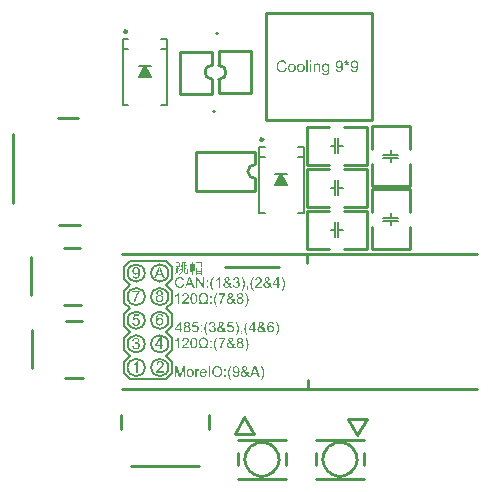
<source format=gto>
G04*
G04 #@! TF.GenerationSoftware,Altium Limited,Altium Designer,20.0.2 (26)*
G04*
G04 Layer_Color=65535*
%FSLAX25Y25*%
%MOIN*%
G70*
G01*
G75*
%ADD10C,0.01000*%
%ADD11C,0.00600*%
%ADD12C,0.00984*%
%ADD13C,0.00800*%
%ADD14C,0.00787*%
G36*
X84502Y122420D02*
X84032D01*
Y122957D01*
X84502D01*
Y122420D01*
D02*
G37*
G36*
X96520Y123015D02*
Y123007D01*
Y122994D01*
Y122974D01*
X96516Y122949D01*
Y122915D01*
X96512Y122882D01*
X96508Y122841D01*
Y122795D01*
X96499Y122745D01*
X96495Y122691D01*
X96491Y122633D01*
X96474Y122508D01*
X96458Y122366D01*
X96462D01*
X96470Y122375D01*
X96487Y122379D01*
X96508Y122391D01*
X96533Y122404D01*
X96562Y122416D01*
X96599Y122433D01*
X96637Y122450D01*
X96728Y122487D01*
X96832Y122533D01*
X96953Y122574D01*
X97078Y122620D01*
X97198Y122250D01*
X97194D01*
X97181Y122246D01*
X97165Y122237D01*
X97140Y122233D01*
X97111Y122221D01*
X97078Y122212D01*
X97036Y122200D01*
X96990Y122187D01*
X96895Y122162D01*
X96782Y122137D01*
X96666Y122117D01*
X96545Y122100D01*
X96553Y122092D01*
X96574Y122075D01*
X96612Y122038D01*
X96662Y121988D01*
X96691Y121955D01*
X96724Y121921D01*
X96761Y121880D01*
X96803Y121834D01*
X96845Y121784D01*
X96890Y121734D01*
X96940Y121672D01*
X96994Y121609D01*
X96682Y121389D01*
Y121393D01*
X96674Y121397D01*
X96666Y121409D01*
X96653Y121426D01*
X96641Y121447D01*
X96624Y121472D01*
X96603Y121501D01*
X96578Y121534D01*
X96528Y121613D01*
X96466Y121709D01*
X96395Y121821D01*
X96320Y121946D01*
Y121942D01*
X96312Y121930D01*
X96304Y121913D01*
X96287Y121888D01*
X96271Y121855D01*
X96254Y121821D01*
X96208Y121738D01*
X96154Y121651D01*
X96096Y121555D01*
X96042Y121468D01*
X95983Y121389D01*
X95671Y121609D01*
X95676Y121613D01*
X95684Y121626D01*
X95701Y121647D01*
X95721Y121672D01*
X95746Y121701D01*
X95776Y121734D01*
X95842Y121813D01*
X95913Y121892D01*
X95983Y121975D01*
X96017Y122013D01*
X96050Y122046D01*
X96083Y122075D01*
X96108Y122100D01*
X96104D01*
X96092Y122104D01*
X96075Y122108D01*
X96050Y122113D01*
X96021Y122117D01*
X95988Y122125D01*
X95946Y122133D01*
X95900Y122146D01*
X95805Y122167D01*
X95696Y122192D01*
X95584Y122221D01*
X95468Y122250D01*
X95588Y122620D01*
X95592D01*
X95605Y122612D01*
X95630Y122608D01*
X95655Y122595D01*
X95692Y122583D01*
X95730Y122570D01*
X95821Y122533D01*
X95917Y122495D01*
X96017Y122454D01*
X96112Y122408D01*
X96154Y122387D01*
X96192Y122366D01*
Y122371D01*
Y122387D01*
X96187Y122412D01*
X96183Y122445D01*
X96179Y122483D01*
X96175Y122524D01*
X96171Y122574D01*
X96166Y122624D01*
X96158Y122732D01*
X96150Y122841D01*
X96146Y122895D01*
Y122940D01*
X96141Y122982D01*
Y123020D01*
X96520D01*
Y123015D01*
D02*
G37*
G36*
X74817Y123020D02*
X74867Y123015D01*
X74926Y123007D01*
X74988Y122999D01*
X75059Y122986D01*
X75134Y122969D01*
X75213Y122953D01*
X75292Y122928D01*
X75375Y122899D01*
X75458Y122865D01*
X75537Y122824D01*
X75616Y122782D01*
X75691Y122728D01*
X75695Y122724D01*
X75708Y122716D01*
X75728Y122699D01*
X75753Y122674D01*
X75787Y122645D01*
X75824Y122608D01*
X75862Y122566D01*
X75907Y122516D01*
X75953Y122462D01*
X75999Y122400D01*
X76045Y122333D01*
X76086Y122258D01*
X76132Y122179D01*
X76169Y122092D01*
X76207Y122000D01*
X76240Y121905D01*
X75741Y121788D01*
Y121792D01*
X75733Y121805D01*
X75728Y121830D01*
X75716Y121859D01*
X75704Y121892D01*
X75683Y121930D01*
X75641Y122021D01*
X75587Y122121D01*
X75516Y122225D01*
X75441Y122321D01*
X75396Y122362D01*
X75350Y122400D01*
X75346Y122404D01*
X75337Y122408D01*
X75325Y122416D01*
X75304Y122429D01*
X75279Y122445D01*
X75250Y122462D01*
X75217Y122479D01*
X75175Y122495D01*
X75129Y122512D01*
X75084Y122529D01*
X74976Y122562D01*
X74851Y122583D01*
X74784Y122591D01*
X74672D01*
X74638Y122587D01*
X74601Y122583D01*
X74555Y122579D01*
X74505Y122574D01*
X74455Y122566D01*
X74335Y122537D01*
X74210Y122500D01*
X74148Y122475D01*
X74085Y122445D01*
X74027Y122412D01*
X73969Y122375D01*
X73965Y122371D01*
X73956Y122366D01*
X73940Y122354D01*
X73919Y122337D01*
X73898Y122316D01*
X73869Y122287D01*
X73840Y122258D01*
X73807Y122225D01*
X73773Y122183D01*
X73736Y122142D01*
X73669Y122046D01*
X73607Y121934D01*
X73553Y121805D01*
Y121801D01*
X73549Y121788D01*
X73540Y121767D01*
X73536Y121742D01*
X73528Y121709D01*
X73515Y121672D01*
X73507Y121626D01*
X73494Y121580D01*
X73482Y121526D01*
X73474Y121468D01*
X73453Y121343D01*
X73440Y121210D01*
X73436Y121068D01*
Y121064D01*
Y121048D01*
Y121023D01*
X73440Y120985D01*
Y120944D01*
X73445Y120894D01*
X73449Y120840D01*
X73453Y120777D01*
X73461Y120711D01*
X73470Y120644D01*
X73494Y120499D01*
X73532Y120353D01*
X73578Y120212D01*
Y120207D01*
X73586Y120195D01*
X73594Y120178D01*
X73603Y120153D01*
X73619Y120120D01*
X73640Y120087D01*
X73686Y120008D01*
X73748Y119916D01*
X73823Y119829D01*
X73915Y119741D01*
X73965Y119704D01*
X74019Y119667D01*
X74023D01*
X74031Y119658D01*
X74048Y119650D01*
X74073Y119637D01*
X74102Y119625D01*
X74135Y119608D01*
X74173Y119596D01*
X74214Y119579D01*
X74310Y119546D01*
X74422Y119517D01*
X74543Y119496D01*
X74605Y119492D01*
X74672Y119488D01*
X74713D01*
X74743Y119492D01*
X74780Y119496D01*
X74822Y119500D01*
X74871Y119508D01*
X74921Y119517D01*
X75038Y119546D01*
X75096Y119567D01*
X75159Y119592D01*
X75221Y119621D01*
X75279Y119654D01*
X75337Y119692D01*
X75396Y119733D01*
X75400Y119737D01*
X75408Y119746D01*
X75425Y119758D01*
X75445Y119779D01*
X75466Y119804D01*
X75495Y119837D01*
X75525Y119875D01*
X75558Y119916D01*
X75591Y119966D01*
X75624Y120020D01*
X75658Y120078D01*
X75691Y120145D01*
X75720Y120216D01*
X75749Y120295D01*
X75778Y120378D01*
X75799Y120465D01*
X76307Y120336D01*
Y120328D01*
X76298Y120307D01*
X76290Y120278D01*
X76273Y120232D01*
X76257Y120182D01*
X76232Y120120D01*
X76207Y120053D01*
X76174Y119983D01*
X76136Y119904D01*
X76095Y119829D01*
X76049Y119746D01*
X75995Y119667D01*
X75936Y119592D01*
X75874Y119517D01*
X75803Y119446D01*
X75728Y119379D01*
X75724Y119375D01*
X75708Y119367D01*
X75687Y119350D01*
X75653Y119330D01*
X75616Y119305D01*
X75566Y119275D01*
X75512Y119246D01*
X75445Y119217D01*
X75375Y119188D01*
X75300Y119159D01*
X75217Y119130D01*
X75125Y119105D01*
X75029Y119084D01*
X74930Y119068D01*
X74826Y119059D01*
X74713Y119055D01*
X74655D01*
X74609Y119059D01*
X74559Y119063D01*
X74497Y119068D01*
X74431Y119076D01*
X74356Y119088D01*
X74277Y119101D01*
X74193Y119117D01*
X74110Y119138D01*
X74027Y119159D01*
X73940Y119188D01*
X73856Y119221D01*
X73777Y119259D01*
X73703Y119305D01*
X73698Y119309D01*
X73686Y119317D01*
X73665Y119330D01*
X73640Y119350D01*
X73607Y119379D01*
X73569Y119409D01*
X73528Y119446D01*
X73482Y119492D01*
X73436Y119542D01*
X73386Y119596D01*
X73341Y119654D01*
X73291Y119721D01*
X73241Y119791D01*
X73195Y119866D01*
X73153Y119949D01*
X73112Y120037D01*
X73108Y120041D01*
X73103Y120057D01*
X73095Y120087D01*
X73083Y120120D01*
X73066Y120166D01*
X73049Y120216D01*
X73033Y120278D01*
X73012Y120345D01*
X72995Y120420D01*
X72974Y120499D01*
X72958Y120582D01*
X72945Y120673D01*
X72920Y120865D01*
X72916Y120964D01*
X72912Y121064D01*
Y121073D01*
Y121089D01*
Y121123D01*
X72916Y121164D01*
X72920Y121218D01*
X72925Y121281D01*
X72933Y121347D01*
X72941Y121422D01*
X72954Y121501D01*
X72966Y121584D01*
X73008Y121763D01*
X73037Y121851D01*
X73066Y121938D01*
X73099Y122029D01*
X73141Y122113D01*
X73145Y122117D01*
X73153Y122133D01*
X73166Y122154D01*
X73182Y122187D01*
X73207Y122225D01*
X73237Y122266D01*
X73270Y122312D01*
X73307Y122366D01*
X73353Y122416D01*
X73399Y122475D01*
X73453Y122529D01*
X73511Y122587D01*
X73573Y122641D01*
X73640Y122695D01*
X73715Y122745D01*
X73790Y122791D01*
X73794Y122795D01*
X73811Y122799D01*
X73831Y122811D01*
X73865Y122828D01*
X73902Y122845D01*
X73952Y122865D01*
X74006Y122886D01*
X74064Y122907D01*
X74131Y122928D01*
X74206Y122949D01*
X74281Y122969D01*
X74364Y122986D01*
X74534Y123015D01*
X74626Y123020D01*
X74722Y123024D01*
X74776D01*
X74817Y123020D01*
D02*
G37*
G36*
X86590Y121959D02*
X86615D01*
X86677Y121950D01*
X86748Y121942D01*
X86827Y121925D01*
X86906Y121900D01*
X86985Y121871D01*
X86989D01*
X86994Y121867D01*
X87019Y121855D01*
X87056Y121834D01*
X87106Y121809D01*
X87156Y121772D01*
X87210Y121734D01*
X87260Y121688D01*
X87301Y121634D01*
X87306Y121626D01*
X87318Y121609D01*
X87335Y121576D01*
X87360Y121534D01*
X87385Y121484D01*
X87406Y121426D01*
X87431Y121360D01*
X87447Y121285D01*
Y121281D01*
X87451Y121260D01*
X87455Y121227D01*
X87464Y121181D01*
X87468Y121118D01*
Y121081D01*
X87472Y121039D01*
Y120993D01*
X87476Y120940D01*
Y120885D01*
Y120827D01*
Y119117D01*
X87006D01*
Y120810D01*
Y120815D01*
Y120823D01*
Y120840D01*
Y120856D01*
Y120881D01*
X87002Y120910D01*
X86998Y120973D01*
X86994Y121044D01*
X86981Y121114D01*
X86969Y121181D01*
X86948Y121239D01*
X86944Y121247D01*
X86936Y121264D01*
X86923Y121289D01*
X86902Y121322D01*
X86877Y121360D01*
X86844Y121397D01*
X86802Y121434D01*
X86752Y121468D01*
X86748Y121472D01*
X86727Y121480D01*
X86698Y121497D01*
X86661Y121513D01*
X86611Y121526D01*
X86557Y121543D01*
X86494Y121551D01*
X86424Y121555D01*
X86395D01*
X86374Y121551D01*
X86349D01*
X86316Y121547D01*
X86245Y121530D01*
X86166Y121509D01*
X86079Y121476D01*
X85991Y121426D01*
X85945Y121397D01*
X85904Y121364D01*
X85900Y121360D01*
X85896Y121355D01*
X85883Y121343D01*
X85870Y121326D01*
X85854Y121301D01*
X85837Y121276D01*
X85816Y121243D01*
X85796Y121202D01*
X85775Y121156D01*
X85754Y121102D01*
X85737Y121044D01*
X85721Y120977D01*
X85708Y120902D01*
X85696Y120823D01*
X85692Y120731D01*
X85688Y120636D01*
Y119117D01*
X85217D01*
Y121900D01*
X85642D01*
Y121501D01*
X85646Y121505D01*
X85654Y121522D01*
X85675Y121543D01*
X85700Y121572D01*
X85729Y121609D01*
X85767Y121647D01*
X85812Y121688D01*
X85866Y121734D01*
X85925Y121776D01*
X85991Y121817D01*
X86062Y121855D01*
X86141Y121892D01*
X86228Y121921D01*
X86320Y121942D01*
X86420Y121959D01*
X86524Y121963D01*
X86565D01*
X86590Y121959D01*
D02*
G37*
G36*
X98879Y122965D02*
X98912D01*
X98949Y122957D01*
X98995Y122953D01*
X99041Y122945D01*
X99149Y122920D01*
X99261Y122882D01*
X99320Y122861D01*
X99382Y122832D01*
X99440Y122803D01*
X99499Y122766D01*
X99503Y122761D01*
X99511Y122757D01*
X99528Y122745D01*
X99549Y122728D01*
X99578Y122707D01*
X99607Y122682D01*
X99640Y122653D01*
X99673Y122620D01*
X99711Y122583D01*
X99752Y122537D01*
X99790Y122491D01*
X99831Y122441D01*
X99869Y122383D01*
X99906Y122325D01*
X99940Y122258D01*
X99973Y122192D01*
Y122187D01*
X99981Y122175D01*
X99989Y122154D01*
X99998Y122121D01*
X100010Y122083D01*
X100023Y122038D01*
X100040Y121984D01*
X100056Y121917D01*
X100069Y121846D01*
X100085Y121767D01*
X100098Y121676D01*
X100110Y121580D01*
X100119Y121476D01*
X100127Y121364D01*
X100135Y121243D01*
Y121114D01*
Y121106D01*
Y121081D01*
Y121044D01*
X100131Y120993D01*
Y120931D01*
X100127Y120856D01*
X100123Y120777D01*
X100114Y120690D01*
X100106Y120598D01*
X100098Y120503D01*
X100069Y120307D01*
X100027Y120116D01*
X100002Y120028D01*
X99973Y119941D01*
Y119937D01*
X99965Y119920D01*
X99956Y119899D01*
X99944Y119870D01*
X99927Y119833D01*
X99906Y119791D01*
X99881Y119746D01*
X99856Y119696D01*
X99790Y119592D01*
X99707Y119479D01*
X99611Y119375D01*
X99557Y119325D01*
X99499Y119280D01*
X99494Y119275D01*
X99486Y119271D01*
X99465Y119259D01*
X99445Y119246D01*
X99411Y119230D01*
X99378Y119209D01*
X99336Y119188D01*
X99287Y119167D01*
X99237Y119147D01*
X99178Y119126D01*
X99120Y119109D01*
X99054Y119088D01*
X98912Y119063D01*
X98837Y119059D01*
X98758Y119055D01*
X98717D01*
X98683Y119059D01*
X98646Y119063D01*
X98600Y119068D01*
X98550Y119076D01*
X98496Y119088D01*
X98380Y119117D01*
X98321Y119138D01*
X98259Y119159D01*
X98197Y119188D01*
X98134Y119221D01*
X98076Y119259D01*
X98022Y119305D01*
X98018Y119309D01*
X98009Y119317D01*
X97997Y119330D01*
X97976Y119350D01*
X97955Y119375D01*
X97930Y119409D01*
X97901Y119446D01*
X97872Y119488D01*
X97843Y119533D01*
X97814Y119588D01*
X97789Y119646D01*
X97760Y119708D01*
X97735Y119775D01*
X97714Y119845D01*
X97697Y119924D01*
X97685Y120008D01*
X98138Y120045D01*
Y120041D01*
X98142Y120033D01*
Y120016D01*
X98151Y119991D01*
X98155Y119966D01*
X98163Y119937D01*
X98184Y119866D01*
X98213Y119791D01*
X98251Y119716D01*
X98301Y119646D01*
X98326Y119612D01*
X98355Y119583D01*
X98363Y119579D01*
X98384Y119562D01*
X98421Y119537D01*
X98467Y119513D01*
X98529Y119488D01*
X98600Y119463D01*
X98679Y119446D01*
X98771Y119442D01*
X98808D01*
X98850Y119446D01*
X98900Y119454D01*
X98958Y119467D01*
X99020Y119483D01*
X99087Y119504D01*
X99149Y119537D01*
X99158Y119542D01*
X99178Y119554D01*
X99208Y119579D01*
X99245Y119608D01*
X99287Y119646D01*
X99332Y119692D01*
X99378Y119746D01*
X99420Y119804D01*
X99424Y119812D01*
X99436Y119833D01*
X99457Y119870D01*
X99482Y119924D01*
X99507Y119987D01*
X99536Y120062D01*
X99565Y120153D01*
X99594Y120253D01*
Y120257D01*
X99598Y120265D01*
X99603Y120282D01*
X99607Y120303D01*
X99611Y120328D01*
X99615Y120357D01*
X99624Y120395D01*
X99632Y120432D01*
X99644Y120519D01*
X99653Y120615D01*
X99661Y120719D01*
X99665Y120827D01*
Y120835D01*
Y120852D01*
Y120881D01*
Y120919D01*
X99657Y120914D01*
X99653Y120902D01*
X99640Y120885D01*
X99607Y120844D01*
X99565Y120794D01*
X99507Y120736D01*
X99440Y120673D01*
X99366Y120615D01*
X99278Y120557D01*
X99274D01*
X99266Y120553D01*
X99253Y120544D01*
X99237Y120536D01*
X99212Y120524D01*
X99187Y120515D01*
X99120Y120490D01*
X99041Y120461D01*
X98949Y120440D01*
X98850Y120424D01*
X98746Y120420D01*
X98725D01*
X98700Y120424D01*
X98667D01*
X98625Y120432D01*
X98579Y120436D01*
X98525Y120449D01*
X98467Y120461D01*
X98405Y120482D01*
X98342Y120503D01*
X98276Y120532D01*
X98209Y120565D01*
X98138Y120603D01*
X98072Y120648D01*
X98005Y120702D01*
X97943Y120761D01*
X97939Y120765D01*
X97930Y120777D01*
X97914Y120798D01*
X97893Y120823D01*
X97868Y120856D01*
X97839Y120898D01*
X97810Y120948D01*
X97781Y121006D01*
X97747Y121064D01*
X97718Y121135D01*
X97689Y121210D01*
X97664Y121289D01*
X97643Y121376D01*
X97627Y121472D01*
X97618Y121568D01*
X97614Y121672D01*
Y121680D01*
Y121697D01*
X97618Y121730D01*
Y121767D01*
X97627Y121817D01*
X97631Y121876D01*
X97643Y121938D01*
X97656Y122009D01*
X97677Y122079D01*
X97697Y122158D01*
X97727Y122237D01*
X97760Y122312D01*
X97797Y122391D01*
X97843Y122470D01*
X97897Y122541D01*
X97955Y122612D01*
X97960Y122616D01*
X97972Y122628D01*
X97993Y122645D01*
X98018Y122666D01*
X98051Y122695D01*
X98093Y122724D01*
X98138Y122757D01*
X98192Y122791D01*
X98251Y122824D01*
X98317Y122857D01*
X98388Y122886D01*
X98463Y122915D01*
X98546Y122936D01*
X98633Y122953D01*
X98721Y122965D01*
X98816Y122969D01*
X98854D01*
X98879Y122965D01*
D02*
G37*
G36*
X93808D02*
X93841D01*
X93879Y122957D01*
X93924Y122953D01*
X93970Y122945D01*
X94078Y122920D01*
X94191Y122882D01*
X94249Y122861D01*
X94311Y122832D01*
X94369Y122803D01*
X94428Y122766D01*
X94432Y122761D01*
X94440Y122757D01*
X94457Y122745D01*
X94477Y122728D01*
X94507Y122707D01*
X94536Y122682D01*
X94569Y122653D01*
X94602Y122620D01*
X94640Y122583D01*
X94681Y122537D01*
X94719Y122491D01*
X94760Y122441D01*
X94798Y122383D01*
X94835Y122325D01*
X94869Y122258D01*
X94902Y122192D01*
Y122187D01*
X94910Y122175D01*
X94919Y122154D01*
X94927Y122121D01*
X94939Y122083D01*
X94952Y122038D01*
X94968Y121984D01*
X94985Y121917D01*
X94998Y121846D01*
X95014Y121767D01*
X95027Y121676D01*
X95039Y121580D01*
X95047Y121476D01*
X95056Y121364D01*
X95064Y121243D01*
Y121114D01*
Y121106D01*
Y121081D01*
Y121044D01*
X95060Y120993D01*
Y120931D01*
X95056Y120856D01*
X95052Y120777D01*
X95043Y120690D01*
X95035Y120598D01*
X95027Y120503D01*
X94998Y120307D01*
X94956Y120116D01*
X94931Y120028D01*
X94902Y119941D01*
Y119937D01*
X94893Y119920D01*
X94885Y119899D01*
X94873Y119870D01*
X94856Y119833D01*
X94835Y119791D01*
X94810Y119746D01*
X94785Y119696D01*
X94719Y119592D01*
X94636Y119479D01*
X94540Y119375D01*
X94486Y119325D01*
X94428Y119280D01*
X94424Y119275D01*
X94415Y119271D01*
X94394Y119259D01*
X94374Y119246D01*
X94340Y119230D01*
X94307Y119209D01*
X94265Y119188D01*
X94216Y119167D01*
X94165Y119147D01*
X94107Y119126D01*
X94049Y119109D01*
X93982Y119088D01*
X93841Y119063D01*
X93766Y119059D01*
X93687Y119055D01*
X93646D01*
X93612Y119059D01*
X93575Y119063D01*
X93529Y119068D01*
X93479Y119076D01*
X93425Y119088D01*
X93309Y119117D01*
X93250Y119138D01*
X93188Y119159D01*
X93125Y119188D01*
X93063Y119221D01*
X93005Y119259D01*
X92951Y119305D01*
X92947Y119309D01*
X92938Y119317D01*
X92926Y119330D01*
X92905Y119350D01*
X92884Y119375D01*
X92859Y119409D01*
X92830Y119446D01*
X92801Y119488D01*
X92772Y119533D01*
X92743Y119588D01*
X92718Y119646D01*
X92689Y119708D01*
X92664Y119775D01*
X92643Y119845D01*
X92626Y119924D01*
X92614Y120008D01*
X93067Y120045D01*
Y120041D01*
X93072Y120033D01*
Y120016D01*
X93080Y119991D01*
X93084Y119966D01*
X93092Y119937D01*
X93113Y119866D01*
X93142Y119791D01*
X93180Y119716D01*
X93230Y119646D01*
X93255Y119612D01*
X93284Y119583D01*
X93292Y119579D01*
X93313Y119562D01*
X93350Y119537D01*
X93396Y119513D01*
X93458Y119488D01*
X93529Y119463D01*
X93608Y119446D01*
X93700Y119442D01*
X93737D01*
X93779Y119446D01*
X93829Y119454D01*
X93887Y119467D01*
X93949Y119483D01*
X94016Y119504D01*
X94078Y119537D01*
X94086Y119542D01*
X94107Y119554D01*
X94136Y119579D01*
X94174Y119608D01*
X94216Y119646D01*
X94261Y119692D01*
X94307Y119746D01*
X94349Y119804D01*
X94353Y119812D01*
X94365Y119833D01*
X94386Y119870D01*
X94411Y119924D01*
X94436Y119987D01*
X94465Y120062D01*
X94494Y120153D01*
X94523Y120253D01*
Y120257D01*
X94528Y120265D01*
X94532Y120282D01*
X94536Y120303D01*
X94540Y120328D01*
X94544Y120357D01*
X94552Y120395D01*
X94561Y120432D01*
X94573Y120519D01*
X94582Y120615D01*
X94590Y120719D01*
X94594Y120827D01*
Y120835D01*
Y120852D01*
Y120881D01*
Y120919D01*
X94586Y120914D01*
X94582Y120902D01*
X94569Y120885D01*
X94536Y120844D01*
X94494Y120794D01*
X94436Y120736D01*
X94369Y120673D01*
X94295Y120615D01*
X94207Y120557D01*
X94203D01*
X94195Y120553D01*
X94182Y120544D01*
X94165Y120536D01*
X94141Y120524D01*
X94116Y120515D01*
X94049Y120490D01*
X93970Y120461D01*
X93879Y120440D01*
X93779Y120424D01*
X93675Y120420D01*
X93654D01*
X93629Y120424D01*
X93596D01*
X93554Y120432D01*
X93508Y120436D01*
X93454Y120449D01*
X93396Y120461D01*
X93334Y120482D01*
X93271Y120503D01*
X93205Y120532D01*
X93138Y120565D01*
X93067Y120603D01*
X93001Y120648D01*
X92934Y120702D01*
X92872Y120761D01*
X92868Y120765D01*
X92859Y120777D01*
X92843Y120798D01*
X92822Y120823D01*
X92797Y120856D01*
X92768Y120898D01*
X92739Y120948D01*
X92709Y121006D01*
X92676Y121064D01*
X92647Y121135D01*
X92618Y121210D01*
X92593Y121289D01*
X92572Y121376D01*
X92556Y121472D01*
X92547Y121568D01*
X92543Y121672D01*
Y121680D01*
Y121697D01*
X92547Y121730D01*
Y121767D01*
X92556Y121817D01*
X92560Y121876D01*
X92572Y121938D01*
X92585Y122009D01*
X92606Y122079D01*
X92626Y122158D01*
X92655Y122237D01*
X92689Y122312D01*
X92726Y122391D01*
X92772Y122470D01*
X92826Y122541D01*
X92884Y122612D01*
X92888Y122616D01*
X92901Y122628D01*
X92922Y122645D01*
X92947Y122666D01*
X92980Y122695D01*
X93022Y122724D01*
X93067Y122757D01*
X93121Y122791D01*
X93180Y122824D01*
X93246Y122857D01*
X93317Y122886D01*
X93392Y122915D01*
X93475Y122936D01*
X93562Y122953D01*
X93650Y122965D01*
X93745Y122969D01*
X93783D01*
X93808Y122965D01*
D02*
G37*
G36*
X84502Y119117D02*
X84032D01*
Y121900D01*
X84502D01*
Y119117D01*
D02*
G37*
G36*
X83296D02*
X82825D01*
Y122957D01*
X83296D01*
Y119117D01*
D02*
G37*
G36*
X81037Y121959D02*
X81078D01*
X81128Y121950D01*
X81182Y121942D01*
X81245Y121930D01*
X81315Y121917D01*
X81386Y121896D01*
X81465Y121871D01*
X81540Y121838D01*
X81619Y121805D01*
X81698Y121759D01*
X81773Y121709D01*
X81848Y121651D01*
X81919Y121584D01*
X81923Y121580D01*
X81935Y121568D01*
X81952Y121547D01*
X81977Y121513D01*
X82002Y121476D01*
X82035Y121430D01*
X82068Y121376D01*
X82102Y121314D01*
X82135Y121243D01*
X82168Y121164D01*
X82201Y121081D01*
X82226Y120989D01*
X82251Y120889D01*
X82268Y120781D01*
X82280Y120665D01*
X82285Y120544D01*
Y120540D01*
Y120519D01*
Y120494D01*
X82280Y120457D01*
Y120411D01*
X82276Y120357D01*
X82272Y120299D01*
X82264Y120236D01*
X82247Y120103D01*
X82218Y119962D01*
X82176Y119825D01*
X82152Y119762D01*
X82122Y119700D01*
Y119696D01*
X82114Y119687D01*
X82106Y119671D01*
X82093Y119650D01*
X82077Y119625D01*
X82056Y119592D01*
X82002Y119525D01*
X81935Y119446D01*
X81856Y119367D01*
X81760Y119292D01*
X81652Y119221D01*
X81648D01*
X81640Y119213D01*
X81623Y119205D01*
X81598Y119196D01*
X81569Y119184D01*
X81536Y119167D01*
X81498Y119155D01*
X81453Y119138D01*
X81407Y119122D01*
X81353Y119109D01*
X81240Y119080D01*
X81116Y119063D01*
X80983Y119055D01*
X80958D01*
X80928Y119059D01*
X80887D01*
X80837Y119068D01*
X80779Y119076D01*
X80716Y119088D01*
X80646Y119101D01*
X80571Y119122D01*
X80496Y119147D01*
X80417Y119176D01*
X80338Y119213D01*
X80259Y119255D01*
X80184Y119305D01*
X80109Y119363D01*
X80038Y119429D01*
X80034Y119433D01*
X80022Y119446D01*
X80005Y119467D01*
X79984Y119500D01*
X79955Y119537D01*
X79926Y119583D01*
X79893Y119641D01*
X79859Y119704D01*
X79826Y119779D01*
X79793Y119858D01*
X79764Y119945D01*
X79734Y120041D01*
X79714Y120145D01*
X79697Y120257D01*
X79685Y120378D01*
X79680Y120507D01*
Y120511D01*
Y120515D01*
Y120540D01*
X79685Y120582D01*
X79689Y120632D01*
X79693Y120698D01*
X79701Y120773D01*
X79718Y120852D01*
X79734Y120940D01*
X79755Y121031D01*
X79784Y121127D01*
X79822Y121222D01*
X79859Y121318D01*
X79909Y121409D01*
X79967Y121497D01*
X80034Y121576D01*
X80109Y121651D01*
X80113Y121655D01*
X80125Y121663D01*
X80146Y121680D01*
X80171Y121701D01*
X80209Y121721D01*
X80250Y121751D01*
X80296Y121780D01*
X80354Y121809D01*
X80413Y121838D01*
X80479Y121863D01*
X80550Y121892D01*
X80629Y121913D01*
X80712Y121934D01*
X80795Y121950D01*
X80887Y121959D01*
X80983Y121963D01*
X81007D01*
X81037Y121959D01*
D02*
G37*
G36*
X78054D02*
X78096D01*
X78145Y121950D01*
X78199Y121942D01*
X78262Y121930D01*
X78333Y121917D01*
X78403Y121896D01*
X78482Y121871D01*
X78557Y121838D01*
X78636Y121805D01*
X78715Y121759D01*
X78790Y121709D01*
X78865Y121651D01*
X78936Y121584D01*
X78940Y121580D01*
X78952Y121568D01*
X78969Y121547D01*
X78994Y121513D01*
X79019Y121476D01*
X79052Y121430D01*
X79085Y121376D01*
X79119Y121314D01*
X79152Y121243D01*
X79185Y121164D01*
X79219Y121081D01*
X79244Y120989D01*
X79269Y120889D01*
X79285Y120781D01*
X79298Y120665D01*
X79302Y120544D01*
Y120540D01*
Y120519D01*
Y120494D01*
X79298Y120457D01*
Y120411D01*
X79294Y120357D01*
X79289Y120299D01*
X79281Y120236D01*
X79264Y120103D01*
X79235Y119962D01*
X79194Y119825D01*
X79169Y119762D01*
X79140Y119700D01*
Y119696D01*
X79131Y119687D01*
X79123Y119671D01*
X79110Y119650D01*
X79094Y119625D01*
X79073Y119592D01*
X79019Y119525D01*
X78952Y119446D01*
X78873Y119367D01*
X78778Y119292D01*
X78670Y119221D01*
X78665D01*
X78657Y119213D01*
X78640Y119205D01*
X78615Y119196D01*
X78586Y119184D01*
X78553Y119167D01*
X78516Y119155D01*
X78470Y119138D01*
X78424Y119122D01*
X78370Y119109D01*
X78258Y119080D01*
X78133Y119063D01*
X78000Y119055D01*
X77975D01*
X77946Y119059D01*
X77904D01*
X77854Y119068D01*
X77796Y119076D01*
X77733Y119088D01*
X77663Y119101D01*
X77588Y119122D01*
X77513Y119147D01*
X77434Y119176D01*
X77355Y119213D01*
X77276Y119255D01*
X77201Y119305D01*
X77126Y119363D01*
X77056Y119429D01*
X77051Y119433D01*
X77039Y119446D01*
X77022Y119467D01*
X77001Y119500D01*
X76972Y119537D01*
X76943Y119583D01*
X76910Y119641D01*
X76877Y119704D01*
X76843Y119779D01*
X76810Y119858D01*
X76781Y119945D01*
X76752Y120041D01*
X76731Y120145D01*
X76714Y120257D01*
X76702Y120378D01*
X76698Y120507D01*
Y120511D01*
Y120515D01*
Y120540D01*
X76702Y120582D01*
X76706Y120632D01*
X76710Y120698D01*
X76718Y120773D01*
X76735Y120852D01*
X76752Y120940D01*
X76773Y121031D01*
X76802Y121127D01*
X76839Y121222D01*
X76877Y121318D01*
X76926Y121409D01*
X76985Y121497D01*
X77051Y121576D01*
X77126Y121651D01*
X77130Y121655D01*
X77143Y121663D01*
X77164Y121680D01*
X77189Y121701D01*
X77226Y121721D01*
X77268Y121751D01*
X77313Y121780D01*
X77372Y121809D01*
X77430Y121838D01*
X77496Y121863D01*
X77567Y121892D01*
X77646Y121913D01*
X77729Y121934D01*
X77813Y121950D01*
X77904Y121959D01*
X78000Y121963D01*
X78025D01*
X78054Y121959D01*
D02*
G37*
G36*
X89269D02*
X89302D01*
X89344Y121950D01*
X89394Y121942D01*
X89448Y121930D01*
X89506Y121913D01*
X89569Y121892D01*
X89635Y121863D01*
X89702Y121834D01*
X89773Y121792D01*
X89839Y121747D01*
X89910Y121692D01*
X89972Y121630D01*
X90035Y121559D01*
Y121900D01*
X90467D01*
Y119496D01*
Y119488D01*
Y119467D01*
Y119433D01*
Y119392D01*
X90463Y119338D01*
X90459Y119275D01*
X90455Y119209D01*
X90451Y119138D01*
X90434Y118988D01*
X90413Y118834D01*
X90397Y118764D01*
X90380Y118693D01*
X90359Y118631D01*
X90334Y118577D01*
Y118572D01*
X90330Y118564D01*
X90322Y118552D01*
X90309Y118531D01*
X90276Y118481D01*
X90230Y118423D01*
X90172Y118352D01*
X90101Y118281D01*
X90014Y118210D01*
X89914Y118148D01*
X89910D01*
X89902Y118140D01*
X89885Y118136D01*
X89864Y118123D01*
X89835Y118111D01*
X89802Y118098D01*
X89764Y118086D01*
X89719Y118069D01*
X89669Y118052D01*
X89614Y118040D01*
X89560Y118027D01*
X89498Y118015D01*
X89361Y117998D01*
X89211Y117990D01*
X89161D01*
X89128Y117994D01*
X89086Y117998D01*
X89036Y118002D01*
X88982Y118011D01*
X88924Y118019D01*
X88795Y118044D01*
X88662Y118086D01*
X88591Y118111D01*
X88529Y118140D01*
X88462Y118177D01*
X88404Y118215D01*
X88400Y118219D01*
X88392Y118227D01*
X88375Y118240D01*
X88358Y118256D01*
X88333Y118281D01*
X88308Y118310D01*
X88283Y118344D01*
X88254Y118385D01*
X88225Y118427D01*
X88200Y118477D01*
X88175Y118535D01*
X88154Y118593D01*
X88134Y118660D01*
X88121Y118730D01*
X88113Y118805D01*
Y118889D01*
X88570Y118826D01*
Y118822D01*
Y118818D01*
X88579Y118793D01*
X88587Y118755D01*
X88599Y118710D01*
X88620Y118656D01*
X88649Y118606D01*
X88683Y118556D01*
X88728Y118514D01*
X88737Y118510D01*
X88762Y118493D01*
X88799Y118473D01*
X88853Y118448D01*
X88924Y118423D01*
X89003Y118402D01*
X89099Y118385D01*
X89207Y118381D01*
X89240D01*
X89261Y118385D01*
X89290D01*
X89319Y118389D01*
X89394Y118398D01*
X89473Y118414D01*
X89556Y118439D01*
X89640Y118468D01*
X89710Y118514D01*
X89714D01*
X89719Y118518D01*
X89739Y118539D01*
X89768Y118568D01*
X89810Y118610D01*
X89847Y118660D01*
X89889Y118722D01*
X89926Y118797D01*
X89956Y118880D01*
Y118889D01*
X89960Y118897D01*
Y118909D01*
X89964Y118926D01*
X89968Y118951D01*
Y118976D01*
X89972Y119009D01*
X89976Y119047D01*
X89981Y119088D01*
Y119138D01*
X89985Y119192D01*
Y119255D01*
X89989Y119321D01*
Y119396D01*
Y119479D01*
X89985Y119475D01*
X89976Y119463D01*
X89956Y119446D01*
X89935Y119421D01*
X89902Y119396D01*
X89868Y119367D01*
X89823Y119334D01*
X89777Y119300D01*
X89723Y119263D01*
X89664Y119234D01*
X89602Y119201D01*
X89531Y119176D01*
X89461Y119151D01*
X89386Y119134D01*
X89302Y119122D01*
X89219Y119117D01*
X89194D01*
X89165Y119122D01*
X89124Y119126D01*
X89078Y119130D01*
X89020Y119138D01*
X88961Y119151D01*
X88895Y119167D01*
X88824Y119192D01*
X88749Y119217D01*
X88674Y119251D01*
X88604Y119292D01*
X88529Y119338D01*
X88458Y119392D01*
X88392Y119458D01*
X88329Y119529D01*
X88325Y119533D01*
X88317Y119550D01*
X88300Y119571D01*
X88279Y119604D01*
X88258Y119641D01*
X88229Y119692D01*
X88204Y119746D01*
X88175Y119808D01*
X88146Y119879D01*
X88117Y119954D01*
X88088Y120037D01*
X88067Y120124D01*
X88046Y120216D01*
X88029Y120316D01*
X88021Y120415D01*
X88017Y120524D01*
Y120528D01*
Y120540D01*
Y120561D01*
X88021Y120590D01*
Y120627D01*
X88025Y120665D01*
X88029Y120711D01*
X88034Y120765D01*
X88050Y120877D01*
X88075Y120998D01*
X88113Y121127D01*
X88159Y121256D01*
Y121260D01*
X88167Y121272D01*
X88175Y121289D01*
X88188Y121310D01*
X88200Y121339D01*
X88221Y121372D01*
X88267Y121447D01*
X88325Y121530D01*
X88396Y121617D01*
X88483Y121701D01*
X88579Y121776D01*
X88583Y121780D01*
X88591Y121784D01*
X88608Y121792D01*
X88629Y121805D01*
X88653Y121817D01*
X88687Y121834D01*
X88720Y121851D01*
X88762Y121871D01*
X88807Y121888D01*
X88857Y121905D01*
X88965Y121934D01*
X89086Y121955D01*
X89153Y121963D01*
X89240D01*
X89269Y121959D01*
D02*
G37*
G36*
X48217Y55601D02*
X48080Y55502D01*
Y55498D01*
Y55490D01*
Y55479D01*
Y55463D01*
Y55445D01*
Y55418D01*
Y55361D01*
Y55288D01*
Y55204D01*
X48084Y55113D01*
Y55018D01*
Y54919D01*
Y54816D01*
X48088Y54713D01*
X48091Y54614D01*
Y54519D01*
X48095Y54427D01*
X48099Y54347D01*
X48103Y54275D01*
X47832Y54160D01*
Y55544D01*
X46145D01*
Y54275D01*
X45874Y54160D01*
Y54164D01*
Y54180D01*
Y54202D01*
X45878Y54229D01*
Y54267D01*
X45882Y54313D01*
Y54362D01*
X45885Y54420D01*
Y54481D01*
Y54545D01*
X45889Y54618D01*
Y54690D01*
X45893Y54850D01*
Y55014D01*
Y55018D01*
Y55033D01*
Y55060D01*
Y55090D01*
Y55128D01*
Y55174D01*
Y55227D01*
X45889Y55285D01*
Y55345D01*
Y55410D01*
X45885Y55547D01*
X45882Y55688D01*
X45874Y55829D01*
X46145Y55658D01*
X47794D01*
X47928Y55829D01*
X48217Y55601D01*
D02*
G37*
G36*
X40769Y55563D02*
X40616Y55448D01*
Y55445D01*
Y55437D01*
Y55426D01*
Y55410D01*
Y55391D01*
Y55365D01*
Y55307D01*
Y55235D01*
Y55155D01*
Y55067D01*
X40620Y54976D01*
Y54782D01*
X40624Y54686D01*
Y54595D01*
X40628Y54511D01*
Y54435D01*
X40631Y54366D01*
X40635Y54313D01*
X40365Y54199D01*
Y54393D01*
X40079D01*
Y53589D01*
X40346D01*
X40521Y53760D01*
X40788Y53475D01*
X40079D01*
Y52438D01*
X40731Y52610D01*
X40749Y52534D01*
X40742Y52530D01*
X40723Y52526D01*
X40692Y52515D01*
X40650Y52499D01*
X40597Y52480D01*
X40532Y52454D01*
X40460Y52427D01*
X40376Y52397D01*
X40285Y52362D01*
X40182Y52320D01*
X40075Y52278D01*
X39957Y52233D01*
X39835Y52183D01*
X39706Y52130D01*
X39568Y52077D01*
X39428Y52016D01*
X39233Y51848D01*
X39024Y52168D01*
X39233Y52225D01*
Y52229D01*
Y52236D01*
Y52255D01*
Y52275D01*
Y52301D01*
Y52336D01*
Y52374D01*
Y52412D01*
Y52457D01*
Y52507D01*
Y52618D01*
Y52739D01*
X39229Y52869D01*
Y53002D01*
Y53143D01*
X39226Y53284D01*
Y53421D01*
X39222Y53559D01*
Y53688D01*
X39218Y53806D01*
X39214Y53913D01*
X39599Y53703D01*
X39485Y53608D01*
Y52282D01*
X39827Y52381D01*
Y54393D01*
X39523D01*
Y54237D01*
X39252Y54141D01*
Y54145D01*
Y54160D01*
Y54183D01*
X39256Y54214D01*
Y54252D01*
X39260Y54294D01*
Y54343D01*
X39264Y54401D01*
Y54458D01*
Y54523D01*
X39268Y54656D01*
X39271Y54797D01*
Y54938D01*
Y54942D01*
Y54953D01*
Y54976D01*
Y55002D01*
Y55041D01*
Y55083D01*
Y55128D01*
X39268Y55185D01*
Y55246D01*
Y55311D01*
X39264Y55380D01*
Y55456D01*
X39260Y55536D01*
Y55616D01*
X39252Y55791D01*
X39523Y55620D01*
X40346D01*
X40483Y55810D01*
X40769Y55563D01*
D02*
G37*
G36*
X45203Y55848D02*
X45032Y55696D01*
Y55025D01*
X45379D01*
X45512Y55197D01*
X45779Y54968D01*
X45645Y54850D01*
Y53124D01*
Y53120D01*
Y53113D01*
Y53097D01*
Y53079D01*
Y53052D01*
X45642Y53025D01*
X45630Y52960D01*
X45619Y52926D01*
X45603Y52892D01*
X45581Y52854D01*
X45558Y52816D01*
X45527Y52781D01*
X45489Y52747D01*
X45447Y52713D01*
X45398Y52682D01*
Y52686D01*
X45394Y52690D01*
X45390Y52701D01*
X45386Y52716D01*
X45367Y52751D01*
X45337Y52793D01*
X45295Y52838D01*
X45241Y52880D01*
X45211Y52896D01*
X45173Y52911D01*
X45135Y52926D01*
X45089Y52934D01*
Y53010D01*
X45360D01*
X45367Y53014D01*
X45375Y53017D01*
X45386Y53029D01*
X45398Y53048D01*
X45409Y53075D01*
X45413Y53113D01*
X45417Y53162D01*
Y54911D01*
X45032D01*
Y52225D01*
Y52221D01*
Y52210D01*
Y52195D01*
Y52172D01*
Y52141D01*
Y52107D01*
Y52069D01*
X45036Y52027D01*
Y51928D01*
X45040Y51825D01*
X45043Y51711D01*
X45051Y51596D01*
X44761Y51478D01*
Y51482D01*
Y51501D01*
Y51524D01*
X44765Y51558D01*
Y51604D01*
X44769Y51653D01*
Y51707D01*
X44773Y51772D01*
Y51836D01*
Y51909D01*
X44777Y52061D01*
X44780Y52217D01*
Y52377D01*
Y54911D01*
X44399D01*
Y52743D01*
X44129Y52606D01*
Y52614D01*
Y52633D01*
Y52663D01*
X44133Y52705D01*
Y52755D01*
X44137Y52819D01*
Y52896D01*
X44140Y52979D01*
Y53075D01*
Y53177D01*
X44144Y53292D01*
Y53414D01*
X44148Y53547D01*
Y53684D01*
Y53833D01*
Y53985D01*
Y53989D01*
Y53997D01*
Y54008D01*
Y54023D01*
Y54042D01*
Y54065D01*
Y54122D01*
Y54191D01*
Y54271D01*
Y54359D01*
X44144Y54450D01*
Y54549D01*
Y54648D01*
X44140Y54747D01*
Y54846D01*
X44137Y54938D01*
Y55025D01*
X44133Y55109D01*
X44129Y55178D01*
X44399Y55025D01*
X44780D01*
Y55029D01*
Y55033D01*
Y55056D01*
Y55090D01*
Y55136D01*
Y55189D01*
Y55254D01*
Y55326D01*
X44777Y55403D01*
Y55483D01*
Y55563D01*
X44773Y55730D01*
X44769Y55810D01*
Y55887D01*
X44765Y55959D01*
X44761Y56024D01*
X45203Y55848D01*
D02*
G37*
G36*
X47737Y55006D02*
X46606D01*
X46411Y54964D01*
X46259Y55121D01*
X47257D01*
X47447Y55311D01*
X47737Y55006D01*
D02*
G37*
G36*
X47756Y54431D02*
X46625D01*
X46453Y54389D01*
X46278Y54545D01*
X47276D01*
X47467Y54736D01*
X47756Y54431D01*
D02*
G37*
G36*
X40849Y54964D02*
X40860Y54957D01*
X40875Y54942D01*
X40898Y54922D01*
X40925Y54900D01*
X40951Y54877D01*
X41020Y54816D01*
X41089Y54751D01*
X41157Y54682D01*
X41188Y54652D01*
X41214Y54621D01*
X41237Y54591D01*
X41256Y54564D01*
X41260Y54557D01*
X41271Y54541D01*
X41283Y54519D01*
X41302Y54488D01*
X41317Y54454D01*
X41329Y54420D01*
X41340Y54385D01*
X41344Y54355D01*
Y54351D01*
Y54340D01*
X41340Y54321D01*
X41333Y54294D01*
X41321Y54263D01*
X41306Y54229D01*
X41287Y54191D01*
X41256Y54153D01*
X41252Y54149D01*
X41245Y54138D01*
X41230Y54119D01*
X41211Y54103D01*
X41195Y54084D01*
X41176Y54065D01*
X41165Y54054D01*
X41153Y54050D01*
X41150D01*
X41142Y54054D01*
X41127Y54062D01*
X41111Y54073D01*
X41096Y54096D01*
X41081Y54130D01*
X41073Y54153D01*
X41070Y54180D01*
X41062Y54206D01*
X41058Y54241D01*
Y54244D01*
X41054Y54252D01*
X41050Y54271D01*
X41047Y54290D01*
X41039Y54321D01*
X41028Y54351D01*
X41016Y54389D01*
X41005Y54435D01*
X40986Y54481D01*
X40967Y54534D01*
X40944Y54591D01*
X40921Y54652D01*
X40860Y54782D01*
X40788Y54926D01*
X40845Y54968D01*
X40849Y54964D01*
D02*
G37*
G36*
X48103Y53799D02*
X47966Y53680D01*
Y53677D01*
Y53665D01*
Y53642D01*
Y53616D01*
Y53581D01*
Y53540D01*
Y53490D01*
Y53437D01*
Y53379D01*
Y53315D01*
Y53250D01*
Y53177D01*
Y53029D01*
X47969Y52869D01*
Y52701D01*
Y52534D01*
X47973Y52370D01*
Y52210D01*
X47977Y52061D01*
Y51993D01*
Y51928D01*
X47981Y51867D01*
Y51810D01*
X47985Y51756D01*
Y51711D01*
X47718Y51577D01*
Y51901D01*
X46335D01*
Y51673D01*
X46068Y51558D01*
Y51566D01*
Y51585D01*
Y51615D01*
X46072Y51657D01*
Y51714D01*
X46076Y51779D01*
Y51852D01*
X46080Y51935D01*
Y52027D01*
Y52126D01*
X46084Y52233D01*
Y52347D01*
X46087Y52469D01*
Y52595D01*
Y52724D01*
Y52858D01*
Y52861D01*
Y52865D01*
Y52877D01*
Y52888D01*
Y52926D01*
Y52979D01*
Y53040D01*
Y53109D01*
Y53189D01*
X46084Y53273D01*
Y53364D01*
Y53460D01*
X46080Y53650D01*
X46076Y53745D01*
Y53837D01*
X46072Y53924D01*
X46068Y54008D01*
X46335Y53856D01*
X47680D01*
X47813Y54027D01*
X48103Y53799D01*
D02*
G37*
G36*
X42552Y55715D02*
X42437Y55601D01*
Y54355D01*
X42441Y54359D01*
X42456Y54374D01*
X42479Y54397D01*
X42506Y54427D01*
X42540Y54465D01*
X42582Y54507D01*
X42624Y54561D01*
X42670Y54614D01*
X42719Y54675D01*
X42769Y54740D01*
X42868Y54881D01*
X42914Y54953D01*
X42955Y55025D01*
X42997Y55102D01*
X43032Y55178D01*
X43340Y54850D01*
X43165Y54812D01*
X43161Y54808D01*
X43142Y54793D01*
X43119Y54774D01*
X43085Y54747D01*
X43043Y54713D01*
X42997Y54675D01*
X42944Y54633D01*
X42887Y54591D01*
X42769Y54496D01*
X42651Y54401D01*
X42590Y54355D01*
X42536Y54313D01*
X42483Y54271D01*
X42437Y54237D01*
Y53757D01*
X42441D01*
X42453Y53753D01*
X42468Y53745D01*
X42491Y53741D01*
X42521Y53730D01*
X42552Y53719D01*
X42590Y53707D01*
X42636Y53692D01*
X42681Y53673D01*
X42731Y53658D01*
X42841Y53616D01*
X42959Y53570D01*
X43081Y53517D01*
X43085D01*
X43097Y53509D01*
X43112Y53501D01*
X43135Y53490D01*
X43184Y53460D01*
X43241Y53418D01*
X43298Y53368D01*
X43321Y53338D01*
X43340Y53303D01*
X43356Y53269D01*
X43363Y53235D01*
X43367Y53197D01*
X43359Y53155D01*
Y53151D01*
X43356Y53147D01*
Y53136D01*
X43348Y53120D01*
X43336Y53086D01*
X43325Y53044D01*
X43306Y53002D01*
X43287Y52968D01*
X43276Y52953D01*
X43268Y52945D01*
X43257Y52938D01*
X43245Y52934D01*
X43241D01*
X43230Y52938D01*
X43215Y52941D01*
X43196Y52953D01*
X43173Y52972D01*
X43146Y52999D01*
X43119Y53037D01*
X43089Y53086D01*
X43085Y53090D01*
X43081Y53097D01*
X43070Y53117D01*
X43051Y53136D01*
X43032Y53162D01*
X43005Y53193D01*
X42975Y53227D01*
X42937Y53265D01*
X42895Y53307D01*
X42845Y53353D01*
X42792Y53402D01*
X42735Y53452D01*
X42670Y53501D01*
X42597Y53555D01*
X42521Y53608D01*
X42437Y53661D01*
Y52259D01*
Y52255D01*
Y52248D01*
Y52233D01*
Y52214D01*
X42445Y52164D01*
X42460Y52111D01*
X42487Y52057D01*
X42506Y52035D01*
X42529Y52012D01*
X42555Y51996D01*
X42586Y51985D01*
X42624Y51977D01*
X42997D01*
X43016Y51985D01*
X43043Y52000D01*
X43058Y52012D01*
X43074Y52027D01*
X43085Y52046D01*
X43100Y52069D01*
X43112Y52096D01*
X43119Y52130D01*
X43127Y52168D01*
X43135Y52214D01*
Y52217D01*
Y52225D01*
X43138Y52240D01*
Y52259D01*
X43142Y52282D01*
X43146Y52313D01*
Y52347D01*
X43150Y52385D01*
X43158Y52469D01*
X43161Y52568D01*
X43165Y52678D01*
Y52797D01*
X43264D01*
Y52793D01*
Y52781D01*
Y52766D01*
Y52747D01*
Y52720D01*
X43268Y52686D01*
Y52652D01*
Y52614D01*
X43272Y52530D01*
X43279Y52438D01*
X43291Y52343D01*
X43302Y52252D01*
Y52248D01*
X43306Y52240D01*
Y52229D01*
X43310Y52214D01*
X43321Y52175D01*
X43340Y52130D01*
X43367Y52084D01*
X43398Y52042D01*
X43420Y52027D01*
X43439Y52012D01*
X43466Y52000D01*
X43493Y51996D01*
Y51993D01*
X43489Y51985D01*
X43481Y51974D01*
X43470Y51962D01*
X43443Y51924D01*
X43405Y51878D01*
X43352Y51836D01*
X43291Y51794D01*
X43215Y51764D01*
X43173Y51753D01*
X43127Y51745D01*
X42498D01*
X42476Y51749D01*
X42449Y51753D01*
X42418Y51760D01*
X42388Y51772D01*
X42354Y51787D01*
X42323Y51810D01*
X42289Y51833D01*
X42262Y51867D01*
X42235Y51905D01*
X42213Y51951D01*
X42197Y52008D01*
X42190Y52073D01*
Y52145D01*
Y55197D01*
Y55201D01*
Y55212D01*
Y55231D01*
Y55254D01*
Y55285D01*
Y55323D01*
Y55361D01*
X42186Y55410D01*
Y55460D01*
Y55513D01*
X42182Y55635D01*
X42178Y55768D01*
X42171Y55909D01*
X42552Y55715D01*
D02*
G37*
G36*
X41900D02*
X41748Y55582D01*
Y53913D01*
Y53909D01*
Y53901D01*
Y53886D01*
Y53867D01*
Y53841D01*
Y53814D01*
Y53780D01*
X41744Y53741D01*
Y53699D01*
X41740Y53654D01*
X41736Y53551D01*
X41725Y53440D01*
X41714Y53322D01*
X41698Y53197D01*
X41675Y53071D01*
X41649Y52941D01*
X41618Y52812D01*
X41580Y52686D01*
X41534Y52568D01*
X41481Y52457D01*
X41420Y52358D01*
X41416Y52355D01*
X41405Y52336D01*
X41382Y52309D01*
X41355Y52275D01*
X41317Y52233D01*
X41275Y52183D01*
X41222Y52130D01*
X41161Y52069D01*
X41089Y52004D01*
X41012Y51935D01*
X40925Y51867D01*
X40830Y51794D01*
X40727Y51722D01*
X40616Y51653D01*
X40494Y51585D01*
X40365Y51516D01*
X40327Y51577D01*
X40330Y51581D01*
X40338Y51585D01*
X40353Y51596D01*
X40376Y51608D01*
X40403Y51627D01*
X40433Y51650D01*
X40468Y51676D01*
X40506Y51707D01*
X40548Y51737D01*
X40589Y51775D01*
X40639Y51817D01*
X40689Y51863D01*
X40738Y51913D01*
X40791Y51966D01*
X40845Y52023D01*
X40898Y52084D01*
X40951Y52149D01*
X41005Y52217D01*
X41111Y52366D01*
X41207Y52526D01*
X41298Y52705D01*
X41336Y52800D01*
X41374Y52899D01*
X41409Y53002D01*
X41435Y53105D01*
X41458Y53216D01*
X41477Y53330D01*
X41489Y53444D01*
X41496Y53566D01*
X41489Y53562D01*
X41470Y53547D01*
X41439Y53524D01*
X41397Y53498D01*
X41348Y53460D01*
X41291Y53421D01*
X41230Y53376D01*
X41169Y53326D01*
X41039Y53223D01*
X40978Y53166D01*
X40921Y53113D01*
X40872Y53059D01*
X40826Y53010D01*
X40791Y52960D01*
X40769Y52915D01*
X40521Y53242D01*
X40525D01*
X40536Y53246D01*
X40551Y53254D01*
X40578Y53261D01*
X40609Y53273D01*
X40647Y53284D01*
X40696Y53303D01*
X40749Y53326D01*
X40814Y53353D01*
X40883Y53383D01*
X40963Y53418D01*
X41054Y53460D01*
X41150Y53505D01*
X41256Y53559D01*
X41371Y53616D01*
X41496Y53680D01*
Y53684D01*
Y53703D01*
Y53730D01*
Y53764D01*
Y53806D01*
Y53860D01*
Y53921D01*
Y53985D01*
Y54058D01*
Y54134D01*
Y54218D01*
Y54305D01*
Y54488D01*
X41493Y54679D01*
Y54873D01*
Y55067D01*
X41489Y55254D01*
Y55345D01*
Y55429D01*
Y55513D01*
X41485Y55589D01*
Y55662D01*
Y55726D01*
X41481Y55784D01*
Y55833D01*
X41477Y55875D01*
Y55909D01*
X41900Y55715D01*
D02*
G37*
G36*
X40769Y50771D02*
X40814Y50767D01*
X40868Y50760D01*
X40925Y50752D01*
X40990Y50741D01*
X41058Y50725D01*
X41131Y50710D01*
X41203Y50687D01*
X41279Y50661D01*
X41355Y50630D01*
X41428Y50592D01*
X41500Y50554D01*
X41569Y50504D01*
X41572Y50501D01*
X41584Y50493D01*
X41603Y50478D01*
X41626Y50455D01*
X41656Y50428D01*
X41691Y50394D01*
X41725Y50356D01*
X41767Y50310D01*
X41809Y50261D01*
X41851Y50204D01*
X41892Y50143D01*
X41931Y50074D01*
X41973Y50002D01*
X42007Y49922D01*
X42041Y49838D01*
X42072Y49750D01*
X41614Y49643D01*
Y49647D01*
X41607Y49659D01*
X41603Y49681D01*
X41592Y49708D01*
X41580Y49739D01*
X41561Y49773D01*
X41523Y49857D01*
X41473Y49948D01*
X41409Y50043D01*
X41340Y50131D01*
X41298Y50169D01*
X41256Y50204D01*
X41252Y50207D01*
X41245Y50211D01*
X41233Y50219D01*
X41214Y50230D01*
X41192Y50245D01*
X41165Y50261D01*
X41134Y50276D01*
X41096Y50291D01*
X41054Y50306D01*
X41012Y50322D01*
X40913Y50352D01*
X40799Y50371D01*
X40738Y50379D01*
X40635D01*
X40605Y50375D01*
X40571Y50371D01*
X40529Y50367D01*
X40483Y50363D01*
X40437Y50356D01*
X40327Y50329D01*
X40212Y50295D01*
X40155Y50272D01*
X40098Y50245D01*
X40045Y50215D01*
X39991Y50181D01*
X39987Y50177D01*
X39980Y50173D01*
X39965Y50161D01*
X39946Y50146D01*
X39927Y50127D01*
X39900Y50101D01*
X39873Y50074D01*
X39843Y50043D01*
X39812Y50005D01*
X39778Y49967D01*
X39717Y49880D01*
X39660Y49777D01*
X39610Y49659D01*
Y49655D01*
X39606Y49643D01*
X39599Y49624D01*
X39595Y49602D01*
X39588Y49571D01*
X39576Y49537D01*
X39568Y49495D01*
X39557Y49453D01*
X39546Y49403D01*
X39538Y49350D01*
X39519Y49236D01*
X39507Y49114D01*
X39504Y48984D01*
Y48981D01*
Y48965D01*
Y48942D01*
X39507Y48908D01*
Y48870D01*
X39511Y48824D01*
X39515Y48775D01*
X39519Y48718D01*
X39527Y48657D01*
X39534Y48596D01*
X39557Y48462D01*
X39591Y48329D01*
X39633Y48199D01*
Y48196D01*
X39641Y48184D01*
X39649Y48169D01*
X39656Y48146D01*
X39671Y48116D01*
X39690Y48085D01*
X39732Y48013D01*
X39789Y47929D01*
X39858Y47849D01*
X39942Y47769D01*
X39987Y47735D01*
X40037Y47700D01*
X40041D01*
X40049Y47693D01*
X40064Y47685D01*
X40087Y47674D01*
X40113Y47662D01*
X40144Y47647D01*
X40178Y47635D01*
X40216Y47620D01*
X40304Y47590D01*
X40407Y47563D01*
X40517Y47544D01*
X40574Y47540D01*
X40635Y47537D01*
X40673D01*
X40700Y47540D01*
X40734Y47544D01*
X40772Y47548D01*
X40818Y47556D01*
X40864Y47563D01*
X40971Y47590D01*
X41024Y47609D01*
X41081Y47632D01*
X41138Y47658D01*
X41192Y47689D01*
X41245Y47723D01*
X41298Y47761D01*
X41302Y47765D01*
X41310Y47773D01*
X41325Y47784D01*
X41344Y47803D01*
X41363Y47826D01*
X41390Y47857D01*
X41416Y47891D01*
X41447Y47929D01*
X41477Y47975D01*
X41508Y48024D01*
X41538Y48077D01*
X41569Y48138D01*
X41595Y48203D01*
X41622Y48276D01*
X41649Y48352D01*
X41668Y48432D01*
X42133Y48314D01*
Y48306D01*
X42125Y48287D01*
X42117Y48260D01*
X42102Y48219D01*
X42087Y48173D01*
X42064Y48116D01*
X42041Y48055D01*
X42011Y47990D01*
X41976Y47918D01*
X41938Y47849D01*
X41896Y47773D01*
X41847Y47700D01*
X41794Y47632D01*
X41736Y47563D01*
X41672Y47498D01*
X41603Y47437D01*
X41599Y47434D01*
X41584Y47426D01*
X41565Y47411D01*
X41534Y47392D01*
X41500Y47369D01*
X41454Y47342D01*
X41405Y47315D01*
X41344Y47289D01*
X41279Y47262D01*
X41211Y47236D01*
X41134Y47209D01*
X41050Y47186D01*
X40963Y47167D01*
X40872Y47152D01*
X40776Y47144D01*
X40673Y47140D01*
X40620D01*
X40578Y47144D01*
X40532Y47148D01*
X40475Y47152D01*
X40414Y47159D01*
X40346Y47171D01*
X40273Y47182D01*
X40197Y47197D01*
X40121Y47216D01*
X40045Y47236D01*
X39965Y47262D01*
X39889Y47293D01*
X39816Y47327D01*
X39748Y47369D01*
X39744Y47373D01*
X39732Y47380D01*
X39713Y47392D01*
X39690Y47411D01*
X39660Y47437D01*
X39626Y47464D01*
X39588Y47498D01*
X39546Y47540D01*
X39504Y47586D01*
X39458Y47635D01*
X39416Y47689D01*
X39370Y47750D01*
X39325Y47815D01*
X39283Y47883D01*
X39245Y47959D01*
X39206Y48039D01*
X39203Y48043D01*
X39199Y48058D01*
X39191Y48085D01*
X39180Y48116D01*
X39165Y48158D01*
X39149Y48203D01*
X39134Y48260D01*
X39115Y48321D01*
X39100Y48390D01*
X39081Y48462D01*
X39066Y48539D01*
X39054Y48622D01*
X39031Y48798D01*
X39027Y48889D01*
X39024Y48981D01*
Y48988D01*
Y49003D01*
Y49034D01*
X39027Y49072D01*
X39031Y49121D01*
X39035Y49179D01*
X39043Y49240D01*
X39050Y49308D01*
X39062Y49380D01*
X39073Y49457D01*
X39111Y49621D01*
X39138Y49700D01*
X39165Y49780D01*
X39195Y49864D01*
X39233Y49941D01*
X39237Y49944D01*
X39245Y49960D01*
X39256Y49979D01*
X39271Y50009D01*
X39294Y50043D01*
X39321Y50081D01*
X39351Y50124D01*
X39386Y50173D01*
X39428Y50219D01*
X39469Y50272D01*
X39519Y50322D01*
X39572Y50375D01*
X39629Y50424D01*
X39690Y50474D01*
X39759Y50520D01*
X39827Y50562D01*
X39831Y50565D01*
X39847Y50569D01*
X39866Y50581D01*
X39896Y50596D01*
X39930Y50611D01*
X39976Y50630D01*
X40026Y50649D01*
X40079Y50668D01*
X40140Y50687D01*
X40209Y50706D01*
X40277Y50725D01*
X40353Y50741D01*
X40510Y50767D01*
X40593Y50771D01*
X40681Y50775D01*
X40731D01*
X40769Y50771D01*
D02*
G37*
G36*
X50084Y49255D02*
X49593D01*
Y49746D01*
X50084D01*
Y49255D01*
D02*
G37*
G36*
X59537Y50722D02*
X59563Y50718D01*
X59636Y50710D01*
X59716Y50695D01*
X59807Y50672D01*
X59899Y50642D01*
X59990Y50600D01*
X59994D01*
X60001Y50596D01*
X60013Y50588D01*
X60032Y50577D01*
X60074Y50550D01*
X60127Y50512D01*
X60188Y50463D01*
X60249Y50405D01*
X60310Y50341D01*
X60363Y50264D01*
Y50261D01*
X60367Y50257D01*
X60375Y50242D01*
X60382Y50226D01*
X60394Y50207D01*
X60405Y50184D01*
X60428Y50127D01*
X60451Y50059D01*
X60474Y49983D01*
X60489Y49899D01*
X60493Y49811D01*
Y49807D01*
Y49800D01*
Y49788D01*
Y49773D01*
X60485Y49727D01*
X60478Y49674D01*
X60462Y49609D01*
X60440Y49540D01*
X60409Y49468D01*
X60367Y49396D01*
Y49392D01*
X60363Y49388D01*
X60344Y49365D01*
X60318Y49331D01*
X60276Y49289D01*
X60226Y49240D01*
X60162Y49190D01*
X60089Y49144D01*
X60005Y49099D01*
X60009D01*
X60021Y49095D01*
X60036Y49091D01*
X60059Y49083D01*
X60081Y49076D01*
X60112Y49064D01*
X60184Y49034D01*
X60261Y48992D01*
X60341Y48942D01*
X60421Y48878D01*
X60489Y48798D01*
X60493Y48794D01*
X60497Y48786D01*
X60504Y48775D01*
X60516Y48756D01*
X60531Y48737D01*
X60546Y48710D01*
X60562Y48680D01*
X60577Y48641D01*
X60592Y48603D01*
X60607Y48561D01*
X60638Y48466D01*
X60657Y48356D01*
X60664Y48295D01*
Y48234D01*
Y48230D01*
Y48215D01*
X60661Y48188D01*
Y48158D01*
X60653Y48116D01*
X60645Y48070D01*
X60638Y48020D01*
X60623Y47963D01*
X60603Y47902D01*
X60581Y47841D01*
X60554Y47776D01*
X60520Y47712D01*
X60482Y47643D01*
X60436Y47578D01*
X60386Y47514D01*
X60325Y47453D01*
X60321Y47449D01*
X60310Y47437D01*
X60291Y47422D01*
X60264Y47403D01*
X60234Y47380D01*
X60192Y47354D01*
X60146Y47323D01*
X60093Y47296D01*
X60036Y47266D01*
X59971Y47236D01*
X59902Y47209D01*
X59826Y47186D01*
X59746Y47167D01*
X59662Y47152D01*
X59575Y47140D01*
X59479Y47136D01*
X59461D01*
X59434Y47140D01*
X59403D01*
X59361Y47144D01*
X59316Y47152D01*
X59266Y47159D01*
X59209Y47171D01*
X59148Y47186D01*
X59087Y47205D01*
X59022Y47224D01*
X58957Y47251D01*
X58893Y47285D01*
X58832Y47319D01*
X58767Y47361D01*
X58710Y47411D01*
X58706Y47414D01*
X58698Y47422D01*
X58683Y47437D01*
X58660Y47460D01*
X58637Y47487D01*
X58611Y47521D01*
X58584Y47559D01*
X58554Y47605D01*
X58523Y47651D01*
X58493Y47708D01*
X58462Y47765D01*
X58436Y47830D01*
X58413Y47898D01*
X58390Y47971D01*
X58375Y48047D01*
X58363Y48127D01*
X58794Y48184D01*
Y48180D01*
X58798Y48169D01*
X58801Y48150D01*
X58809Y48123D01*
X58817Y48093D01*
X58824Y48058D01*
X58851Y47978D01*
X58885Y47891D01*
X58927Y47803D01*
X58980Y47723D01*
X59011Y47689D01*
X59041Y47655D01*
X59045D01*
X59049Y47647D01*
X59060Y47639D01*
X59072Y47628D01*
X59110Y47605D01*
X59163Y47575D01*
X59228Y47544D01*
X59300Y47521D01*
X59388Y47502D01*
X59479Y47495D01*
X59510D01*
X59533Y47498D01*
X59556Y47502D01*
X59590Y47506D01*
X59659Y47521D01*
X59742Y47544D01*
X59830Y47582D01*
X59872Y47609D01*
X59914Y47635D01*
X59956Y47666D01*
X59998Y47704D01*
X60001Y47708D01*
X60005Y47715D01*
X60017Y47727D01*
X60032Y47742D01*
X60047Y47761D01*
X60062Y47788D01*
X60081Y47815D01*
X60104Y47849D01*
X60142Y47925D01*
X60173Y48013D01*
X60200Y48116D01*
X60203Y48169D01*
X60207Y48226D01*
Y48230D01*
Y48237D01*
Y48256D01*
X60203Y48276D01*
X60200Y48302D01*
X60196Y48329D01*
X60184Y48397D01*
X60158Y48478D01*
X60123Y48557D01*
X60101Y48599D01*
X60074Y48638D01*
X60043Y48676D01*
X60009Y48714D01*
X60005Y48718D01*
X60001Y48721D01*
X59990Y48733D01*
X59975Y48744D01*
X59956Y48759D01*
X59933Y48775D01*
X59876Y48813D01*
X59803Y48847D01*
X59720Y48878D01*
X59624Y48900D01*
X59571Y48904D01*
X59518Y48908D01*
X59495D01*
X59468Y48904D01*
X59434D01*
X59388Y48897D01*
X59338Y48889D01*
X59278Y48878D01*
X59213Y48862D01*
X59259Y49240D01*
X59266D01*
X59285Y49236D01*
X59308Y49232D01*
X59358D01*
X59377Y49236D01*
X59403D01*
X59430Y49240D01*
X59495Y49251D01*
X59571Y49266D01*
X59655Y49293D01*
X59742Y49327D01*
X59826Y49377D01*
X59830D01*
X59838Y49384D01*
X59845Y49392D01*
X59860Y49403D01*
X59899Y49438D01*
X59940Y49487D01*
X59979Y49548D01*
X60017Y49624D01*
X60032Y49666D01*
X60040Y49716D01*
X60047Y49765D01*
X60051Y49819D01*
Y49823D01*
Y49830D01*
Y49841D01*
X60047Y49861D01*
X60043Y49902D01*
X60032Y49960D01*
X60013Y50021D01*
X59982Y50085D01*
X59940Y50154D01*
X59918Y50184D01*
X59887Y50215D01*
X59880Y50222D01*
X59857Y50238D01*
X59822Y50264D01*
X59777Y50295D01*
X59716Y50322D01*
X59643Y50348D01*
X59563Y50363D01*
X59472Y50371D01*
X59449D01*
X59430Y50367D01*
X59407D01*
X59384Y50363D01*
X59323Y50352D01*
X59259Y50333D01*
X59186Y50302D01*
X59118Y50264D01*
X59049Y50211D01*
X59041Y50204D01*
X59022Y50181D01*
X58992Y50146D01*
X58961Y50093D01*
X58923Y50028D01*
X58889Y49944D01*
X58859Y49849D01*
X58836Y49739D01*
X58405Y49815D01*
Y49819D01*
X58409Y49834D01*
X58413Y49857D01*
X58420Y49887D01*
X58432Y49922D01*
X58443Y49963D01*
X58458Y50009D01*
X58477Y50059D01*
X58527Y50169D01*
X58554Y50222D01*
X58588Y50280D01*
X58626Y50333D01*
X58668Y50386D01*
X58714Y50440D01*
X58763Y50485D01*
X58767Y50489D01*
X58775Y50497D01*
X58794Y50508D01*
X58813Y50524D01*
X58843Y50542D01*
X58874Y50562D01*
X58912Y50585D01*
X58957Y50607D01*
X59003Y50626D01*
X59057Y50649D01*
X59114Y50668D01*
X59175Y50687D01*
X59243Y50703D01*
X59312Y50714D01*
X59384Y50722D01*
X59461Y50725D01*
X59510D01*
X59537Y50722D01*
D02*
G37*
G36*
X48747Y47197D02*
X48267D01*
X46423Y49956D01*
Y47197D01*
X45977D01*
Y50714D01*
X46453D01*
X48301Y47952D01*
Y50714D01*
X48747D01*
Y47197D01*
D02*
G37*
G36*
X73550Y48436D02*
X74026D01*
Y48039D01*
X73550D01*
Y47197D01*
X73119D01*
Y48039D01*
X71588D01*
Y48436D01*
X73195Y50714D01*
X73550D01*
Y48436D01*
D02*
G37*
G36*
X66974Y50722D02*
X67016Y50718D01*
X67065Y50710D01*
X67122Y50703D01*
X67180Y50691D01*
X67244Y50676D01*
X67309Y50657D01*
X67378Y50634D01*
X67442Y50607D01*
X67511Y50573D01*
X67576Y50535D01*
X67637Y50493D01*
X67694Y50444D01*
X67698Y50440D01*
X67705Y50432D01*
X67721Y50413D01*
X67740Y50394D01*
X67763Y50367D01*
X67789Y50333D01*
X67816Y50295D01*
X67843Y50249D01*
X67869Y50204D01*
X67896Y50150D01*
X67923Y50093D01*
X67945Y50032D01*
X67964Y49963D01*
X67980Y49895D01*
X67987Y49823D01*
X67991Y49746D01*
Y49742D01*
Y49739D01*
Y49727D01*
Y49712D01*
X67987Y49670D01*
X67980Y49617D01*
X67968Y49552D01*
X67953Y49483D01*
X67934Y49407D01*
X67903Y49331D01*
Y49327D01*
X67900Y49323D01*
X67896Y49312D01*
X67888Y49297D01*
X67865Y49255D01*
X67835Y49201D01*
X67793Y49137D01*
X67743Y49064D01*
X67686Y48988D01*
X67614Y48904D01*
X67610Y48900D01*
X67606Y48893D01*
X67591Y48881D01*
X67576Y48862D01*
X67553Y48840D01*
X67526Y48813D01*
X67496Y48779D01*
X67458Y48744D01*
X67412Y48702D01*
X67362Y48657D01*
X67309Y48603D01*
X67248Y48550D01*
X67183Y48489D01*
X67111Y48428D01*
X67031Y48359D01*
X66947Y48287D01*
X66943Y48283D01*
X66932Y48272D01*
X66909Y48256D01*
X66886Y48234D01*
X66852Y48207D01*
X66818Y48177D01*
X66738Y48108D01*
X66654Y48036D01*
X66574Y47959D01*
X66536Y47925D01*
X66501Y47895D01*
X66471Y47864D01*
X66448Y47841D01*
X66444Y47837D01*
X66429Y47822D01*
X66410Y47799D01*
X66383Y47769D01*
X66353Y47735D01*
X66322Y47697D01*
X66261Y47613D01*
X67995Y47613D01*
Y47197D01*
X65667Y47197D01*
Y47205D01*
Y47224D01*
Y47254D01*
X65671Y47293D01*
X65675Y47338D01*
X65686Y47388D01*
X65697Y47441D01*
X65716Y47495D01*
Y47498D01*
X65720Y47506D01*
X65724Y47517D01*
X65732Y47537D01*
X65743Y47556D01*
X65755Y47582D01*
X65785Y47643D01*
X65823Y47715D01*
X65873Y47796D01*
X65930Y47879D01*
X65998Y47963D01*
X66002Y47967D01*
X66006Y47975D01*
X66018Y47986D01*
X66036Y48005D01*
X66056Y48024D01*
X66082Y48051D01*
X66109Y48081D01*
X66143Y48116D01*
X66181Y48154D01*
X66223Y48192D01*
X66269Y48237D01*
X66322Y48283D01*
X66376Y48333D01*
X66437Y48382D01*
X66497Y48436D01*
X66566Y48493D01*
X66574Y48497D01*
X66593Y48516D01*
X66619Y48539D01*
X66658Y48573D01*
X66703Y48611D01*
X66757Y48657D01*
X66818Y48706D01*
X66878Y48763D01*
X67008Y48881D01*
X67134Y49007D01*
X67195Y49068D01*
X67252Y49129D01*
X67301Y49186D01*
X67343Y49240D01*
X67347Y49243D01*
X67351Y49251D01*
X67362Y49266D01*
X67374Y49285D01*
X67393Y49312D01*
X67408Y49339D01*
X67446Y49407D01*
X67484Y49487D01*
X67519Y49575D01*
X67541Y49666D01*
X67545Y49712D01*
X67549Y49758D01*
Y49762D01*
Y49769D01*
Y49784D01*
X67545Y49800D01*
Y49823D01*
X67538Y49849D01*
X67526Y49906D01*
X67503Y49975D01*
X67469Y50047D01*
X67450Y50085D01*
X67423Y50120D01*
X67397Y50154D01*
X67362Y50188D01*
X67359Y50192D01*
X67355Y50196D01*
X67343Y50204D01*
X67328Y50215D01*
X67309Y50230D01*
X67286Y50245D01*
X67233Y50280D01*
X67160Y50310D01*
X67080Y50341D01*
X66985Y50360D01*
X66932Y50367D01*
X66848D01*
X66825Y50363D01*
X66799D01*
X66768Y50356D01*
X66699Y50344D01*
X66619Y50322D01*
X66536Y50287D01*
X66494Y50264D01*
X66452Y50242D01*
X66414Y50211D01*
X66376Y50177D01*
X66372Y50173D01*
X66368Y50169D01*
X66360Y50158D01*
X66345Y50143D01*
X66334Y50124D01*
X66319Y50101D01*
X66299Y50074D01*
X66284Y50043D01*
X66265Y50009D01*
X66250Y49971D01*
X66219Y49880D01*
X66197Y49780D01*
X66193Y49723D01*
X66189Y49662D01*
X65747Y49708D01*
Y49716D01*
X65751Y49731D01*
X65755Y49754D01*
X65758Y49788D01*
X65766Y49830D01*
X65777Y49880D01*
X65789Y49933D01*
X65808Y49990D01*
X65827Y50047D01*
X65850Y50112D01*
X65880Y50173D01*
X65911Y50234D01*
X65949Y50299D01*
X65991Y50356D01*
X66036Y50413D01*
X66090Y50463D01*
X66094Y50466D01*
X66105Y50474D01*
X66120Y50485D01*
X66143Y50504D01*
X66174Y50524D01*
X66212Y50546D01*
X66254Y50569D01*
X66303Y50596D01*
X66357Y50619D01*
X66417Y50642D01*
X66482Y50665D01*
X66555Y50683D01*
X66631Y50703D01*
X66711Y50714D01*
X66799Y50722D01*
X66890Y50725D01*
X66940D01*
X66974Y50722D01*
D02*
G37*
G36*
X53978Y47197D02*
X53547D01*
Y49944D01*
X53540Y49937D01*
X53521Y49918D01*
X53486Y49891D01*
X53437Y49853D01*
X53380Y49807D01*
X53307Y49758D01*
X53227Y49704D01*
X53136Y49647D01*
X53132D01*
X53124Y49640D01*
X53113Y49632D01*
X53094Y49624D01*
X53071Y49609D01*
X53044Y49598D01*
X52983Y49563D01*
X52915Y49529D01*
X52839Y49491D01*
X52759Y49457D01*
X52683Y49426D01*
Y49841D01*
X52686Y49845D01*
X52698Y49849D01*
X52717Y49861D01*
X52743Y49872D01*
X52774Y49887D01*
X52812Y49910D01*
X52854Y49933D01*
X52896Y49956D01*
X52995Y50017D01*
X53102Y50089D01*
X53212Y50165D01*
X53315Y50253D01*
X53319Y50257D01*
X53326Y50264D01*
X53342Y50276D01*
X53361Y50295D01*
X53380Y50318D01*
X53406Y50341D01*
X53464Y50405D01*
X53528Y50474D01*
X53593Y50554D01*
X53650Y50638D01*
X53700Y50725D01*
X53978D01*
Y47197D01*
D02*
G37*
G36*
X50084D02*
X49593D01*
Y47689D01*
X50084D01*
Y47197D01*
D02*
G37*
G36*
X45611D02*
X45081D01*
X44674Y48260D01*
X43196D01*
X42815Y47197D01*
X42323D01*
X43668Y50714D01*
X44171D01*
X45611Y47197D01*
D02*
G37*
G36*
X69835Y50767D02*
X69866Y50763D01*
X69900Y50760D01*
X69942Y50752D01*
X69984Y50744D01*
X70079Y50718D01*
X70125Y50699D01*
X70178Y50680D01*
X70224Y50653D01*
X70273Y50623D01*
X70319Y50588D01*
X70365Y50550D01*
X70368Y50546D01*
X70376Y50539D01*
X70388Y50527D01*
X70403Y50512D01*
X70418Y50489D01*
X70437Y50463D01*
X70460Y50436D01*
X70483Y50402D01*
X70525Y50322D01*
X70563Y50234D01*
X70574Y50181D01*
X70586Y50131D01*
X70593Y50074D01*
X70597Y50017D01*
Y50013D01*
Y49994D01*
X70593Y49967D01*
X70586Y49933D01*
X70578Y49891D01*
X70563Y49841D01*
X70540Y49784D01*
X70513Y49723D01*
X70479Y49659D01*
X70433Y49590D01*
X70380Y49518D01*
X70315Y49445D01*
X70239Y49373D01*
X70148Y49301D01*
X70045Y49228D01*
X69987Y49194D01*
X69927Y49160D01*
X70563Y48359D01*
Y48363D01*
X70567Y48371D01*
X70574Y48382D01*
X70582Y48397D01*
X70590Y48417D01*
X70601Y48443D01*
X70624Y48500D01*
X70650Y48573D01*
X70677Y48657D01*
X70708Y48752D01*
X70730Y48851D01*
X71180Y48756D01*
Y48752D01*
X71176Y48737D01*
X71169Y48710D01*
X71157Y48680D01*
X71146Y48641D01*
X71131Y48596D01*
X71115Y48542D01*
X71096Y48489D01*
X71051Y48371D01*
X70997Y48241D01*
X70936Y48119D01*
X70902Y48058D01*
X70864Y48001D01*
X70868Y47997D01*
X70875Y47986D01*
X70887Y47971D01*
X70906Y47948D01*
X70929Y47921D01*
X70959Y47887D01*
X70990Y47853D01*
X71024Y47811D01*
X71108Y47727D01*
X71199Y47635D01*
X71306Y47544D01*
X71416Y47460D01*
X71127Y47117D01*
X71123Y47121D01*
X71115Y47125D01*
X71100Y47136D01*
X71081Y47148D01*
X71058Y47167D01*
X71028Y47186D01*
X70997Y47213D01*
X70959Y47239D01*
X70921Y47274D01*
X70879Y47308D01*
X70833Y47350D01*
X70788Y47396D01*
X70738Y47441D01*
X70688Y47495D01*
X70639Y47548D01*
X70586Y47609D01*
X70582Y47605D01*
X70574Y47597D01*
X70563Y47586D01*
X70548Y47571D01*
X70529Y47552D01*
X70506Y47529D01*
X70448Y47475D01*
X70380Y47418D01*
X70300Y47361D01*
X70212Y47304D01*
X70121Y47254D01*
X70117D01*
X70109Y47251D01*
X70094Y47243D01*
X70079Y47236D01*
X70052Y47228D01*
X70026Y47220D01*
X69995Y47209D01*
X69957Y47197D01*
X69877Y47178D01*
X69786Y47159D01*
X69683Y47144D01*
X69576Y47140D01*
X69553D01*
X69523Y47144D01*
X69488Y47148D01*
X69443Y47152D01*
X69389Y47159D01*
X69328Y47171D01*
X69267Y47186D01*
X69199Y47205D01*
X69130Y47228D01*
X69058Y47258D01*
X68985Y47293D01*
X68917Y47335D01*
X68848Y47384D01*
X68780Y47437D01*
X68719Y47502D01*
X68715Y47506D01*
X68707Y47517D01*
X68696Y47533D01*
X68681Y47556D01*
X68658Y47582D01*
X68639Y47616D01*
X68616Y47655D01*
X68593Y47697D01*
X68566Y47742D01*
X68543Y47796D01*
X68505Y47906D01*
X68486Y47967D01*
X68475Y48032D01*
X68467Y48096D01*
X68463Y48165D01*
Y48169D01*
Y48180D01*
Y48196D01*
X68467Y48222D01*
X68471Y48249D01*
X68475Y48283D01*
X68483Y48321D01*
X68490Y48363D01*
X68513Y48451D01*
X68551Y48550D01*
X68578Y48603D01*
X68604Y48653D01*
X68635Y48702D01*
X68673Y48752D01*
X68677Y48756D01*
X68685Y48763D01*
X68696Y48779D01*
X68711Y48798D01*
X68734Y48820D01*
X68761Y48847D01*
X68795Y48874D01*
X68829Y48908D01*
X68871Y48942D01*
X68917Y48981D01*
X68970Y49019D01*
X69027Y49057D01*
X69088Y49099D01*
X69153Y49137D01*
X69226Y49175D01*
X69302Y49213D01*
X69298Y49217D01*
X69290Y49224D01*
X69279Y49240D01*
X69264Y49259D01*
X69244Y49281D01*
X69222Y49308D01*
X69172Y49373D01*
X69119Y49441D01*
X69065Y49514D01*
X69020Y49586D01*
X68982Y49655D01*
Y49659D01*
X68978Y49663D01*
X68970Y49685D01*
X68955Y49716D01*
X68944Y49762D01*
X68928Y49811D01*
X68913Y49868D01*
X68905Y49925D01*
X68902Y49986D01*
Y49990D01*
Y50002D01*
Y50017D01*
X68905Y50040D01*
X68909Y50066D01*
X68913Y50101D01*
X68921Y50135D01*
X68932Y50173D01*
X68963Y50261D01*
X68982Y50306D01*
X69004Y50352D01*
X69035Y50398D01*
X69069Y50444D01*
X69107Y50489D01*
X69149Y50535D01*
X69153Y50539D01*
X69161Y50546D01*
X69176Y50558D01*
X69195Y50573D01*
X69218Y50588D01*
X69248Y50611D01*
X69283Y50630D01*
X69321Y50653D01*
X69363Y50676D01*
X69412Y50695D01*
X69462Y50718D01*
X69519Y50733D01*
X69576Y50748D01*
X69641Y50760D01*
X69706Y50767D01*
X69774Y50771D01*
X69808D01*
X69835Y50767D01*
D02*
G37*
G36*
X56462Y50767D02*
X56493Y50763D01*
X56527Y50760D01*
X56569Y50752D01*
X56611Y50744D01*
X56706Y50718D01*
X56752Y50699D01*
X56805Y50680D01*
X56851Y50653D01*
X56900Y50623D01*
X56946Y50588D01*
X56992Y50550D01*
X56995Y50546D01*
X57003Y50539D01*
X57014Y50527D01*
X57030Y50512D01*
X57045Y50489D01*
X57064Y50463D01*
X57087Y50436D01*
X57110Y50402D01*
X57152Y50322D01*
X57190Y50234D01*
X57201Y50181D01*
X57213Y50131D01*
X57220Y50074D01*
X57224Y50017D01*
Y50013D01*
Y49994D01*
X57220Y49967D01*
X57213Y49933D01*
X57205Y49891D01*
X57190Y49841D01*
X57167Y49784D01*
X57140Y49723D01*
X57106Y49659D01*
X57060Y49590D01*
X57007Y49518D01*
X56942Y49445D01*
X56866Y49373D01*
X56774Y49301D01*
X56672Y49228D01*
X56614Y49194D01*
X56553Y49160D01*
X57190Y48359D01*
Y48363D01*
X57193Y48371D01*
X57201Y48382D01*
X57209Y48397D01*
X57216Y48417D01*
X57228Y48443D01*
X57251Y48500D01*
X57277Y48573D01*
X57304Y48657D01*
X57335Y48752D01*
X57357Y48851D01*
X57807Y48756D01*
Y48752D01*
X57803Y48737D01*
X57796Y48710D01*
X57784Y48680D01*
X57773Y48641D01*
X57757Y48596D01*
X57742Y48542D01*
X57723Y48489D01*
X57677Y48371D01*
X57624Y48241D01*
X57563Y48119D01*
X57529Y48058D01*
X57491Y48001D01*
X57494Y47997D01*
X57502Y47986D01*
X57513Y47971D01*
X57533Y47948D01*
X57556Y47921D01*
X57586Y47887D01*
X57616Y47853D01*
X57651Y47811D01*
X57735Y47727D01*
X57826Y47635D01*
X57933Y47544D01*
X58043Y47460D01*
X57754Y47117D01*
X57750Y47121D01*
X57742Y47125D01*
X57727Y47136D01*
X57708Y47148D01*
X57685Y47167D01*
X57655Y47186D01*
X57624Y47213D01*
X57586Y47239D01*
X57548Y47274D01*
X57506Y47308D01*
X57460Y47350D01*
X57415Y47396D01*
X57365Y47441D01*
X57315Y47495D01*
X57266Y47548D01*
X57213Y47609D01*
X57209Y47605D01*
X57201Y47597D01*
X57190Y47586D01*
X57174Y47571D01*
X57155Y47552D01*
X57133Y47529D01*
X57075Y47475D01*
X57007Y47418D01*
X56927Y47361D01*
X56839Y47304D01*
X56748Y47254D01*
X56744D01*
X56736Y47251D01*
X56721Y47243D01*
X56706Y47236D01*
X56679Y47228D01*
X56652Y47220D01*
X56622Y47209D01*
X56584Y47197D01*
X56504Y47178D01*
X56413Y47159D01*
X56310Y47144D01*
X56203Y47140D01*
X56180D01*
X56150Y47144D01*
X56115Y47148D01*
X56070Y47152D01*
X56016Y47159D01*
X55955Y47171D01*
X55894Y47186D01*
X55826Y47205D01*
X55757Y47228D01*
X55685Y47258D01*
X55612Y47293D01*
X55544Y47335D01*
X55475Y47384D01*
X55407Y47437D01*
X55346Y47502D01*
X55342Y47506D01*
X55334Y47517D01*
X55323Y47533D01*
X55308Y47556D01*
X55285Y47582D01*
X55266Y47616D01*
X55243Y47655D01*
X55220Y47697D01*
X55193Y47742D01*
X55170Y47796D01*
X55132Y47906D01*
X55113Y47967D01*
X55102Y48032D01*
X55094Y48096D01*
X55090Y48165D01*
Y48169D01*
Y48180D01*
Y48196D01*
X55094Y48222D01*
X55098Y48249D01*
X55102Y48283D01*
X55109Y48321D01*
X55117Y48363D01*
X55140Y48451D01*
X55178Y48550D01*
X55205Y48603D01*
X55231Y48653D01*
X55262Y48702D01*
X55300Y48752D01*
X55304Y48756D01*
X55311Y48763D01*
X55323Y48779D01*
X55338Y48798D01*
X55361Y48820D01*
X55388Y48847D01*
X55422Y48874D01*
X55456Y48908D01*
X55498Y48942D01*
X55544Y48981D01*
X55597Y49018D01*
X55654Y49057D01*
X55715Y49099D01*
X55780Y49137D01*
X55852Y49175D01*
X55929Y49213D01*
X55925Y49217D01*
X55917Y49224D01*
X55906Y49240D01*
X55891Y49259D01*
X55871Y49281D01*
X55849Y49308D01*
X55799Y49373D01*
X55746Y49441D01*
X55692Y49514D01*
X55647Y49586D01*
X55609Y49655D01*
Y49659D01*
X55605Y49662D01*
X55597Y49685D01*
X55582Y49716D01*
X55571Y49762D01*
X55555Y49811D01*
X55540Y49868D01*
X55532Y49925D01*
X55528Y49986D01*
Y49990D01*
Y50002D01*
Y50017D01*
X55532Y50040D01*
X55536Y50066D01*
X55540Y50101D01*
X55548Y50135D01*
X55559Y50173D01*
X55589Y50261D01*
X55609Y50306D01*
X55631Y50352D01*
X55662Y50398D01*
X55696Y50444D01*
X55734Y50489D01*
X55776Y50535D01*
X55780Y50539D01*
X55788Y50546D01*
X55803Y50558D01*
X55822Y50573D01*
X55845Y50588D01*
X55875Y50611D01*
X55910Y50630D01*
X55948Y50653D01*
X55989Y50676D01*
X56039Y50695D01*
X56089Y50718D01*
X56146Y50733D01*
X56203Y50748D01*
X56268Y50760D01*
X56332Y50767D01*
X56401Y50771D01*
X56435D01*
X56462Y50767D01*
D02*
G37*
G36*
X63453Y47197D02*
Y47194D01*
Y47186D01*
Y47171D01*
Y47152D01*
X63450Y47129D01*
Y47102D01*
X63442Y47041D01*
X63431Y46973D01*
X63411Y46900D01*
X63389Y46828D01*
X63354Y46759D01*
X63350Y46752D01*
X63335Y46733D01*
X63312Y46702D01*
X63282Y46664D01*
X63240Y46622D01*
X63187Y46580D01*
X63122Y46538D01*
X63050Y46500D01*
X62931Y46683D01*
X62939Y46687D01*
X62954Y46694D01*
X62977Y46710D01*
X63008Y46729D01*
X63042Y46755D01*
X63076Y46786D01*
X63107Y46820D01*
X63133Y46862D01*
X63137Y46866D01*
X63145Y46885D01*
X63156Y46912D01*
X63168Y46950D01*
X63179Y46995D01*
X63190Y47053D01*
X63202Y47121D01*
X63206Y47197D01*
X62962D01*
Y47689D01*
X63453D01*
Y47197D01*
D02*
G37*
G36*
X74872Y50763D02*
X74887Y50744D01*
X74910Y50710D01*
X74941Y50668D01*
X74979Y50615D01*
X75020Y50550D01*
X75070Y50474D01*
X75120Y50394D01*
X75173Y50306D01*
X75226Y50211D01*
X75283Y50112D01*
X75337Y50005D01*
X75440Y49788D01*
X75489Y49674D01*
X75531Y49560D01*
X75535Y49552D01*
X75539Y49537D01*
X75550Y49506D01*
X75561Y49468D01*
X75573Y49422D01*
X75592Y49365D01*
X75607Y49301D01*
X75626Y49228D01*
X75642Y49148D01*
X75661Y49064D01*
X75676Y48973D01*
X75687Y48881D01*
X75703Y48782D01*
X75710Y48680D01*
X75714Y48577D01*
X75718Y48470D01*
Y48462D01*
Y48439D01*
Y48405D01*
X75714Y48359D01*
X75710Y48302D01*
X75706Y48234D01*
X75699Y48158D01*
X75687Y48070D01*
X75672Y47978D01*
X75657Y47879D01*
X75638Y47776D01*
X75611Y47670D01*
X75584Y47559D01*
X75550Y47445D01*
X75512Y47335D01*
X75466Y47220D01*
X75463Y47213D01*
X75455Y47194D01*
X75440Y47163D01*
X75421Y47117D01*
X75398Y47068D01*
X75371Y47007D01*
X75337Y46938D01*
X75299Y46862D01*
X75257Y46782D01*
X75211Y46698D01*
X75108Y46523D01*
X74994Y46340D01*
X74868Y46165D01*
X74559D01*
X74563Y46169D01*
X74567Y46176D01*
X74578Y46195D01*
X74590Y46218D01*
X74605Y46245D01*
X74624Y46279D01*
X74647Y46317D01*
X74670Y46363D01*
X74697Y46413D01*
X74727Y46466D01*
X74754Y46527D01*
X74788Y46588D01*
X74819Y46656D01*
X74849Y46729D01*
X74918Y46881D01*
X74986Y47053D01*
X75051Y47232D01*
X75108Y47422D01*
X75165Y47620D01*
X75211Y47826D01*
X75245Y48036D01*
X75268Y48249D01*
X75272Y48359D01*
X75276Y48466D01*
Y48470D01*
Y48485D01*
Y48512D01*
Y48542D01*
X75272Y48584D01*
Y48634D01*
X75268Y48687D01*
X75264Y48748D01*
X75257Y48813D01*
X75249Y48881D01*
X75242Y48958D01*
X75230Y49034D01*
X75203Y49194D01*
X75169Y49362D01*
Y49365D01*
X75165Y49377D01*
X75161Y49396D01*
X75154Y49422D01*
X75146Y49453D01*
X75135Y49491D01*
X75123Y49537D01*
X75112Y49582D01*
X75097Y49632D01*
X75078Y49689D01*
X75039Y49803D01*
X74994Y49925D01*
X74944Y50051D01*
Y50055D01*
X74941Y50063D01*
X74933Y50074D01*
X74925Y50093D01*
X74914Y50116D01*
X74899Y50146D01*
X74879Y50181D01*
X74861Y50222D01*
X74838Y50268D01*
X74807Y50322D01*
X74777Y50379D01*
X74742Y50444D01*
X74704Y50516D01*
X74659Y50596D01*
X74613Y50680D01*
X74559Y50771D01*
X74868D01*
X74872Y50763D01*
D02*
G37*
G36*
X65339Y50767D02*
X65332Y50748D01*
X65316Y50725D01*
X65297Y50691D01*
X65271Y50649D01*
X65244Y50603D01*
X65217Y50550D01*
X65187Y50497D01*
X65122Y50379D01*
X65057Y50261D01*
X65027Y50204D01*
X65000Y50150D01*
X64977Y50101D01*
X64958Y50059D01*
Y50055D01*
X64951Y50043D01*
X64943Y50024D01*
X64935Y50002D01*
X64924Y49971D01*
X64909Y49937D01*
X64894Y49895D01*
X64875Y49849D01*
X64859Y49800D01*
X64840Y49746D01*
X64802Y49628D01*
X64764Y49502D01*
X64730Y49369D01*
Y49365D01*
X64726Y49350D01*
X64722Y49323D01*
X64714Y49293D01*
X64707Y49251D01*
X64695Y49201D01*
X64688Y49148D01*
X64680Y49087D01*
X64669Y49022D01*
X64661Y48950D01*
X64650Y48878D01*
X64642Y48798D01*
X64631Y48634D01*
X64627Y48466D01*
Y48462D01*
Y48455D01*
Y48436D01*
Y48413D01*
X64631Y48386D01*
Y48352D01*
X64634Y48314D01*
X64638Y48268D01*
X64642Y48219D01*
X64650Y48165D01*
X64657Y48104D01*
X64665Y48039D01*
X64676Y47971D01*
X64688Y47902D01*
X64718Y47746D01*
X64753Y47578D01*
X64802Y47396D01*
X64859Y47205D01*
X64928Y47007D01*
X65012Y46805D01*
X65107Y46592D01*
X65160Y46485D01*
X65217Y46378D01*
X65278Y46271D01*
X65343Y46165D01*
X65035D01*
X65031Y46169D01*
X65019Y46184D01*
X65000Y46211D01*
X64973Y46245D01*
X64943Y46287D01*
X64909Y46340D01*
X64867Y46401D01*
X64825Y46466D01*
X64779Y46542D01*
X64730Y46622D01*
X64680Y46710D01*
X64627Y46801D01*
X64577Y46900D01*
X64528Y47003D01*
X64478Y47110D01*
X64429Y47220D01*
X64425Y47228D01*
X64417Y47247D01*
X64406Y47281D01*
X64391Y47323D01*
X64372Y47380D01*
X64353Y47445D01*
X64330Y47521D01*
X64307Y47601D01*
X64284Y47693D01*
X64261Y47792D01*
X64242Y47895D01*
X64223Y48001D01*
X64208Y48116D01*
X64196Y48230D01*
X64189Y48348D01*
X64185Y48470D01*
Y48478D01*
Y48497D01*
Y48527D01*
X64189Y48565D01*
Y48619D01*
X64196Y48676D01*
X64200Y48744D01*
X64208Y48820D01*
X64219Y48900D01*
X64231Y48984D01*
X64246Y49076D01*
X64261Y49171D01*
X64307Y49362D01*
X64337Y49461D01*
X64368Y49560D01*
X64372Y49567D01*
X64379Y49586D01*
X64391Y49621D01*
X64410Y49666D01*
X64433Y49720D01*
X64459Y49784D01*
X64494Y49857D01*
X64532Y49941D01*
X64574Y50028D01*
X64623Y50124D01*
X64680Y50222D01*
X64737Y50329D01*
X64806Y50436D01*
X64875Y50546D01*
X64951Y50657D01*
X65035Y50771D01*
X65343D01*
X65339Y50767D01*
D02*
G37*
G36*
X61499Y50763D02*
X61514Y50744D01*
X61537Y50710D01*
X61567Y50668D01*
X61606Y50615D01*
X61647Y50550D01*
X61697Y50474D01*
X61747Y50394D01*
X61800Y50306D01*
X61853Y50211D01*
X61910Y50112D01*
X61964Y50005D01*
X62067Y49788D01*
X62116Y49674D01*
X62158Y49560D01*
X62162Y49552D01*
X62166Y49537D01*
X62177Y49506D01*
X62188Y49468D01*
X62200Y49422D01*
X62219Y49365D01*
X62234Y49301D01*
X62253Y49228D01*
X62268Y49148D01*
X62287Y49064D01*
X62303Y48973D01*
X62314Y48881D01*
X62329Y48782D01*
X62337Y48680D01*
X62341Y48577D01*
X62345Y48470D01*
Y48462D01*
Y48439D01*
Y48405D01*
X62341Y48359D01*
X62337Y48302D01*
X62333Y48234D01*
X62326Y48158D01*
X62314Y48070D01*
X62299Y47978D01*
X62284Y47879D01*
X62265Y47776D01*
X62238Y47670D01*
X62211Y47559D01*
X62177Y47445D01*
X62139Y47335D01*
X62093Y47220D01*
X62089Y47213D01*
X62082Y47194D01*
X62067Y47163D01*
X62047Y47117D01*
X62025Y47068D01*
X61998Y47007D01*
X61964Y46938D01*
X61926Y46862D01*
X61884Y46782D01*
X61838Y46698D01*
X61735Y46523D01*
X61621Y46340D01*
X61495Y46165D01*
X61186D01*
X61190Y46169D01*
X61194Y46176D01*
X61205Y46195D01*
X61217Y46218D01*
X61232Y46245D01*
X61251Y46279D01*
X61274Y46317D01*
X61297Y46363D01*
X61324Y46413D01*
X61354Y46466D01*
X61381Y46527D01*
X61415Y46588D01*
X61445Y46656D01*
X61476Y46729D01*
X61545Y46881D01*
X61613Y47053D01*
X61678Y47232D01*
X61735Y47422D01*
X61792Y47620D01*
X61838Y47826D01*
X61872Y48036D01*
X61895Y48249D01*
X61899Y48359D01*
X61903Y48466D01*
Y48470D01*
Y48485D01*
Y48512D01*
Y48542D01*
X61899Y48584D01*
Y48634D01*
X61895Y48687D01*
X61891Y48748D01*
X61884Y48813D01*
X61876Y48881D01*
X61868Y48958D01*
X61857Y49034D01*
X61830Y49194D01*
X61796Y49362D01*
Y49365D01*
X61792Y49377D01*
X61788Y49396D01*
X61781Y49422D01*
X61773Y49453D01*
X61762Y49491D01*
X61750Y49537D01*
X61739Y49582D01*
X61724Y49632D01*
X61704Y49689D01*
X61666Y49803D01*
X61621Y49925D01*
X61571Y50051D01*
Y50055D01*
X61567Y50063D01*
X61560Y50074D01*
X61552Y50093D01*
X61541Y50116D01*
X61525Y50146D01*
X61506Y50181D01*
X61487Y50222D01*
X61465Y50268D01*
X61434Y50322D01*
X61404Y50379D01*
X61369Y50444D01*
X61331Y50516D01*
X61286Y50596D01*
X61240Y50680D01*
X61186Y50771D01*
X61495D01*
X61499Y50763D01*
D02*
G37*
G36*
X51966Y50767D02*
X51959Y50748D01*
X51943Y50725D01*
X51924Y50691D01*
X51898Y50649D01*
X51871Y50603D01*
X51844Y50550D01*
X51814Y50497D01*
X51749Y50379D01*
X51684Y50261D01*
X51654Y50204D01*
X51627Y50150D01*
X51604Y50101D01*
X51585Y50059D01*
Y50055D01*
X51578Y50043D01*
X51570Y50024D01*
X51562Y50002D01*
X51551Y49971D01*
X51536Y49937D01*
X51520Y49895D01*
X51501Y49849D01*
X51486Y49800D01*
X51467Y49746D01*
X51429Y49628D01*
X51391Y49502D01*
X51357Y49369D01*
Y49365D01*
X51353Y49350D01*
X51349Y49323D01*
X51341Y49293D01*
X51334Y49251D01*
X51322Y49201D01*
X51315Y49148D01*
X51307Y49087D01*
X51296Y49022D01*
X51288Y48950D01*
X51277Y48878D01*
X51269Y48798D01*
X51257Y48634D01*
X51254Y48466D01*
Y48462D01*
Y48455D01*
Y48436D01*
Y48413D01*
X51257Y48386D01*
Y48352D01*
X51261Y48314D01*
X51265Y48268D01*
X51269Y48219D01*
X51277Y48165D01*
X51284Y48104D01*
X51292Y48039D01*
X51303Y47971D01*
X51315Y47902D01*
X51345Y47746D01*
X51379Y47578D01*
X51429Y47396D01*
X51486Y47205D01*
X51555Y47007D01*
X51639Y46805D01*
X51734Y46592D01*
X51787Y46485D01*
X51844Y46378D01*
X51905Y46271D01*
X51970Y46165D01*
X51661D01*
X51658Y46169D01*
X51646Y46184D01*
X51627Y46211D01*
X51600Y46245D01*
X51570Y46287D01*
X51536Y46340D01*
X51494Y46401D01*
X51452Y46466D01*
X51406Y46542D01*
X51357Y46622D01*
X51307Y46710D01*
X51254Y46801D01*
X51204Y46900D01*
X51155Y47003D01*
X51105Y47110D01*
X51056Y47220D01*
X51052Y47228D01*
X51044Y47247D01*
X51033Y47281D01*
X51017Y47323D01*
X50999Y47380D01*
X50979Y47445D01*
X50956Y47521D01*
X50934Y47601D01*
X50911Y47693D01*
X50888Y47792D01*
X50869Y47895D01*
X50850Y48001D01*
X50835Y48116D01*
X50823Y48230D01*
X50816Y48348D01*
X50812Y48470D01*
Y48478D01*
Y48497D01*
Y48527D01*
X50816Y48565D01*
Y48619D01*
X50823Y48676D01*
X50827Y48744D01*
X50835Y48820D01*
X50846Y48900D01*
X50858Y48984D01*
X50873Y49076D01*
X50888Y49171D01*
X50934Y49362D01*
X50964Y49461D01*
X50995Y49560D01*
X50999Y49567D01*
X51006Y49586D01*
X51017Y49621D01*
X51037Y49666D01*
X51059Y49720D01*
X51086Y49784D01*
X51120Y49857D01*
X51158Y49941D01*
X51200Y50028D01*
X51250Y50124D01*
X51307Y50222D01*
X51364Y50329D01*
X51433Y50436D01*
X51501Y50546D01*
X51578Y50657D01*
X51661Y50771D01*
X51970D01*
X51966Y50767D01*
D02*
G37*
G36*
X51292Y43941D02*
X50800D01*
Y44433D01*
X51292D01*
Y43941D01*
D02*
G37*
G36*
X55864Y45016D02*
X55860Y45012D01*
X55849Y45000D01*
X55830Y44978D01*
X55807Y44951D01*
X55776Y44913D01*
X55738Y44871D01*
X55700Y44821D01*
X55654Y44764D01*
X55605Y44699D01*
X55551Y44627D01*
X55494Y44547D01*
X55437Y44463D01*
X55380Y44376D01*
X55319Y44277D01*
X55254Y44174D01*
X55193Y44067D01*
X55189Y44059D01*
X55178Y44040D01*
X55163Y44010D01*
X55140Y43964D01*
X55113Y43911D01*
X55079Y43846D01*
X55045Y43774D01*
X55007Y43694D01*
X54969Y43606D01*
X54927Y43511D01*
X54885Y43408D01*
X54843Y43305D01*
X54801Y43195D01*
X54759Y43080D01*
X54686Y42848D01*
Y42844D01*
X54683Y42829D01*
X54675Y42802D01*
X54668Y42772D01*
X54656Y42730D01*
X54645Y42680D01*
X54629Y42623D01*
X54618Y42562D01*
X54603Y42494D01*
X54591Y42417D01*
X54576Y42337D01*
X54565Y42254D01*
X54549Y42166D01*
X54538Y42074D01*
X54523Y41884D01*
X54081D01*
Y41888D01*
Y41903D01*
Y41926D01*
X54085Y41956D01*
X54088Y41998D01*
X54092Y42044D01*
X54096Y42101D01*
X54104Y42162D01*
X54111Y42235D01*
X54123Y42307D01*
X54134Y42391D01*
X54149Y42478D01*
X54168Y42574D01*
X54187Y42673D01*
X54214Y42775D01*
X54241Y42882D01*
X54245Y42890D01*
X54248Y42909D01*
X54256Y42939D01*
X54271Y42981D01*
X54286Y43035D01*
X54305Y43099D01*
X54328Y43168D01*
X54355Y43244D01*
X54386Y43328D01*
X54420Y43419D01*
X54454Y43515D01*
X54496Y43610D01*
X54584Y43812D01*
X54686Y44017D01*
X54690Y44025D01*
X54702Y44040D01*
X54717Y44071D01*
X54736Y44109D01*
X54766Y44155D01*
X54797Y44208D01*
X54835Y44269D01*
X54873Y44338D01*
X54919Y44406D01*
X54969Y44482D01*
X55075Y44635D01*
X55189Y44791D01*
X55250Y44867D01*
X55311Y44940D01*
X53589D01*
Y45355D01*
X55864D01*
Y45016D01*
D02*
G37*
G36*
X51292Y41884D02*
X50800D01*
Y42375D01*
X51292D01*
Y41884D01*
D02*
G37*
G36*
X48613Y45458D02*
X48655Y45454D01*
X48705Y45450D01*
X48758Y45446D01*
X48815Y45435D01*
X48945Y45412D01*
X49078Y45378D01*
X49147Y45355D01*
X49215Y45328D01*
X49280Y45294D01*
X49341Y45260D01*
X49345Y45256D01*
X49356Y45252D01*
X49372Y45237D01*
X49394Y45221D01*
X49425Y45202D01*
X49455Y45176D01*
X49494Y45145D01*
X49532Y45111D01*
X49573Y45073D01*
X49615Y45031D01*
X49661Y44982D01*
X49707Y44932D01*
X49753Y44875D01*
X49795Y44814D01*
X49836Y44749D01*
X49878Y44681D01*
X49882Y44677D01*
X49886Y44665D01*
X49897Y44642D01*
X49913Y44612D01*
X49928Y44578D01*
X49947Y44536D01*
X49966Y44482D01*
X49985Y44429D01*
X50004Y44364D01*
X50023Y44296D01*
X50042Y44223D01*
X50057Y44143D01*
X50073Y44059D01*
X50084Y43972D01*
X50088Y43880D01*
X50092Y43785D01*
Y43781D01*
Y43774D01*
Y43762D01*
Y43747D01*
X50088Y43724D01*
Y43701D01*
X50084Y43671D01*
X50080Y43637D01*
X50069Y43564D01*
X50054Y43477D01*
X50031Y43378D01*
X50000Y43271D01*
X49962Y43156D01*
X49913Y43035D01*
X49856Y42913D01*
X49783Y42787D01*
X49703Y42661D01*
X49604Y42535D01*
X49551Y42474D01*
X49494Y42417D01*
X49429Y42356D01*
X49364Y42299D01*
X50130D01*
Y41884D01*
X48766D01*
Y42273D01*
X48770D01*
X48777Y42276D01*
X48789Y42284D01*
X48804Y42292D01*
X48846Y42314D01*
X48899Y42353D01*
X48964Y42398D01*
X49033Y42452D01*
X49109Y42520D01*
X49189Y42600D01*
X49269Y42692D01*
X49345Y42798D01*
X49417Y42916D01*
X49478Y43046D01*
X49535Y43191D01*
X49573Y43351D01*
X49593Y43435D01*
X49604Y43526D01*
X49608Y43617D01*
X49612Y43713D01*
Y43720D01*
Y43739D01*
Y43770D01*
X49608Y43812D01*
X49604Y43861D01*
X49596Y43918D01*
X49585Y43983D01*
X49573Y44056D01*
X49558Y44132D01*
X49539Y44208D01*
X49512Y44292D01*
X49482Y44372D01*
X49448Y44452D01*
X49406Y44532D01*
X49360Y44612D01*
X49307Y44684D01*
X49303Y44688D01*
X49292Y44699D01*
X49276Y44719D01*
X49253Y44745D01*
X49223Y44772D01*
X49185Y44806D01*
X49143Y44840D01*
X49097Y44875D01*
X49044Y44909D01*
X48983Y44943D01*
X48918Y44978D01*
X48850Y45004D01*
X48777Y45031D01*
X48697Y45050D01*
X48613Y45061D01*
X48526Y45065D01*
X48503D01*
X48480Y45061D01*
X48446Y45058D01*
X48400Y45054D01*
X48354Y45046D01*
X48301Y45035D01*
X48240Y45016D01*
X48179Y44997D01*
X48114Y44970D01*
X48050Y44940D01*
X47981Y44901D01*
X47916Y44860D01*
X47851Y44806D01*
X47790Y44749D01*
X47733Y44681D01*
X47730Y44677D01*
X47722Y44661D01*
X47707Y44642D01*
X47688Y44612D01*
X47665Y44574D01*
X47638Y44528D01*
X47611Y44479D01*
X47585Y44418D01*
X47558Y44353D01*
X47531Y44280D01*
X47505Y44204D01*
X47482Y44120D01*
X47463Y44033D01*
X47447Y43941D01*
X47440Y43842D01*
X47436Y43739D01*
Y43736D01*
Y43728D01*
Y43713D01*
Y43694D01*
X47440Y43667D01*
Y43640D01*
X47444Y43606D01*
X47451Y43568D01*
X47463Y43480D01*
X47482Y43381D01*
X47508Y43275D01*
X47543Y43160D01*
X47589Y43038D01*
X47642Y42916D01*
X47710Y42794D01*
X47794Y42673D01*
X47840Y42616D01*
X47890Y42558D01*
X47943Y42505D01*
X48004Y42452D01*
X48065Y42402D01*
X48133Y42356D01*
X48206Y42314D01*
X48282Y42273D01*
Y41884D01*
X46918D01*
Y42299D01*
X47676D01*
X47672Y42307D01*
X47649Y42326D01*
X47611Y42360D01*
X47566Y42406D01*
X47512Y42467D01*
X47451Y42539D01*
X47387Y42619D01*
X47318Y42711D01*
X47249Y42814D01*
X47185Y42928D01*
X47124Y43050D01*
X47070Y43183D01*
X47025Y43320D01*
X46986Y43469D01*
X46964Y43625D01*
X46960Y43705D01*
X46956Y43785D01*
Y43789D01*
Y43808D01*
Y43831D01*
X46960Y43865D01*
X46964Y43907D01*
X46968Y43957D01*
X46971Y44010D01*
X46979Y44071D01*
X46990Y44136D01*
X47002Y44204D01*
X47036Y44345D01*
X47059Y44421D01*
X47086Y44494D01*
X47112Y44566D01*
X47146Y44639D01*
X47150Y44642D01*
X47154Y44654D01*
X47166Y44677D01*
X47181Y44703D01*
X47200Y44734D01*
X47227Y44772D01*
X47253Y44814D01*
X47287Y44856D01*
X47322Y44905D01*
X47364Y44955D01*
X47406Y45004D01*
X47455Y45054D01*
X47508Y45103D01*
X47566Y45153D01*
X47623Y45199D01*
X47688Y45241D01*
X47691Y45244D01*
X47703Y45252D01*
X47722Y45260D01*
X47749Y45275D01*
X47783Y45290D01*
X47825Y45309D01*
X47870Y45332D01*
X47924Y45351D01*
X47985Y45370D01*
X48050Y45393D01*
X48118Y45412D01*
X48194Y45427D01*
X48270Y45443D01*
X48354Y45454D01*
X48442Y45458D01*
X48533Y45461D01*
X48579D01*
X48613Y45458D01*
D02*
G37*
G36*
X42674Y45408D02*
X42715Y45404D01*
X42765Y45397D01*
X42822Y45389D01*
X42879Y45378D01*
X42944Y45362D01*
X43009Y45343D01*
X43077Y45321D01*
X43142Y45294D01*
X43211Y45260D01*
X43276Y45221D01*
X43336Y45180D01*
X43394Y45130D01*
X43398Y45126D01*
X43405Y45119D01*
X43420Y45100D01*
X43439Y45081D01*
X43462Y45054D01*
X43489Y45020D01*
X43516Y44982D01*
X43542Y44936D01*
X43569Y44890D01*
X43596Y44837D01*
X43622Y44780D01*
X43645Y44719D01*
X43664Y44650D01*
X43679Y44581D01*
X43687Y44509D01*
X43691Y44433D01*
Y44429D01*
Y44425D01*
Y44414D01*
Y44398D01*
X43687Y44357D01*
X43679Y44303D01*
X43668Y44238D01*
X43653Y44170D01*
X43634Y44094D01*
X43603Y44017D01*
Y44014D01*
X43599Y44010D01*
X43596Y43999D01*
X43588Y43983D01*
X43565Y43941D01*
X43535Y43888D01*
X43493Y43823D01*
X43443Y43751D01*
X43386Y43675D01*
X43314Y43591D01*
X43310Y43587D01*
X43306Y43579D01*
X43291Y43568D01*
X43276Y43549D01*
X43253Y43526D01*
X43226Y43499D01*
X43196Y43465D01*
X43158Y43431D01*
X43112Y43389D01*
X43062Y43343D01*
X43009Y43290D01*
X42948Y43237D01*
X42883Y43176D01*
X42811Y43115D01*
X42731Y43046D01*
X42647Y42974D01*
X42643Y42970D01*
X42632Y42958D01*
X42609Y42943D01*
X42586Y42920D01*
X42552Y42894D01*
X42517Y42863D01*
X42437Y42794D01*
X42354Y42722D01*
X42274Y42646D01*
X42235Y42612D01*
X42201Y42581D01*
X42171Y42551D01*
X42148Y42528D01*
X42144Y42524D01*
X42129Y42509D01*
X42110Y42486D01*
X42083Y42455D01*
X42053Y42421D01*
X42022Y42383D01*
X41961Y42299D01*
X43695D01*
Y41884D01*
X41367D01*
Y41892D01*
Y41911D01*
Y41941D01*
X41371Y41979D01*
X41374Y42025D01*
X41386Y42074D01*
X41397Y42128D01*
X41416Y42181D01*
Y42185D01*
X41420Y42193D01*
X41424Y42204D01*
X41431Y42223D01*
X41443Y42242D01*
X41454Y42269D01*
X41485Y42330D01*
X41523Y42402D01*
X41572Y42482D01*
X41630Y42566D01*
X41698Y42650D01*
X41702Y42654D01*
X41706Y42661D01*
X41717Y42673D01*
X41736Y42692D01*
X41755Y42711D01*
X41782Y42737D01*
X41809Y42768D01*
X41843Y42802D01*
X41881Y42840D01*
X41923Y42878D01*
X41969Y42924D01*
X42022Y42970D01*
X42075Y43019D01*
X42136Y43069D01*
X42197Y43122D01*
X42266Y43179D01*
X42274Y43183D01*
X42293Y43202D01*
X42319Y43225D01*
X42357Y43259D01*
X42403Y43297D01*
X42456Y43343D01*
X42517Y43393D01*
X42578Y43450D01*
X42708Y43568D01*
X42834Y43694D01*
X42895Y43755D01*
X42952Y43816D01*
X43001Y43873D01*
X43043Y43926D01*
X43047Y43930D01*
X43051Y43938D01*
X43062Y43953D01*
X43074Y43972D01*
X43093Y43999D01*
X43108Y44025D01*
X43146Y44094D01*
X43184Y44174D01*
X43218Y44261D01*
X43241Y44353D01*
X43245Y44398D01*
X43249Y44444D01*
Y44448D01*
Y44456D01*
Y44471D01*
X43245Y44486D01*
Y44509D01*
X43238Y44536D01*
X43226Y44593D01*
X43203Y44661D01*
X43169Y44734D01*
X43150Y44772D01*
X43123Y44806D01*
X43097Y44840D01*
X43062Y44875D01*
X43058Y44879D01*
X43055Y44882D01*
X43043Y44890D01*
X43028Y44901D01*
X43009Y44917D01*
X42986Y44932D01*
X42933Y44966D01*
X42860Y44997D01*
X42780Y45027D01*
X42685Y45046D01*
X42632Y45054D01*
X42548D01*
X42525Y45050D01*
X42498D01*
X42468Y45042D01*
X42399Y45031D01*
X42319Y45008D01*
X42235Y44974D01*
X42193Y44951D01*
X42152Y44928D01*
X42114Y44898D01*
X42075Y44863D01*
X42072Y44860D01*
X42068Y44856D01*
X42060Y44844D01*
X42045Y44829D01*
X42033Y44810D01*
X42018Y44787D01*
X41999Y44761D01*
X41984Y44730D01*
X41965Y44696D01*
X41950Y44658D01*
X41919Y44566D01*
X41896Y44467D01*
X41892Y44410D01*
X41889Y44349D01*
X41447Y44395D01*
Y44402D01*
X41451Y44418D01*
X41454Y44440D01*
X41458Y44475D01*
X41466Y44517D01*
X41477Y44566D01*
X41489Y44620D01*
X41508Y44677D01*
X41527Y44734D01*
X41550Y44799D01*
X41580Y44860D01*
X41611Y44921D01*
X41649Y44985D01*
X41691Y45042D01*
X41736Y45100D01*
X41790Y45149D01*
X41794Y45153D01*
X41805Y45160D01*
X41820Y45172D01*
X41843Y45191D01*
X41873Y45210D01*
X41912Y45233D01*
X41954Y45256D01*
X42003Y45283D01*
X42056Y45305D01*
X42117Y45328D01*
X42182Y45351D01*
X42254Y45370D01*
X42331Y45389D01*
X42411Y45401D01*
X42498Y45408D01*
X42590Y45412D01*
X42639D01*
X42674Y45408D01*
D02*
G37*
G36*
X40319Y41884D02*
X39889D01*
Y44631D01*
X39881Y44623D01*
X39862Y44604D01*
X39827Y44578D01*
X39778Y44539D01*
X39721Y44494D01*
X39649Y44444D01*
X39568Y44391D01*
X39477Y44334D01*
X39473D01*
X39466Y44326D01*
X39454Y44319D01*
X39435Y44311D01*
X39412Y44296D01*
X39386Y44284D01*
X39325Y44250D01*
X39256Y44216D01*
X39180Y44178D01*
X39100Y44143D01*
X39024Y44113D01*
Y44528D01*
X39027Y44532D01*
X39039Y44536D01*
X39058Y44547D01*
X39085Y44559D01*
X39115Y44574D01*
X39153Y44597D01*
X39195Y44620D01*
X39237Y44642D01*
X39336Y44703D01*
X39443Y44776D01*
X39553Y44852D01*
X39656Y44940D01*
X39660Y44943D01*
X39667Y44951D01*
X39683Y44962D01*
X39702Y44982D01*
X39721Y45004D01*
X39748Y45027D01*
X39805Y45092D01*
X39869Y45160D01*
X39934Y45241D01*
X39991Y45324D01*
X40041Y45412D01*
X40319D01*
Y41884D01*
D02*
G37*
G36*
X60786Y45408D02*
X60824Y45404D01*
X60870Y45397D01*
X60920Y45389D01*
X60977Y45378D01*
X61034Y45362D01*
X61095Y45347D01*
X61156Y45324D01*
X61217Y45298D01*
X61282Y45267D01*
X61339Y45229D01*
X61400Y45191D01*
X61453Y45142D01*
X61457Y45138D01*
X61465Y45130D01*
X61480Y45115D01*
X61499Y45096D01*
X61518Y45069D01*
X61541Y45039D01*
X61567Y45000D01*
X61594Y44962D01*
X61621Y44917D01*
X61647Y44867D01*
X61670Y44814D01*
X61689Y44757D01*
X61708Y44696D01*
X61724Y44631D01*
X61731Y44562D01*
X61735Y44494D01*
Y44490D01*
Y44482D01*
Y44471D01*
Y44452D01*
X61731Y44433D01*
X61727Y44406D01*
X61720Y44349D01*
X61704Y44284D01*
X61682Y44212D01*
X61647Y44140D01*
X61606Y44067D01*
Y44063D01*
X61598Y44059D01*
X61583Y44037D01*
X61552Y44006D01*
X61510Y43964D01*
X61453Y43922D01*
X61388Y43873D01*
X61308Y43831D01*
X61217Y43789D01*
X61221D01*
X61232Y43785D01*
X61247Y43777D01*
X61270Y43770D01*
X61297Y43758D01*
X61327Y43743D01*
X61400Y43705D01*
X61480Y43659D01*
X61560Y43598D01*
X61640Y43530D01*
X61708Y43446D01*
X61712Y43442D01*
X61716Y43435D01*
X61724Y43423D01*
X61735Y43404D01*
X61747Y43381D01*
X61762Y43355D01*
X61777Y43324D01*
X61796Y43290D01*
X61826Y43210D01*
X61853Y43115D01*
X61872Y43008D01*
X61880Y42951D01*
Y42890D01*
Y42886D01*
Y42871D01*
X61876Y42848D01*
Y42814D01*
X61868Y42775D01*
X61865Y42730D01*
X61853Y42680D01*
X61842Y42627D01*
X61823Y42566D01*
X61804Y42505D01*
X61777Y42444D01*
X61747Y42379D01*
X61708Y42314D01*
X61666Y42254D01*
X61617Y42189D01*
X61560Y42132D01*
X61556Y42128D01*
X61545Y42120D01*
X61525Y42105D01*
X61503Y42086D01*
X61468Y42059D01*
X61430Y42036D01*
X61384Y42006D01*
X61335Y41979D01*
X61278Y41952D01*
X61213Y41922D01*
X61145Y41899D01*
X61072Y41876D01*
X60992Y41853D01*
X60908Y41838D01*
X60817Y41831D01*
X60722Y41827D01*
X60699D01*
X60672Y41831D01*
X60634D01*
X60592Y41834D01*
X60539Y41842D01*
X60482Y41853D01*
X60421Y41865D01*
X60356Y41880D01*
X60287Y41903D01*
X60219Y41926D01*
X60146Y41956D01*
X60078Y41991D01*
X60009Y42033D01*
X59940Y42078D01*
X59880Y42132D01*
X59876Y42135D01*
X59864Y42147D01*
X59849Y42162D01*
X59830Y42189D01*
X59807Y42219D01*
X59781Y42254D01*
X59750Y42295D01*
X59723Y42345D01*
X59693Y42398D01*
X59662Y42455D01*
X59636Y42520D01*
X59613Y42585D01*
X59594Y42657D01*
X59579Y42737D01*
X59567Y42817D01*
X59563Y42901D01*
Y42905D01*
Y42916D01*
Y42935D01*
X59567Y42958D01*
Y42989D01*
X59571Y43023D01*
X59579Y43061D01*
X59586Y43103D01*
X59605Y43191D01*
X59636Y43286D01*
X59678Y43381D01*
X59704Y43427D01*
X59735Y43473D01*
X59739Y43477D01*
X59742Y43484D01*
X59754Y43496D01*
X59769Y43511D01*
X59784Y43530D01*
X59807Y43549D01*
X59834Y43576D01*
X59864Y43598D01*
X59933Y43652D01*
X60017Y43705D01*
X60116Y43751D01*
X60230Y43789D01*
X60226D01*
X60219Y43793D01*
X60203Y43800D01*
X60188Y43808D01*
X60165Y43816D01*
X60139Y43831D01*
X60081Y43861D01*
X60017Y43899D01*
X59952Y43949D01*
X59887Y44002D01*
X59834Y44067D01*
Y44071D01*
X59830Y44075D01*
X59822Y44086D01*
X59815Y44101D01*
X59792Y44140D01*
X59769Y44189D01*
X59746Y44254D01*
X59723Y44330D01*
X59708Y44414D01*
X59704Y44505D01*
Y44509D01*
Y44521D01*
X59708Y44543D01*
Y44570D01*
X59712Y44600D01*
X59720Y44639D01*
X59727Y44681D01*
X59739Y44730D01*
X59754Y44780D01*
X59773Y44829D01*
X59792Y44882D01*
X59819Y44940D01*
X59853Y44993D01*
X59887Y45046D01*
X59929Y45100D01*
X59979Y45149D01*
X59982Y45153D01*
X59990Y45160D01*
X60005Y45172D01*
X60028Y45191D01*
X60055Y45210D01*
X60089Y45233D01*
X60127Y45256D01*
X60173Y45283D01*
X60223Y45305D01*
X60280Y45328D01*
X60337Y45351D01*
X60401Y45370D01*
X60474Y45389D01*
X60546Y45401D01*
X60626Y45408D01*
X60710Y45412D01*
X60756D01*
X60786Y45408D01*
D02*
G37*
G36*
X45375D02*
X45402Y45404D01*
X45470Y45397D01*
X45546Y45385D01*
X45630Y45362D01*
X45714Y45336D01*
X45798Y45298D01*
X45802D01*
X45809Y45294D01*
X45821Y45286D01*
X45836Y45275D01*
X45874Y45252D01*
X45924Y45214D01*
X45981Y45168D01*
X46038Y45111D01*
X46099Y45042D01*
X46152Y44966D01*
Y44962D01*
X46160Y44955D01*
X46164Y44943D01*
X46175Y44928D01*
X46186Y44909D01*
X46202Y44882D01*
X46213Y44852D01*
X46232Y44821D01*
X46266Y44745D01*
X46301Y44658D01*
X46339Y44555D01*
X46369Y44444D01*
Y44440D01*
X46373Y44429D01*
X46377Y44414D01*
X46381Y44387D01*
X46388Y44357D01*
X46396Y44319D01*
X46404Y44277D01*
X46411Y44227D01*
X46415Y44170D01*
X46423Y44109D01*
X46430Y44040D01*
X46438Y43968D01*
X46442Y43888D01*
X46446Y43804D01*
X46449Y43713D01*
Y43617D01*
Y43610D01*
Y43591D01*
Y43556D01*
Y43515D01*
X46446Y43461D01*
X46442Y43404D01*
X46438Y43336D01*
X46434Y43263D01*
X46426Y43183D01*
X46419Y43103D01*
X46396Y42935D01*
X46362Y42772D01*
X46343Y42692D01*
X46320Y42619D01*
Y42616D01*
X46312Y42604D01*
X46308Y42581D01*
X46297Y42558D01*
X46282Y42524D01*
X46266Y42490D01*
X46247Y42448D01*
X46224Y42402D01*
X46171Y42307D01*
X46106Y42212D01*
X46030Y42116D01*
X45985Y42074D01*
X45939Y42033D01*
X45935Y42029D01*
X45927Y42025D01*
X45912Y42013D01*
X45893Y42002D01*
X45870Y41987D01*
X45840Y41968D01*
X45805Y41949D01*
X45763Y41930D01*
X45722Y41911D01*
X45672Y41892D01*
X45623Y41876D01*
X45565Y41857D01*
X45504Y41846D01*
X45440Y41834D01*
X45375Y41831D01*
X45303Y41827D01*
X45280D01*
X45253Y41831D01*
X45219Y41834D01*
X45177Y41838D01*
X45127Y41846D01*
X45074Y41857D01*
X45013Y41873D01*
X44952Y41892D01*
X44887Y41914D01*
X44819Y41945D01*
X44754Y41979D01*
X44689Y42021D01*
X44624Y42071D01*
X44563Y42124D01*
X44506Y42189D01*
X44502Y42193D01*
X44491Y42208D01*
X44476Y42235D01*
X44453Y42273D01*
X44426Y42322D01*
X44396Y42379D01*
X44365Y42452D01*
X44335Y42532D01*
X44300Y42627D01*
X44270Y42730D01*
X44240Y42848D01*
X44213Y42977D01*
X44190Y43118D01*
X44175Y43271D01*
X44163Y43438D01*
X44159Y43617D01*
Y43625D01*
Y43644D01*
Y43678D01*
X44163Y43720D01*
Y43774D01*
X44167Y43835D01*
X44171Y43903D01*
X44175Y43976D01*
X44182Y44056D01*
X44190Y44136D01*
X44213Y44303D01*
X44243Y44467D01*
X44262Y44547D01*
X44285Y44620D01*
Y44623D01*
X44293Y44635D01*
X44300Y44658D01*
X44308Y44684D01*
X44323Y44715D01*
X44339Y44753D01*
X44358Y44791D01*
X44381Y44837D01*
X44434Y44932D01*
X44502Y45027D01*
X44579Y45122D01*
X44620Y45164D01*
X44666Y45206D01*
X44670Y45210D01*
X44678Y45214D01*
X44693Y45225D01*
X44712Y45237D01*
X44735Y45256D01*
X44765Y45271D01*
X44800Y45290D01*
X44842Y45309D01*
X44883Y45328D01*
X44933Y45347D01*
X44986Y45366D01*
X45040Y45382D01*
X45101Y45393D01*
X45165Y45404D01*
X45234Y45408D01*
X45303Y45412D01*
X45348D01*
X45375Y45408D01*
D02*
G37*
G36*
X57670Y45454D02*
X57700Y45450D01*
X57735Y45446D01*
X57776Y45439D01*
X57818Y45431D01*
X57914Y45404D01*
X57959Y45385D01*
X58013Y45366D01*
X58058Y45340D01*
X58108Y45309D01*
X58154Y45275D01*
X58199Y45237D01*
X58203Y45233D01*
X58211Y45225D01*
X58222Y45214D01*
X58237Y45199D01*
X58253Y45176D01*
X58272Y45149D01*
X58295Y45122D01*
X58318Y45088D01*
X58359Y45008D01*
X58398Y44921D01*
X58409Y44867D01*
X58420Y44818D01*
X58428Y44761D01*
X58432Y44703D01*
Y44699D01*
Y44681D01*
X58428Y44654D01*
X58420Y44620D01*
X58413Y44578D01*
X58398Y44528D01*
X58375Y44471D01*
X58348Y44410D01*
X58314Y44345D01*
X58268Y44277D01*
X58215Y44204D01*
X58150Y44132D01*
X58074Y44059D01*
X57982Y43987D01*
X57879Y43915D01*
X57822Y43880D01*
X57761Y43846D01*
X58398Y43046D01*
Y43050D01*
X58401Y43057D01*
X58409Y43069D01*
X58416Y43084D01*
X58424Y43103D01*
X58436Y43130D01*
X58458Y43187D01*
X58485Y43259D01*
X58512Y43343D01*
X58542Y43438D01*
X58565Y43538D01*
X59015Y43442D01*
Y43438D01*
X59011Y43423D01*
X59003Y43396D01*
X58992Y43366D01*
X58980Y43328D01*
X58965Y43282D01*
X58950Y43229D01*
X58931Y43176D01*
X58885Y43057D01*
X58832Y42928D01*
X58771Y42806D01*
X58737Y42745D01*
X58698Y42688D01*
X58702Y42684D01*
X58710Y42673D01*
X58721Y42657D01*
X58740Y42634D01*
X58763Y42608D01*
X58794Y42574D01*
X58824Y42539D01*
X58859Y42497D01*
X58942Y42413D01*
X59034Y42322D01*
X59140Y42231D01*
X59251Y42147D01*
X58961Y41804D01*
X58957Y41808D01*
X58950Y41811D01*
X58935Y41823D01*
X58916Y41834D01*
X58893Y41853D01*
X58862Y41873D01*
X58832Y41899D01*
X58794Y41926D01*
X58756Y41960D01*
X58714Y41994D01*
X58668Y42036D01*
X58622Y42082D01*
X58573Y42128D01*
X58523Y42181D01*
X58474Y42235D01*
X58420Y42295D01*
X58416Y42292D01*
X58409Y42284D01*
X58398Y42273D01*
X58382Y42257D01*
X58363Y42238D01*
X58340Y42215D01*
X58283Y42162D01*
X58215Y42105D01*
X58135Y42048D01*
X58047Y41991D01*
X57955Y41941D01*
X57952D01*
X57944Y41937D01*
X57929Y41930D01*
X57914Y41922D01*
X57887Y41914D01*
X57860Y41907D01*
X57830Y41895D01*
X57792Y41884D01*
X57712Y41865D01*
X57620Y41846D01*
X57517Y41831D01*
X57411Y41827D01*
X57388D01*
X57357Y41831D01*
X57323Y41834D01*
X57277Y41838D01*
X57224Y41846D01*
X57163Y41857D01*
X57102Y41873D01*
X57033Y41892D01*
X56965Y41914D01*
X56893Y41945D01*
X56820Y41979D01*
X56752Y42021D01*
X56683Y42071D01*
X56614Y42124D01*
X56553Y42189D01*
X56550Y42193D01*
X56542Y42204D01*
X56531Y42219D01*
X56515Y42242D01*
X56493Y42269D01*
X56473Y42303D01*
X56451Y42341D01*
X56428Y42383D01*
X56401Y42429D01*
X56378Y42482D01*
X56340Y42593D01*
X56321Y42654D01*
X56310Y42718D01*
X56302Y42783D01*
X56298Y42852D01*
Y42856D01*
Y42867D01*
Y42882D01*
X56302Y42909D01*
X56306Y42935D01*
X56310Y42970D01*
X56317Y43008D01*
X56325Y43050D01*
X56348Y43137D01*
X56386Y43237D01*
X56413Y43290D01*
X56439Y43339D01*
X56470Y43389D01*
X56508Y43438D01*
X56511Y43442D01*
X56519Y43450D01*
X56531Y43465D01*
X56546Y43484D01*
X56569Y43507D01*
X56595Y43534D01*
X56630Y43560D01*
X56664Y43595D01*
X56706Y43629D01*
X56752Y43667D01*
X56805Y43705D01*
X56862Y43743D01*
X56923Y43785D01*
X56988Y43823D01*
X57060Y43861D01*
X57136Y43899D01*
X57133Y43903D01*
X57125Y43911D01*
X57113Y43926D01*
X57098Y43945D01*
X57079Y43968D01*
X57056Y43995D01*
X57007Y44059D01*
X56954Y44128D01*
X56900Y44200D01*
X56854Y44273D01*
X56816Y44341D01*
Y44345D01*
X56813Y44349D01*
X56805Y44372D01*
X56790Y44402D01*
X56778Y44448D01*
X56763Y44498D01*
X56748Y44555D01*
X56740Y44612D01*
X56736Y44673D01*
Y44677D01*
Y44688D01*
Y44703D01*
X56740Y44726D01*
X56744Y44753D01*
X56748Y44787D01*
X56755Y44821D01*
X56767Y44860D01*
X56797Y44947D01*
X56816Y44993D01*
X56839Y45039D01*
X56870Y45084D01*
X56904Y45130D01*
X56942Y45176D01*
X56984Y45221D01*
X56988Y45225D01*
X56995Y45233D01*
X57011Y45244D01*
X57030Y45260D01*
X57052Y45275D01*
X57083Y45298D01*
X57117Y45317D01*
X57155Y45340D01*
X57197Y45362D01*
X57247Y45382D01*
X57296Y45404D01*
X57354Y45420D01*
X57411Y45435D01*
X57476Y45446D01*
X57540Y45454D01*
X57609Y45458D01*
X57643D01*
X57670Y45454D01*
D02*
G37*
G36*
X62707Y45450D02*
X62722Y45431D01*
X62745Y45397D01*
X62775Y45355D01*
X62813Y45301D01*
X62855Y45237D01*
X62905Y45160D01*
X62954Y45081D01*
X63008Y44993D01*
X63061Y44898D01*
X63118Y44799D01*
X63171Y44692D01*
X63274Y44475D01*
X63324Y44360D01*
X63366Y44246D01*
X63370Y44238D01*
X63373Y44223D01*
X63385Y44193D01*
X63396Y44155D01*
X63408Y44109D01*
X63427Y44052D01*
X63442Y43987D01*
X63461Y43915D01*
X63476Y43835D01*
X63495Y43751D01*
X63511Y43659D01*
X63522Y43568D01*
X63537Y43469D01*
X63545Y43366D01*
X63549Y43263D01*
X63552Y43156D01*
Y43149D01*
Y43126D01*
Y43092D01*
X63549Y43046D01*
X63545Y42989D01*
X63541Y42920D01*
X63533Y42844D01*
X63522Y42756D01*
X63507Y42665D01*
X63491Y42566D01*
X63472Y42463D01*
X63446Y42356D01*
X63419Y42246D01*
X63385Y42132D01*
X63347Y42021D01*
X63301Y41907D01*
X63297Y41899D01*
X63289Y41880D01*
X63274Y41850D01*
X63255Y41804D01*
X63232Y41754D01*
X63206Y41693D01*
X63171Y41625D01*
X63133Y41549D01*
X63091Y41469D01*
X63046Y41385D01*
X62943Y41210D01*
X62828Y41027D01*
X62703Y40851D01*
X62394D01*
X62398Y40855D01*
X62402Y40863D01*
X62413Y40882D01*
X62425Y40905D01*
X62440Y40931D01*
X62459Y40966D01*
X62482Y41004D01*
X62505Y41050D01*
X62531Y41099D01*
X62562Y41152D01*
X62589Y41213D01*
X62623Y41274D01*
X62653Y41343D01*
X62684Y41415D01*
X62752Y41568D01*
X62821Y41739D01*
X62886Y41918D01*
X62943Y42109D01*
X63000Y42307D01*
X63046Y42513D01*
X63080Y42722D01*
X63103Y42935D01*
X63107Y43046D01*
X63110Y43153D01*
Y43156D01*
Y43172D01*
Y43198D01*
Y43229D01*
X63107Y43271D01*
Y43320D01*
X63103Y43374D01*
X63099Y43435D01*
X63091Y43499D01*
X63084Y43568D01*
X63076Y43644D01*
X63065Y43720D01*
X63038Y43880D01*
X63004Y44048D01*
Y44052D01*
X63000Y44063D01*
X62996Y44082D01*
X62989Y44109D01*
X62981Y44140D01*
X62969Y44178D01*
X62958Y44223D01*
X62947Y44269D01*
X62931Y44319D01*
X62912Y44376D01*
X62874Y44490D01*
X62828Y44612D01*
X62779Y44738D01*
Y44741D01*
X62775Y44749D01*
X62767Y44761D01*
X62760Y44780D01*
X62748Y44802D01*
X62733Y44833D01*
X62714Y44867D01*
X62695Y44909D01*
X62672Y44955D01*
X62642Y45008D01*
X62611Y45065D01*
X62577Y45130D01*
X62539Y45202D01*
X62493Y45283D01*
X62448Y45366D01*
X62394Y45458D01*
X62703D01*
X62707Y45450D01*
D02*
G37*
G36*
X53174Y45454D02*
X53166Y45435D01*
X53151Y45412D01*
X53132Y45378D01*
X53105Y45336D01*
X53079Y45290D01*
X53052Y45237D01*
X53022Y45183D01*
X52957Y45065D01*
X52892Y44947D01*
X52861Y44890D01*
X52835Y44837D01*
X52812Y44787D01*
X52793Y44745D01*
Y44741D01*
X52785Y44730D01*
X52778Y44711D01*
X52770Y44688D01*
X52759Y44658D01*
X52743Y44623D01*
X52728Y44581D01*
X52709Y44536D01*
X52694Y44486D01*
X52675Y44433D01*
X52637Y44315D01*
X52599Y44189D01*
X52564Y44056D01*
Y44052D01*
X52561Y44037D01*
X52557Y44010D01*
X52549Y43979D01*
X52542Y43938D01*
X52530Y43888D01*
X52522Y43835D01*
X52515Y43774D01*
X52503Y43709D01*
X52496Y43637D01*
X52484Y43564D01*
X52477Y43484D01*
X52465Y43320D01*
X52461Y43153D01*
Y43149D01*
Y43141D01*
Y43122D01*
Y43099D01*
X52465Y43073D01*
Y43038D01*
X52469Y43000D01*
X52473Y42955D01*
X52477Y42905D01*
X52484Y42852D01*
X52492Y42791D01*
X52500Y42726D01*
X52511Y42657D01*
X52522Y42589D01*
X52553Y42433D01*
X52587Y42265D01*
X52637Y42082D01*
X52694Y41892D01*
X52763Y41693D01*
X52846Y41491D01*
X52942Y41278D01*
X52995Y41172D01*
X53052Y41065D01*
X53113Y40958D01*
X53178Y40851D01*
X52869D01*
X52865Y40855D01*
X52854Y40870D01*
X52835Y40897D01*
X52808Y40931D01*
X52778Y40973D01*
X52743Y41027D01*
X52701Y41088D01*
X52660Y41152D01*
X52614Y41229D01*
X52564Y41309D01*
X52515Y41396D01*
X52461Y41488D01*
X52412Y41587D01*
X52362Y41690D01*
X52313Y41796D01*
X52263Y41907D01*
X52260Y41914D01*
X52252Y41934D01*
X52241Y41968D01*
X52225Y42010D01*
X52206Y42067D01*
X52187Y42132D01*
X52164Y42208D01*
X52141Y42288D01*
X52119Y42379D01*
X52096Y42478D01*
X52077Y42581D01*
X52058Y42688D01*
X52042Y42802D01*
X52031Y42916D01*
X52023Y43035D01*
X52020Y43156D01*
Y43164D01*
Y43183D01*
Y43214D01*
X52023Y43252D01*
Y43305D01*
X52031Y43362D01*
X52035Y43431D01*
X52042Y43507D01*
X52054Y43587D01*
X52065Y43671D01*
X52081Y43762D01*
X52096Y43857D01*
X52141Y44048D01*
X52172Y44147D01*
X52202Y44246D01*
X52206Y44254D01*
X52214Y44273D01*
X52225Y44307D01*
X52244Y44353D01*
X52267Y44406D01*
X52294Y44471D01*
X52328Y44543D01*
X52366Y44627D01*
X52408Y44715D01*
X52458Y44810D01*
X52515Y44909D01*
X52572Y45016D01*
X52641Y45122D01*
X52709Y45233D01*
X52785Y45343D01*
X52869Y45458D01*
X53178D01*
X53174Y45454D01*
D02*
G37*
G36*
X71058Y35879D02*
X71092Y35875D01*
X71134Y35871D01*
X71180Y35863D01*
X71229Y35852D01*
X71340Y35825D01*
X71393Y35806D01*
X71454Y35783D01*
X71512Y35757D01*
X71565Y35722D01*
X71618Y35688D01*
X71671Y35646D01*
X71675Y35642D01*
X71683Y35635D01*
X71698Y35623D01*
X71713Y35604D01*
X71736Y35581D01*
X71759Y35551D01*
X71786Y35517D01*
X71812Y35479D01*
X71839Y35437D01*
X71866Y35387D01*
X71892Y35334D01*
X71919Y35277D01*
X71942Y35216D01*
X71961Y35151D01*
X71980Y35082D01*
X71991Y35006D01*
X71561Y34972D01*
Y34976D01*
X71557Y34983D01*
X71553Y34995D01*
X71550Y35014D01*
X71538Y35059D01*
X71519Y35113D01*
X71496Y35174D01*
X71466Y35235D01*
X71435Y35292D01*
X71397Y35341D01*
X71393Y35345D01*
X71390Y35349D01*
X71378Y35361D01*
X71367Y35372D01*
X71329Y35402D01*
X71275Y35437D01*
X71214Y35471D01*
X71138Y35498D01*
X71054Y35520D01*
X71009Y35524D01*
X70963Y35528D01*
X70929D01*
X70887Y35520D01*
X70837Y35513D01*
X70780Y35498D01*
X70719Y35479D01*
X70658Y35448D01*
X70597Y35410D01*
X70593D01*
X70590Y35402D01*
X70578Y35395D01*
X70563Y35383D01*
X70529Y35349D01*
X70483Y35300D01*
X70429Y35239D01*
X70376Y35162D01*
X70327Y35075D01*
X70277Y34976D01*
Y34972D01*
X70273Y34964D01*
X70266Y34945D01*
X70258Y34922D01*
X70250Y34896D01*
X70239Y34857D01*
X70227Y34816D01*
X70216Y34770D01*
X70205Y34717D01*
X70197Y34656D01*
X70186Y34587D01*
X70174Y34515D01*
X70167Y34438D01*
X70163Y34355D01*
X70159Y34263D01*
X70155Y34172D01*
X70163Y34179D01*
X70170Y34191D01*
X70182Y34206D01*
X70216Y34248D01*
X70258Y34301D01*
X70315Y34358D01*
X70380Y34416D01*
X70452Y34469D01*
X70532Y34519D01*
X70536D01*
X70544Y34522D01*
X70555Y34530D01*
X70570Y34538D01*
X70593Y34545D01*
X70616Y34556D01*
X70677Y34579D01*
X70749Y34598D01*
X70829Y34617D01*
X70917Y34633D01*
X71009Y34637D01*
X71028D01*
X71051Y34633D01*
X71081D01*
X71119Y34625D01*
X71161Y34621D01*
X71210Y34610D01*
X71264Y34598D01*
X71317Y34579D01*
X71378Y34560D01*
X71439Y34534D01*
X71500Y34503D01*
X71565Y34465D01*
X71626Y34423D01*
X71687Y34374D01*
X71744Y34317D01*
X71748Y34313D01*
X71755Y34301D01*
X71771Y34286D01*
X71793Y34259D01*
X71816Y34229D01*
X71839Y34191D01*
X71870Y34145D01*
X71896Y34095D01*
X71923Y34038D01*
X71953Y33977D01*
X71976Y33909D01*
X72003Y33836D01*
X72022Y33760D01*
X72037Y33676D01*
X72045Y33589D01*
X72049Y33497D01*
Y33494D01*
Y33482D01*
Y33467D01*
X72045Y33440D01*
Y33413D01*
X72041Y33379D01*
X72037Y33337D01*
X72030Y33295D01*
X72014Y33200D01*
X71988Y33097D01*
X71953Y32991D01*
X71904Y32880D01*
Y32876D01*
X71896Y32869D01*
X71889Y32853D01*
X71877Y32834D01*
X71862Y32812D01*
X71847Y32785D01*
X71801Y32720D01*
X71748Y32651D01*
X71679Y32579D01*
X71599Y32507D01*
X71512Y32446D01*
X71508D01*
X71500Y32438D01*
X71485Y32431D01*
X71466Y32423D01*
X71443Y32412D01*
X71416Y32400D01*
X71382Y32385D01*
X71348Y32373D01*
X71264Y32343D01*
X71165Y32320D01*
X71058Y32305D01*
X70944Y32297D01*
X70921D01*
X70890Y32301D01*
X70852Y32305D01*
X70807Y32309D01*
X70753Y32320D01*
X70696Y32331D01*
X70631Y32347D01*
X70563Y32370D01*
X70490Y32392D01*
X70418Y32427D01*
X70346Y32465D01*
X70269Y32511D01*
X70201Y32564D01*
X70129Y32625D01*
X70064Y32693D01*
X70060Y32697D01*
X70048Y32713D01*
X70033Y32735D01*
X70010Y32770D01*
X69984Y32812D01*
X69957Y32865D01*
X69927Y32930D01*
X69896Y33006D01*
X69862Y33090D01*
X69831Y33185D01*
X69805Y33292D01*
X69778Y33410D01*
X69755Y33539D01*
X69740Y33680D01*
X69728Y33833D01*
X69725Y33996D01*
Y34000D01*
Y34008D01*
Y34023D01*
Y34042D01*
Y34065D01*
X69728Y34095D01*
Y34126D01*
X69732Y34164D01*
X69736Y34248D01*
X69744Y34343D01*
X69755Y34450D01*
X69770Y34564D01*
X69793Y34686D01*
X69816Y34808D01*
X69846Y34930D01*
X69885Y35052D01*
X69927Y35170D01*
X69976Y35284D01*
X70037Y35387D01*
X70102Y35479D01*
X70106Y35482D01*
X70117Y35498D01*
X70136Y35517D01*
X70163Y35543D01*
X70193Y35574D01*
X70235Y35608D01*
X70281Y35642D01*
X70334Y35680D01*
X70395Y35719D01*
X70464Y35753D01*
X70536Y35787D01*
X70616Y35818D01*
X70700Y35844D01*
X70791Y35863D01*
X70887Y35879D01*
X70990Y35882D01*
X71031D01*
X71058Y35879D01*
D02*
G37*
G36*
X48095Y34412D02*
X47604D01*
Y34903D01*
X48095D01*
Y34412D01*
D02*
G37*
G36*
X51539Y35879D02*
X51566Y35875D01*
X51639Y35867D01*
X51718Y35852D01*
X51810Y35829D01*
X51901Y35799D01*
X51993Y35757D01*
X51997D01*
X52004Y35753D01*
X52016Y35745D01*
X52035Y35734D01*
X52077Y35707D01*
X52130Y35669D01*
X52191Y35620D01*
X52252Y35562D01*
X52313Y35498D01*
X52366Y35421D01*
Y35418D01*
X52370Y35414D01*
X52378Y35399D01*
X52385Y35383D01*
X52397Y35364D01*
X52408Y35341D01*
X52431Y35284D01*
X52454Y35216D01*
X52477Y35140D01*
X52492Y35056D01*
X52496Y34968D01*
Y34964D01*
Y34957D01*
Y34945D01*
Y34930D01*
X52488Y34884D01*
X52481Y34831D01*
X52465Y34766D01*
X52442Y34697D01*
X52412Y34625D01*
X52370Y34553D01*
Y34549D01*
X52366Y34545D01*
X52347Y34522D01*
X52320Y34488D01*
X52279Y34446D01*
X52229Y34396D01*
X52164Y34347D01*
X52092Y34301D01*
X52008Y34255D01*
X52012D01*
X52023Y34252D01*
X52039Y34248D01*
X52061Y34240D01*
X52084Y34233D01*
X52115Y34221D01*
X52187Y34191D01*
X52263Y34149D01*
X52343Y34099D01*
X52423Y34035D01*
X52492Y33955D01*
X52496Y33951D01*
X52500Y33943D01*
X52507Y33932D01*
X52519Y33913D01*
X52534Y33894D01*
X52549Y33867D01*
X52564Y33836D01*
X52580Y33798D01*
X52595Y33760D01*
X52610Y33718D01*
X52641Y33623D01*
X52660Y33513D01*
X52667Y33452D01*
Y33391D01*
Y33387D01*
Y33372D01*
X52663Y33345D01*
Y33314D01*
X52656Y33273D01*
X52648Y33227D01*
X52641Y33177D01*
X52625Y33120D01*
X52606Y33059D01*
X52583Y32998D01*
X52557Y32934D01*
X52522Y32869D01*
X52484Y32800D01*
X52439Y32735D01*
X52389Y32671D01*
X52328Y32610D01*
X52324Y32606D01*
X52313Y32594D01*
X52294Y32579D01*
X52267Y32560D01*
X52237Y32537D01*
X52195Y32511D01*
X52149Y32480D01*
X52096Y32453D01*
X52039Y32423D01*
X51974Y32392D01*
X51905Y32366D01*
X51829Y32343D01*
X51749Y32324D01*
X51665Y32309D01*
X51578Y32297D01*
X51482Y32293D01*
X51463D01*
X51437Y32297D01*
X51406D01*
X51364Y32301D01*
X51319Y32309D01*
X51269Y32316D01*
X51212Y32328D01*
X51151Y32343D01*
X51090Y32362D01*
X51025Y32381D01*
X50960Y32408D01*
X50896Y32442D01*
X50835Y32476D01*
X50770Y32518D01*
X50713Y32568D01*
X50709Y32572D01*
X50701Y32579D01*
X50686Y32594D01*
X50663Y32617D01*
X50640Y32644D01*
X50614Y32678D01*
X50587Y32716D01*
X50556Y32762D01*
X50526Y32808D01*
X50495Y32865D01*
X50465Y32922D01*
X50438Y32987D01*
X50415Y33055D01*
X50393Y33128D01*
X50377Y33204D01*
X50366Y33284D01*
X50797Y33341D01*
Y33337D01*
X50800Y33326D01*
X50804Y33307D01*
X50812Y33280D01*
X50819Y33250D01*
X50827Y33215D01*
X50854Y33135D01*
X50888Y33048D01*
X50930Y32960D01*
X50983Y32880D01*
X51014Y32846D01*
X51044Y32812D01*
X51048D01*
X51052Y32804D01*
X51063Y32796D01*
X51075Y32785D01*
X51113Y32762D01*
X51166Y32732D01*
X51231Y32701D01*
X51303Y32678D01*
X51391Y32659D01*
X51482Y32651D01*
X51513D01*
X51536Y32655D01*
X51559Y32659D01*
X51593Y32663D01*
X51661Y32678D01*
X51745Y32701D01*
X51833Y32739D01*
X51875Y32766D01*
X51917Y32792D01*
X51959Y32823D01*
X52000Y32861D01*
X52004Y32865D01*
X52008Y32873D01*
X52020Y32884D01*
X52035Y32899D01*
X52050Y32918D01*
X52065Y32945D01*
X52084Y32972D01*
X52107Y33006D01*
X52145Y33082D01*
X52176Y33170D01*
X52202Y33273D01*
X52206Y33326D01*
X52210Y33383D01*
Y33387D01*
Y33395D01*
Y33413D01*
X52206Y33433D01*
X52202Y33459D01*
X52199Y33486D01*
X52187Y33555D01*
X52161Y33634D01*
X52126Y33715D01*
X52103Y33756D01*
X52077Y33795D01*
X52046Y33833D01*
X52012Y33871D01*
X52008Y33874D01*
X52004Y33878D01*
X51993Y33890D01*
X51978Y33901D01*
X51959Y33917D01*
X51936Y33932D01*
X51879Y33970D01*
X51806Y34004D01*
X51722Y34035D01*
X51627Y34057D01*
X51574Y34061D01*
X51520Y34065D01*
X51498D01*
X51471Y34061D01*
X51437D01*
X51391Y34054D01*
X51341Y34046D01*
X51280Y34035D01*
X51216Y34019D01*
X51261Y34396D01*
X51269D01*
X51288Y34393D01*
X51311Y34389D01*
X51360D01*
X51379Y34393D01*
X51406D01*
X51433Y34396D01*
X51498Y34408D01*
X51574Y34423D01*
X51658Y34450D01*
X51745Y34484D01*
X51829Y34534D01*
X51833D01*
X51841Y34541D01*
X51848Y34549D01*
X51863Y34560D01*
X51901Y34595D01*
X51943Y34644D01*
X51981Y34705D01*
X52020Y34781D01*
X52035Y34823D01*
X52042Y34873D01*
X52050Y34922D01*
X52054Y34976D01*
Y34980D01*
Y34987D01*
Y34999D01*
X52050Y35017D01*
X52046Y35059D01*
X52035Y35117D01*
X52016Y35178D01*
X51985Y35242D01*
X51943Y35311D01*
X51920Y35341D01*
X51890Y35372D01*
X51882Y35379D01*
X51859Y35395D01*
X51825Y35421D01*
X51780Y35452D01*
X51718Y35479D01*
X51646Y35505D01*
X51566Y35520D01*
X51475Y35528D01*
X51452D01*
X51433Y35524D01*
X51410D01*
X51387Y35520D01*
X51326Y35509D01*
X51261Y35490D01*
X51189Y35460D01*
X51120Y35421D01*
X51052Y35368D01*
X51044Y35360D01*
X51025Y35338D01*
X50995Y35303D01*
X50964Y35250D01*
X50926Y35185D01*
X50892Y35101D01*
X50861Y35006D01*
X50838Y34896D01*
X50408Y34972D01*
Y34976D01*
X50412Y34991D01*
X50415Y35014D01*
X50423Y35044D01*
X50435Y35078D01*
X50446Y35120D01*
X50461Y35166D01*
X50480Y35216D01*
X50530Y35326D01*
X50556Y35379D01*
X50591Y35437D01*
X50629Y35490D01*
X50671Y35543D01*
X50717Y35597D01*
X50766Y35642D01*
X50770Y35646D01*
X50778Y35654D01*
X50797Y35665D01*
X50816Y35680D01*
X50846Y35699D01*
X50876Y35719D01*
X50915Y35741D01*
X50960Y35764D01*
X51006Y35783D01*
X51059Y35806D01*
X51117Y35825D01*
X51178Y35844D01*
X51246Y35860D01*
X51315Y35871D01*
X51387Y35879D01*
X51463Y35882D01*
X51513D01*
X51539Y35879D01*
D02*
G37*
G36*
X58538Y35414D02*
X57133D01*
X56946Y34469D01*
X56950Y34473D01*
X56961Y34480D01*
X56976Y34488D01*
X56999Y34503D01*
X57030Y34518D01*
X57064Y34538D01*
X57102Y34560D01*
X57148Y34579D01*
X57193Y34598D01*
X57247Y34621D01*
X57357Y34656D01*
X57418Y34671D01*
X57479Y34682D01*
X57544Y34686D01*
X57609Y34690D01*
X57628D01*
X57655Y34686D01*
X57685D01*
X57723Y34679D01*
X57769Y34675D01*
X57822Y34663D01*
X57876Y34652D01*
X57937Y34633D01*
X57997Y34614D01*
X58062Y34587D01*
X58127Y34556D01*
X58192Y34518D01*
X58257Y34477D01*
X58321Y34427D01*
X58382Y34370D01*
X58386Y34366D01*
X58398Y34355D01*
X58413Y34336D01*
X58432Y34313D01*
X58458Y34282D01*
X58485Y34240D01*
X58512Y34198D01*
X58542Y34149D01*
X58573Y34092D01*
X58599Y34027D01*
X58630Y33962D01*
X58653Y33886D01*
X58672Y33810D01*
X58687Y33726D01*
X58698Y33638D01*
X58702Y33547D01*
Y33543D01*
Y33524D01*
Y33501D01*
X58698Y33467D01*
X58695Y33425D01*
X58687Y33379D01*
X58679Y33326D01*
X58668Y33265D01*
X58653Y33204D01*
X58634Y33135D01*
X58611Y33067D01*
X58584Y32998D01*
X58554Y32930D01*
X58516Y32857D01*
X58474Y32789D01*
X58424Y32724D01*
X58420Y32720D01*
X58409Y32705D01*
X58390Y32686D01*
X58363Y32659D01*
X58329Y32625D01*
X58287Y32591D01*
X58237Y32549D01*
X58180Y32511D01*
X58119Y32473D01*
X58051Y32431D01*
X57975Y32396D01*
X57891Y32366D01*
X57803Y32335D01*
X57708Y32316D01*
X57609Y32301D01*
X57502Y32297D01*
X57456D01*
X57422Y32301D01*
X57380Y32305D01*
X57335Y32313D01*
X57281Y32320D01*
X57224Y32331D01*
X57163Y32343D01*
X57098Y32362D01*
X57033Y32385D01*
X56969Y32412D01*
X56904Y32442D01*
X56839Y32476D01*
X56778Y32518D01*
X56717Y32564D01*
X56713Y32568D01*
X56706Y32575D01*
X56691Y32591D01*
X56672Y32613D01*
X56645Y32640D01*
X56618Y32671D01*
X56591Y32709D01*
X56561Y32754D01*
X56531Y32800D01*
X56500Y32853D01*
X56473Y32914D01*
X56447Y32975D01*
X56420Y33044D01*
X56401Y33116D01*
X56386Y33196D01*
X56374Y33276D01*
X56828Y33311D01*
Y33307D01*
X56832Y33295D01*
X56835Y33280D01*
X56839Y33257D01*
X56843Y33231D01*
X56854Y33196D01*
X56874Y33124D01*
X56904Y33044D01*
X56946Y32960D01*
X56995Y32884D01*
X57026Y32850D01*
X57056Y32815D01*
X57060D01*
X57064Y32808D01*
X57075Y32800D01*
X57091Y32789D01*
X57129Y32762D01*
X57182Y32735D01*
X57247Y32705D01*
X57323Y32678D01*
X57407Y32659D01*
X57453Y32655D01*
X57502Y32651D01*
X57533D01*
X57556Y32655D01*
X57582Y32659D01*
X57613Y32663D01*
X57685Y32682D01*
X57769Y32709D01*
X57811Y32728D01*
X57856Y32751D01*
X57902Y32777D01*
X57944Y32808D01*
X57986Y32842D01*
X58028Y32884D01*
X58032Y32888D01*
X58035Y32895D01*
X58047Y32907D01*
X58062Y32926D01*
X58077Y32952D01*
X58096Y32979D01*
X58116Y33013D01*
X58138Y33052D01*
X58157Y33094D01*
X58176Y33139D01*
X58196Y33193D01*
X58211Y33246D01*
X58226Y33307D01*
X58237Y33372D01*
X58241Y33436D01*
X58245Y33509D01*
Y33513D01*
Y33524D01*
Y33543D01*
X58241Y33570D01*
X58237Y33600D01*
X58234Y33638D01*
X58226Y33676D01*
X58218Y33722D01*
X58196Y33814D01*
X58157Y33913D01*
X58135Y33958D01*
X58104Y34004D01*
X58074Y34050D01*
X58035Y34092D01*
X58032Y34095D01*
X58028Y34099D01*
X58013Y34111D01*
X57997Y34126D01*
X57978Y34141D01*
X57952Y34160D01*
X57925Y34179D01*
X57891Y34202D01*
X57853Y34221D01*
X57815Y34240D01*
X57719Y34275D01*
X57670Y34290D01*
X57613Y34301D01*
X57556Y34305D01*
X57494Y34309D01*
X57460D01*
X57418Y34305D01*
X57369Y34297D01*
X57308Y34286D01*
X57243Y34267D01*
X57178Y34244D01*
X57113Y34210D01*
X57106Y34206D01*
X57087Y34195D01*
X57056Y34172D01*
X57018Y34145D01*
X56980Y34107D01*
X56934Y34065D01*
X56893Y34016D01*
X56854Y33962D01*
X56451Y34019D01*
X56790Y35825D01*
X58538D01*
Y35414D01*
D02*
G37*
G36*
X46800D02*
X45394D01*
X45207Y34469D01*
X45211Y34473D01*
X45222Y34480D01*
X45238Y34488D01*
X45261Y34503D01*
X45291Y34518D01*
X45325Y34538D01*
X45364Y34560D01*
X45409Y34579D01*
X45455Y34598D01*
X45508Y34621D01*
X45619Y34656D01*
X45680Y34671D01*
X45741Y34682D01*
X45805Y34686D01*
X45870Y34690D01*
X45889D01*
X45916Y34686D01*
X45946D01*
X45985Y34679D01*
X46030Y34675D01*
X46084Y34663D01*
X46137Y34652D01*
X46198Y34633D01*
X46259Y34614D01*
X46324Y34587D01*
X46388Y34556D01*
X46453Y34518D01*
X46518Y34477D01*
X46583Y34427D01*
X46644Y34370D01*
X46647Y34366D01*
X46659Y34355D01*
X46674Y34336D01*
X46693Y34313D01*
X46720Y34282D01*
X46747Y34240D01*
X46773Y34198D01*
X46804Y34149D01*
X46834Y34092D01*
X46861Y34027D01*
X46891Y33962D01*
X46914Y33886D01*
X46933Y33810D01*
X46948Y33726D01*
X46960Y33638D01*
X46964Y33547D01*
Y33543D01*
Y33524D01*
Y33501D01*
X46960Y33467D01*
X46956Y33425D01*
X46948Y33379D01*
X46941Y33326D01*
X46929Y33265D01*
X46914Y33204D01*
X46895Y33135D01*
X46872Y33067D01*
X46845Y32998D01*
X46815Y32930D01*
X46777Y32857D01*
X46735Y32789D01*
X46685Y32724D01*
X46682Y32720D01*
X46670Y32705D01*
X46651Y32686D01*
X46625Y32659D01*
X46590Y32625D01*
X46548Y32591D01*
X46499Y32549D01*
X46442Y32511D01*
X46381Y32473D01*
X46312Y32431D01*
X46236Y32396D01*
X46152Y32366D01*
X46064Y32335D01*
X45969Y32316D01*
X45870Y32301D01*
X45763Y32297D01*
X45718D01*
X45684Y32301D01*
X45642Y32305D01*
X45596Y32313D01*
X45542Y32320D01*
X45485Y32331D01*
X45424Y32343D01*
X45360Y32362D01*
X45295Y32385D01*
X45230Y32412D01*
X45165Y32442D01*
X45101Y32476D01*
X45040Y32518D01*
X44979Y32564D01*
X44975Y32568D01*
X44967Y32575D01*
X44952Y32591D01*
X44933Y32613D01*
X44906Y32640D01*
X44880Y32671D01*
X44853Y32709D01*
X44822Y32754D01*
X44792Y32800D01*
X44761Y32853D01*
X44735Y32914D01*
X44708Y32975D01*
X44682Y33044D01*
X44662Y33116D01*
X44647Y33196D01*
X44636Y33276D01*
X45089Y33311D01*
Y33307D01*
X45093Y33295D01*
X45097Y33280D01*
X45101Y33257D01*
X45104Y33231D01*
X45116Y33196D01*
X45135Y33124D01*
X45165Y33044D01*
X45207Y32960D01*
X45257Y32884D01*
X45287Y32850D01*
X45318Y32815D01*
X45322D01*
X45325Y32808D01*
X45337Y32800D01*
X45352Y32789D01*
X45390Y32762D01*
X45443Y32735D01*
X45508Y32705D01*
X45584Y32678D01*
X45668Y32659D01*
X45714Y32655D01*
X45763Y32651D01*
X45794D01*
X45817Y32655D01*
X45843Y32659D01*
X45874Y32663D01*
X45946Y32682D01*
X46030Y32709D01*
X46072Y32728D01*
X46118Y32751D01*
X46164Y32777D01*
X46205Y32808D01*
X46247Y32842D01*
X46289Y32884D01*
X46293Y32888D01*
X46297Y32895D01*
X46308Y32907D01*
X46324Y32926D01*
X46339Y32952D01*
X46358Y32979D01*
X46377Y33013D01*
X46400Y33052D01*
X46419Y33094D01*
X46438Y33139D01*
X46457Y33193D01*
X46472Y33246D01*
X46487Y33307D01*
X46499Y33372D01*
X46503Y33436D01*
X46507Y33509D01*
Y33513D01*
Y33524D01*
Y33543D01*
X46503Y33570D01*
X46499Y33600D01*
X46495Y33638D01*
X46487Y33676D01*
X46480Y33722D01*
X46457Y33814D01*
X46419Y33913D01*
X46396Y33958D01*
X46365Y34004D01*
X46335Y34050D01*
X46297Y34092D01*
X46293Y34095D01*
X46289Y34099D01*
X46274Y34111D01*
X46259Y34126D01*
X46240Y34141D01*
X46213Y34160D01*
X46186Y34179D01*
X46152Y34202D01*
X46114Y34221D01*
X46076Y34240D01*
X45981Y34275D01*
X45931Y34290D01*
X45874Y34301D01*
X45817Y34305D01*
X45756Y34309D01*
X45722D01*
X45680Y34305D01*
X45630Y34297D01*
X45569Y34286D01*
X45504Y34267D01*
X45440Y34244D01*
X45375Y34210D01*
X45367Y34206D01*
X45348Y34195D01*
X45318Y34172D01*
X45280Y34145D01*
X45241Y34107D01*
X45196Y34065D01*
X45154Y34016D01*
X45116Y33962D01*
X44712Y34019D01*
X45051Y35825D01*
X46800D01*
Y35414D01*
D02*
G37*
G36*
X65553Y33593D02*
X66029D01*
Y33196D01*
X65553D01*
Y32354D01*
X65122D01*
Y33196D01*
X63591D01*
Y33593D01*
X65198Y35871D01*
X65553D01*
Y33593D01*
D02*
G37*
G36*
X48095Y32354D02*
X47604D01*
Y32846D01*
X48095D01*
Y32354D01*
D02*
G37*
G36*
X40986Y33593D02*
X41462D01*
Y33196D01*
X40986D01*
Y32354D01*
X40555D01*
Y33196D01*
X39024D01*
Y33593D01*
X40631Y35871D01*
X40986D01*
Y33593D01*
D02*
G37*
G36*
X43119Y35879D02*
X43158Y35875D01*
X43203Y35867D01*
X43253Y35860D01*
X43310Y35848D01*
X43367Y35833D01*
X43428Y35818D01*
X43489Y35795D01*
X43550Y35768D01*
X43615Y35738D01*
X43672Y35699D01*
X43733Y35661D01*
X43786Y35612D01*
X43790Y35608D01*
X43798Y35601D01*
X43813Y35585D01*
X43832Y35566D01*
X43851Y35539D01*
X43874Y35509D01*
X43900Y35471D01*
X43927Y35433D01*
X43954Y35387D01*
X43980Y35338D01*
X44003Y35284D01*
X44022Y35227D01*
X44041Y35166D01*
X44057Y35101D01*
X44064Y35033D01*
X44068Y34964D01*
Y34960D01*
Y34953D01*
Y34941D01*
Y34922D01*
X44064Y34903D01*
X44060Y34877D01*
X44053Y34819D01*
X44038Y34755D01*
X44015Y34682D01*
X43980Y34610D01*
X43938Y34538D01*
Y34534D01*
X43931Y34530D01*
X43916Y34507D01*
X43885Y34477D01*
X43843Y34435D01*
X43786Y34393D01*
X43721Y34343D01*
X43641Y34301D01*
X43550Y34259D01*
X43554D01*
X43565Y34255D01*
X43580Y34248D01*
X43603Y34240D01*
X43630Y34229D01*
X43660Y34214D01*
X43733Y34176D01*
X43813Y34130D01*
X43893Y34069D01*
X43973Y34000D01*
X44041Y33917D01*
X44045Y33913D01*
X44049Y33905D01*
X44057Y33894D01*
X44068Y33874D01*
X44080Y33852D01*
X44095Y33825D01*
X44110Y33795D01*
X44129Y33760D01*
X44159Y33680D01*
X44186Y33585D01*
X44205Y33478D01*
X44213Y33421D01*
Y33360D01*
Y33356D01*
Y33341D01*
X44209Y33318D01*
Y33284D01*
X44201Y33246D01*
X44198Y33200D01*
X44186Y33151D01*
X44175Y33097D01*
X44156Y33036D01*
X44137Y32975D01*
X44110Y32914D01*
X44080Y32850D01*
X44041Y32785D01*
X43999Y32724D01*
X43950Y32659D01*
X43893Y32602D01*
X43889Y32598D01*
X43878Y32591D01*
X43859Y32575D01*
X43836Y32556D01*
X43801Y32530D01*
X43763Y32507D01*
X43718Y32476D01*
X43668Y32450D01*
X43611Y32423D01*
X43546Y32392D01*
X43477Y32370D01*
X43405Y32347D01*
X43325Y32324D01*
X43241Y32309D01*
X43150Y32301D01*
X43055Y32297D01*
X43032D01*
X43005Y32301D01*
X42967D01*
X42925Y32305D01*
X42872Y32313D01*
X42815Y32324D01*
X42754Y32335D01*
X42689Y32351D01*
X42620Y32373D01*
X42552Y32396D01*
X42479Y32427D01*
X42411Y32461D01*
X42342Y32503D01*
X42274Y32549D01*
X42213Y32602D01*
X42209Y32606D01*
X42197Y32617D01*
X42182Y32632D01*
X42163Y32659D01*
X42140Y32690D01*
X42114Y32724D01*
X42083Y32766D01*
X42056Y32815D01*
X42026Y32869D01*
X41995Y32926D01*
X41969Y32991D01*
X41946Y33055D01*
X41927Y33128D01*
X41912Y33208D01*
X41900Y33288D01*
X41896Y33372D01*
Y33375D01*
Y33387D01*
Y33406D01*
X41900Y33429D01*
Y33459D01*
X41904Y33494D01*
X41912Y33532D01*
X41919Y33574D01*
X41938Y33661D01*
X41969Y33756D01*
X42011Y33852D01*
X42037Y33897D01*
X42068Y33943D01*
X42072Y33947D01*
X42075Y33955D01*
X42087Y33966D01*
X42102Y33981D01*
X42117Y34000D01*
X42140Y34019D01*
X42167Y34046D01*
X42197Y34069D01*
X42266Y34122D01*
X42350Y34176D01*
X42449Y34221D01*
X42563Y34259D01*
X42559D01*
X42552Y34263D01*
X42536Y34271D01*
X42521Y34278D01*
X42498Y34286D01*
X42472Y34301D01*
X42415Y34332D01*
X42350Y34370D01*
X42285Y34419D01*
X42220Y34473D01*
X42167Y34538D01*
Y34541D01*
X42163Y34545D01*
X42155Y34556D01*
X42148Y34572D01*
X42125Y34610D01*
X42102Y34659D01*
X42079Y34724D01*
X42056Y34800D01*
X42041Y34884D01*
X42037Y34976D01*
Y34980D01*
Y34991D01*
X42041Y35014D01*
Y35040D01*
X42045Y35071D01*
X42053Y35109D01*
X42060Y35151D01*
X42072Y35200D01*
X42087Y35250D01*
X42106Y35300D01*
X42125Y35353D01*
X42152Y35410D01*
X42186Y35463D01*
X42220Y35517D01*
X42262Y35570D01*
X42312Y35620D01*
X42316Y35623D01*
X42323Y35631D01*
X42338Y35642D01*
X42361Y35661D01*
X42388Y35680D01*
X42422Y35703D01*
X42460Y35726D01*
X42506Y35753D01*
X42555Y35776D01*
X42613Y35799D01*
X42670Y35822D01*
X42735Y35840D01*
X42807Y35860D01*
X42879Y35871D01*
X42959Y35879D01*
X43043Y35882D01*
X43089D01*
X43119Y35879D01*
D02*
G37*
G36*
X67846Y35924D02*
X67877Y35921D01*
X67911Y35917D01*
X67953Y35909D01*
X67995Y35901D01*
X68090Y35875D01*
X68136Y35856D01*
X68189Y35837D01*
X68235Y35810D01*
X68284Y35780D01*
X68330Y35745D01*
X68376Y35707D01*
X68380Y35703D01*
X68387Y35696D01*
X68399Y35684D01*
X68414Y35669D01*
X68429Y35646D01*
X68448Y35620D01*
X68471Y35593D01*
X68494Y35559D01*
X68536Y35479D01*
X68574Y35391D01*
X68585Y35338D01*
X68597Y35288D01*
X68604Y35231D01*
X68608Y35174D01*
Y35170D01*
Y35151D01*
X68604Y35124D01*
X68597Y35090D01*
X68589Y35048D01*
X68574Y34999D01*
X68551Y34941D01*
X68524Y34880D01*
X68490Y34816D01*
X68444Y34747D01*
X68391Y34675D01*
X68326Y34602D01*
X68250Y34530D01*
X68159Y34457D01*
X68056Y34385D01*
X67999Y34351D01*
X67938Y34317D01*
X68574Y33516D01*
Y33520D01*
X68578Y33528D01*
X68585Y33539D01*
X68593Y33555D01*
X68601Y33574D01*
X68612Y33600D01*
X68635Y33657D01*
X68662Y33730D01*
X68688Y33814D01*
X68719Y33909D01*
X68742Y34008D01*
X69191Y33913D01*
Y33909D01*
X69187Y33894D01*
X69180Y33867D01*
X69168Y33836D01*
X69157Y33798D01*
X69142Y33753D01*
X69126Y33699D01*
X69107Y33646D01*
X69062Y33528D01*
X69008Y33398D01*
X68947Y33276D01*
X68913Y33215D01*
X68875Y33158D01*
X68879Y33154D01*
X68886Y33143D01*
X68898Y33128D01*
X68917Y33105D01*
X68940Y33078D01*
X68970Y33044D01*
X69001Y33010D01*
X69035Y32968D01*
X69119Y32884D01*
X69210Y32792D01*
X69317Y32701D01*
X69427Y32617D01*
X69138Y32274D01*
X69134Y32278D01*
X69126Y32282D01*
X69111Y32293D01*
X69092Y32305D01*
X69069Y32324D01*
X69039Y32343D01*
X69008Y32370D01*
X68970Y32396D01*
X68932Y32431D01*
X68890Y32465D01*
X68844Y32507D01*
X68799Y32552D01*
X68749Y32598D01*
X68700Y32651D01*
X68650Y32705D01*
X68597Y32766D01*
X68593Y32762D01*
X68585Y32754D01*
X68574Y32743D01*
X68559Y32728D01*
X68540Y32709D01*
X68517Y32686D01*
X68460Y32632D01*
X68391Y32575D01*
X68311Y32518D01*
X68224Y32461D01*
X68132Y32412D01*
X68128D01*
X68121Y32408D01*
X68105Y32400D01*
X68090Y32392D01*
X68063Y32385D01*
X68037Y32377D01*
X68006Y32366D01*
X67968Y32354D01*
X67888Y32335D01*
X67797Y32316D01*
X67694Y32301D01*
X67587Y32297D01*
X67564D01*
X67534Y32301D01*
X67500Y32305D01*
X67454Y32309D01*
X67400Y32316D01*
X67339Y32328D01*
X67279Y32343D01*
X67210Y32362D01*
X67141Y32385D01*
X67069Y32415D01*
X66997Y32450D01*
X66928Y32491D01*
X66860Y32541D01*
X66791Y32594D01*
X66730Y32659D01*
X66726Y32663D01*
X66719Y32674D01*
X66707Y32690D01*
X66692Y32713D01*
X66669Y32739D01*
X66650Y32774D01*
X66627Y32812D01*
X66604Y32853D01*
X66578Y32899D01*
X66555Y32952D01*
X66517Y33063D01*
X66497Y33124D01*
X66486Y33189D01*
X66479Y33253D01*
X66475Y33322D01*
Y33326D01*
Y33337D01*
Y33353D01*
X66479Y33379D01*
X66482Y33406D01*
X66486Y33440D01*
X66494Y33478D01*
X66501Y33520D01*
X66524Y33608D01*
X66562Y33707D01*
X66589Y33760D01*
X66616Y33810D01*
X66646Y33859D01*
X66684Y33909D01*
X66688Y33913D01*
X66696Y33920D01*
X66707Y33935D01*
X66722Y33955D01*
X66745Y33977D01*
X66772Y34004D01*
X66806Y34031D01*
X66840Y34065D01*
X66882Y34099D01*
X66928Y34137D01*
X66981Y34176D01*
X67039Y34214D01*
X67099Y34255D01*
X67164Y34294D01*
X67237Y34332D01*
X67313Y34370D01*
X67309Y34374D01*
X67301Y34381D01*
X67290Y34396D01*
X67275Y34416D01*
X67256Y34438D01*
X67233Y34465D01*
X67183Y34530D01*
X67130Y34598D01*
X67077Y34671D01*
X67031Y34743D01*
X66993Y34812D01*
Y34816D01*
X66989Y34819D01*
X66981Y34842D01*
X66966Y34873D01*
X66955Y34918D01*
X66940Y34968D01*
X66924Y35025D01*
X66917Y35082D01*
X66913Y35143D01*
Y35147D01*
Y35159D01*
Y35174D01*
X66917Y35197D01*
X66920Y35223D01*
X66924Y35258D01*
X66932Y35292D01*
X66943Y35330D01*
X66974Y35418D01*
X66993Y35463D01*
X67016Y35509D01*
X67046Y35555D01*
X67080Y35601D01*
X67119Y35646D01*
X67160Y35692D01*
X67164Y35696D01*
X67172Y35703D01*
X67187Y35715D01*
X67206Y35730D01*
X67229Y35745D01*
X67260Y35768D01*
X67294Y35787D01*
X67332Y35810D01*
X67374Y35833D01*
X67423Y35852D01*
X67473Y35875D01*
X67530Y35890D01*
X67587Y35905D01*
X67652Y35917D01*
X67717Y35924D01*
X67785Y35928D01*
X67820D01*
X67846Y35924D01*
D02*
G37*
G36*
X54473Y35924D02*
X54504Y35921D01*
X54538Y35917D01*
X54580Y35909D01*
X54622Y35901D01*
X54717Y35875D01*
X54763Y35856D01*
X54816Y35837D01*
X54862Y35810D01*
X54911Y35780D01*
X54957Y35745D01*
X55003Y35707D01*
X55007Y35703D01*
X55014Y35696D01*
X55026Y35684D01*
X55041Y35669D01*
X55056Y35646D01*
X55075Y35620D01*
X55098Y35593D01*
X55121Y35559D01*
X55163Y35479D01*
X55201Y35391D01*
X55212Y35338D01*
X55224Y35288D01*
X55231Y35231D01*
X55235Y35174D01*
Y35170D01*
Y35151D01*
X55231Y35124D01*
X55224Y35090D01*
X55216Y35048D01*
X55201Y34999D01*
X55178Y34941D01*
X55151Y34880D01*
X55117Y34816D01*
X55071Y34747D01*
X55018Y34675D01*
X54953Y34602D01*
X54877Y34530D01*
X54786Y34457D01*
X54683Y34385D01*
X54626Y34351D01*
X54565Y34317D01*
X55201Y33516D01*
Y33520D01*
X55205Y33528D01*
X55212Y33539D01*
X55220Y33555D01*
X55228Y33574D01*
X55239Y33600D01*
X55262Y33657D01*
X55288Y33730D01*
X55315Y33814D01*
X55346Y33909D01*
X55369Y34008D01*
X55818Y33913D01*
Y33909D01*
X55814Y33894D01*
X55807Y33867D01*
X55795Y33836D01*
X55784Y33798D01*
X55769Y33753D01*
X55753Y33699D01*
X55734Y33646D01*
X55689Y33528D01*
X55635Y33398D01*
X55574Y33276D01*
X55540Y33215D01*
X55502Y33158D01*
X55506Y33154D01*
X55513Y33143D01*
X55525Y33128D01*
X55544Y33105D01*
X55567Y33078D01*
X55597Y33044D01*
X55628Y33010D01*
X55662Y32968D01*
X55746Y32884D01*
X55837Y32792D01*
X55944Y32701D01*
X56054Y32617D01*
X55765Y32274D01*
X55761Y32278D01*
X55753Y32282D01*
X55738Y32293D01*
X55719Y32305D01*
X55696Y32324D01*
X55666Y32343D01*
X55635Y32370D01*
X55597Y32396D01*
X55559Y32431D01*
X55517Y32465D01*
X55471Y32507D01*
X55426Y32552D01*
X55376Y32598D01*
X55327Y32651D01*
X55277Y32705D01*
X55224Y32766D01*
X55220Y32762D01*
X55212Y32754D01*
X55201Y32743D01*
X55186Y32728D01*
X55167Y32709D01*
X55144Y32686D01*
X55087Y32632D01*
X55018Y32575D01*
X54938Y32518D01*
X54850Y32461D01*
X54759Y32412D01*
X54755D01*
X54747Y32408D01*
X54732Y32400D01*
X54717Y32392D01*
X54690Y32385D01*
X54664Y32377D01*
X54633Y32366D01*
X54595Y32354D01*
X54515Y32335D01*
X54424Y32316D01*
X54321Y32301D01*
X54214Y32297D01*
X54191D01*
X54161Y32301D01*
X54127Y32305D01*
X54081Y32309D01*
X54027Y32316D01*
X53966Y32328D01*
X53905Y32343D01*
X53837Y32362D01*
X53768Y32385D01*
X53696Y32415D01*
X53623Y32450D01*
X53555Y32491D01*
X53486Y32541D01*
X53418Y32594D01*
X53357Y32659D01*
X53353Y32663D01*
X53345Y32674D01*
X53334Y32690D01*
X53319Y32713D01*
X53296Y32739D01*
X53277Y32774D01*
X53254Y32812D01*
X53231Y32853D01*
X53204Y32899D01*
X53182Y32952D01*
X53144Y33063D01*
X53124Y33124D01*
X53113Y33189D01*
X53105Y33253D01*
X53102Y33322D01*
Y33326D01*
Y33337D01*
Y33353D01*
X53105Y33379D01*
X53109Y33406D01*
X53113Y33440D01*
X53121Y33478D01*
X53128Y33520D01*
X53151Y33608D01*
X53189Y33707D01*
X53216Y33760D01*
X53242Y33810D01*
X53273Y33859D01*
X53311Y33909D01*
X53315Y33913D01*
X53323Y33920D01*
X53334Y33935D01*
X53349Y33955D01*
X53372Y33977D01*
X53399Y34004D01*
X53433Y34031D01*
X53467Y34065D01*
X53509Y34099D01*
X53555Y34137D01*
X53608Y34176D01*
X53665Y34214D01*
X53726Y34255D01*
X53791Y34294D01*
X53864Y34332D01*
X53940Y34370D01*
X53936Y34374D01*
X53928Y34381D01*
X53917Y34396D01*
X53902Y34416D01*
X53883Y34438D01*
X53860Y34465D01*
X53810Y34530D01*
X53757Y34598D01*
X53703Y34671D01*
X53658Y34743D01*
X53620Y34812D01*
Y34816D01*
X53616Y34819D01*
X53608Y34842D01*
X53593Y34873D01*
X53582Y34918D01*
X53566Y34968D01*
X53551Y35025D01*
X53544Y35082D01*
X53540Y35143D01*
Y35147D01*
Y35159D01*
Y35174D01*
X53544Y35197D01*
X53547Y35223D01*
X53551Y35258D01*
X53559Y35292D01*
X53570Y35330D01*
X53601Y35418D01*
X53620Y35463D01*
X53643Y35509D01*
X53673Y35555D01*
X53707Y35601D01*
X53746Y35646D01*
X53787Y35692D01*
X53791Y35696D01*
X53799Y35703D01*
X53814Y35715D01*
X53833Y35730D01*
X53856Y35745D01*
X53886Y35768D01*
X53921Y35787D01*
X53959Y35810D01*
X54001Y35833D01*
X54050Y35852D01*
X54100Y35875D01*
X54157Y35890D01*
X54214Y35905D01*
X54279Y35917D01*
X54344Y35924D01*
X54412Y35928D01*
X54447D01*
X54473Y35924D01*
D02*
G37*
G36*
X61465Y32354D02*
Y32351D01*
Y32343D01*
Y32328D01*
Y32309D01*
X61461Y32286D01*
Y32259D01*
X61453Y32198D01*
X61442Y32130D01*
X61423Y32057D01*
X61400Y31985D01*
X61365Y31916D01*
X61362Y31909D01*
X61346Y31890D01*
X61324Y31859D01*
X61293Y31821D01*
X61251Y31779D01*
X61198Y31737D01*
X61133Y31695D01*
X61061Y31657D01*
X60943Y31840D01*
X60950Y31844D01*
X60965Y31851D01*
X60988Y31867D01*
X61019Y31886D01*
X61053Y31912D01*
X61087Y31943D01*
X61118Y31977D01*
X61145Y32019D01*
X61148Y32023D01*
X61156Y32042D01*
X61167Y32069D01*
X61179Y32107D01*
X61190Y32152D01*
X61202Y32210D01*
X61213Y32278D01*
X61217Y32354D01*
X60973D01*
Y32846D01*
X61465D01*
Y32354D01*
D02*
G37*
G36*
X72883Y35921D02*
X72898Y35901D01*
X72921Y35867D01*
X72952Y35825D01*
X72990Y35772D01*
X73032Y35707D01*
X73081Y35631D01*
X73131Y35551D01*
X73184Y35463D01*
X73237Y35368D01*
X73295Y35269D01*
X73348Y35162D01*
X73451Y34945D01*
X73500Y34831D01*
X73542Y34717D01*
X73546Y34709D01*
X73550Y34694D01*
X73561Y34663D01*
X73573Y34625D01*
X73584Y34579D01*
X73603Y34522D01*
X73618Y34457D01*
X73637Y34385D01*
X73653Y34305D01*
X73672Y34221D01*
X73687Y34130D01*
X73698Y34038D01*
X73714Y33939D01*
X73721Y33836D01*
X73725Y33734D01*
X73729Y33627D01*
Y33619D01*
Y33596D01*
Y33562D01*
X73725Y33516D01*
X73721Y33459D01*
X73717Y33391D01*
X73710Y33314D01*
X73698Y33227D01*
X73683Y33135D01*
X73668Y33036D01*
X73649Y32934D01*
X73622Y32827D01*
X73596Y32716D01*
X73561Y32602D01*
X73523Y32491D01*
X73477Y32377D01*
X73474Y32370D01*
X73466Y32351D01*
X73451Y32320D01*
X73432Y32274D01*
X73409Y32225D01*
X73382Y32164D01*
X73348Y32095D01*
X73310Y32019D01*
X73268Y31939D01*
X73222Y31855D01*
X73119Y31680D01*
X73005Y31497D01*
X72879Y31322D01*
X72571D01*
X72575Y31326D01*
X72578Y31333D01*
X72590Y31352D01*
X72601Y31375D01*
X72616Y31402D01*
X72635Y31436D01*
X72658Y31474D01*
X72681Y31520D01*
X72708Y31569D01*
X72738Y31623D01*
X72765Y31684D01*
X72799Y31745D01*
X72830Y31813D01*
X72860Y31886D01*
X72929Y32038D01*
X72997Y32210D01*
X73062Y32389D01*
X73119Y32579D01*
X73176Y32777D01*
X73222Y32983D01*
X73256Y33193D01*
X73279Y33406D01*
X73283Y33516D01*
X73287Y33623D01*
Y33627D01*
Y33642D01*
Y33669D01*
Y33699D01*
X73283Y33741D01*
Y33791D01*
X73279Y33844D01*
X73276Y33905D01*
X73268Y33970D01*
X73260Y34038D01*
X73253Y34115D01*
X73241Y34191D01*
X73215Y34351D01*
X73180Y34519D01*
Y34522D01*
X73176Y34534D01*
X73173Y34553D01*
X73165Y34579D01*
X73157Y34610D01*
X73146Y34648D01*
X73135Y34694D01*
X73123Y34739D01*
X73108Y34789D01*
X73089Y34846D01*
X73051Y34960D01*
X73005Y35082D01*
X72956Y35208D01*
Y35212D01*
X72952Y35219D01*
X72944Y35231D01*
X72936Y35250D01*
X72925Y35273D01*
X72910Y35303D01*
X72891Y35338D01*
X72872Y35379D01*
X72849Y35425D01*
X72818Y35479D01*
X72788Y35536D01*
X72754Y35601D01*
X72715Y35673D01*
X72670Y35753D01*
X72624Y35837D01*
X72571Y35928D01*
X72879D01*
X72883Y35921D01*
D02*
G37*
G36*
X63350Y35924D02*
X63343Y35905D01*
X63328Y35882D01*
X63309Y35848D01*
X63282Y35806D01*
X63255Y35761D01*
X63228Y35707D01*
X63198Y35654D01*
X63133Y35536D01*
X63068Y35418D01*
X63038Y35360D01*
X63011Y35307D01*
X62989Y35258D01*
X62969Y35216D01*
Y35212D01*
X62962Y35200D01*
X62954Y35181D01*
X62947Y35159D01*
X62935Y35128D01*
X62920Y35094D01*
X62905Y35052D01*
X62886Y35006D01*
X62870Y34957D01*
X62851Y34903D01*
X62813Y34785D01*
X62775Y34659D01*
X62741Y34526D01*
Y34522D01*
X62737Y34507D01*
X62733Y34480D01*
X62726Y34450D01*
X62718Y34408D01*
X62707Y34358D01*
X62699Y34305D01*
X62691Y34244D01*
X62680Y34179D01*
X62672Y34107D01*
X62661Y34035D01*
X62653Y33955D01*
X62642Y33791D01*
X62638Y33623D01*
Y33619D01*
Y33612D01*
Y33593D01*
Y33570D01*
X62642Y33543D01*
Y33509D01*
X62646Y33471D01*
X62649Y33425D01*
X62653Y33375D01*
X62661Y33322D01*
X62669Y33261D01*
X62676Y33196D01*
X62687Y33128D01*
X62699Y33059D01*
X62729Y32903D01*
X62764Y32735D01*
X62813Y32552D01*
X62870Y32362D01*
X62939Y32164D01*
X63023Y31962D01*
X63118Y31749D01*
X63171Y31642D01*
X63228Y31535D01*
X63289Y31429D01*
X63354Y31322D01*
X63046D01*
X63042Y31326D01*
X63030Y31341D01*
X63011Y31368D01*
X62985Y31402D01*
X62954Y31444D01*
X62920Y31497D01*
X62878Y31558D01*
X62836Y31623D01*
X62790Y31699D01*
X62741Y31779D01*
X62691Y31867D01*
X62638Y31958D01*
X62589Y32057D01*
X62539Y32160D01*
X62489Y32267D01*
X62440Y32377D01*
X62436Y32385D01*
X62428Y32404D01*
X62417Y32438D01*
X62402Y32480D01*
X62383Y32537D01*
X62364Y32602D01*
X62341Y32678D01*
X62318Y32758D01*
X62295Y32850D01*
X62272Y32949D01*
X62253Y33052D01*
X62234Y33158D01*
X62219Y33273D01*
X62208Y33387D01*
X62200Y33505D01*
X62196Y33627D01*
Y33634D01*
Y33654D01*
Y33684D01*
X62200Y33722D01*
Y33775D01*
X62208Y33833D01*
X62211Y33901D01*
X62219Y33977D01*
X62230Y34057D01*
X62242Y34141D01*
X62257Y34233D01*
X62272Y34328D01*
X62318Y34518D01*
X62348Y34617D01*
X62379Y34717D01*
X62383Y34724D01*
X62390Y34743D01*
X62402Y34778D01*
X62421Y34823D01*
X62444Y34877D01*
X62470Y34941D01*
X62505Y35014D01*
X62543Y35098D01*
X62585Y35185D01*
X62634Y35280D01*
X62691Y35379D01*
X62748Y35486D01*
X62817Y35593D01*
X62886Y35703D01*
X62962Y35814D01*
X63046Y35928D01*
X63354D01*
X63350Y35924D01*
D02*
G37*
G36*
X59510Y35921D02*
X59525Y35901D01*
X59548Y35867D01*
X59579Y35825D01*
X59617Y35772D01*
X59659Y35707D01*
X59708Y35631D01*
X59758Y35551D01*
X59811Y35463D01*
X59864Y35368D01*
X59921Y35269D01*
X59975Y35162D01*
X60078Y34945D01*
X60127Y34831D01*
X60169Y34717D01*
X60173Y34709D01*
X60177Y34694D01*
X60188Y34663D01*
X60200Y34625D01*
X60211Y34579D01*
X60230Y34522D01*
X60245Y34457D01*
X60264Y34385D01*
X60280Y34305D01*
X60299Y34221D01*
X60314Y34130D01*
X60325Y34038D01*
X60341Y33939D01*
X60348Y33836D01*
X60352Y33734D01*
X60356Y33627D01*
Y33619D01*
Y33596D01*
Y33562D01*
X60352Y33516D01*
X60348Y33459D01*
X60344Y33391D01*
X60337Y33314D01*
X60325Y33227D01*
X60310Y33135D01*
X60295Y33036D01*
X60276Y32934D01*
X60249Y32827D01*
X60223Y32716D01*
X60188Y32602D01*
X60150Y32491D01*
X60104Y32377D01*
X60101Y32370D01*
X60093Y32351D01*
X60078Y32320D01*
X60059Y32274D01*
X60036Y32225D01*
X60009Y32164D01*
X59975Y32095D01*
X59937Y32019D01*
X59895Y31939D01*
X59849Y31855D01*
X59746Y31680D01*
X59632Y31497D01*
X59506Y31322D01*
X59198D01*
X59201Y31326D01*
X59205Y31333D01*
X59217Y31352D01*
X59228Y31375D01*
X59243Y31402D01*
X59262Y31436D01*
X59285Y31474D01*
X59308Y31520D01*
X59335Y31569D01*
X59365Y31623D01*
X59392Y31684D01*
X59426Y31745D01*
X59457Y31813D01*
X59487Y31886D01*
X59556Y32038D01*
X59624Y32210D01*
X59689Y32389D01*
X59746Y32579D01*
X59803Y32777D01*
X59849Y32983D01*
X59883Y33193D01*
X59906Y33406D01*
X59910Y33516D01*
X59914Y33623D01*
Y33627D01*
Y33642D01*
Y33669D01*
Y33699D01*
X59910Y33741D01*
Y33791D01*
X59906Y33844D01*
X59902Y33905D01*
X59895Y33970D01*
X59887Y34038D01*
X59880Y34115D01*
X59868Y34191D01*
X59842Y34351D01*
X59807Y34518D01*
Y34522D01*
X59803Y34534D01*
X59799Y34553D01*
X59792Y34579D01*
X59784Y34610D01*
X59773Y34648D01*
X59762Y34694D01*
X59750Y34739D01*
X59735Y34789D01*
X59716Y34846D01*
X59678Y34960D01*
X59632Y35082D01*
X59582Y35208D01*
Y35212D01*
X59579Y35219D01*
X59571Y35231D01*
X59563Y35250D01*
X59552Y35273D01*
X59537Y35303D01*
X59518Y35338D01*
X59499Y35379D01*
X59476Y35425D01*
X59445Y35479D01*
X59415Y35536D01*
X59380Y35601D01*
X59342Y35673D01*
X59297Y35753D01*
X59251Y35837D01*
X59198Y35928D01*
X59506D01*
X59510Y35921D01*
D02*
G37*
G36*
X49977Y35924D02*
X49970Y35905D01*
X49955Y35882D01*
X49935Y35848D01*
X49909Y35806D01*
X49882Y35761D01*
X49856Y35707D01*
X49825Y35654D01*
X49760Y35536D01*
X49695Y35418D01*
X49665Y35360D01*
X49638Y35307D01*
X49615Y35258D01*
X49596Y35216D01*
Y35212D01*
X49589Y35200D01*
X49581Y35181D01*
X49573Y35159D01*
X49562Y35128D01*
X49547Y35094D01*
X49532Y35052D01*
X49512Y35006D01*
X49497Y34957D01*
X49478Y34903D01*
X49440Y34785D01*
X49402Y34659D01*
X49368Y34526D01*
Y34522D01*
X49364Y34507D01*
X49360Y34480D01*
X49352Y34450D01*
X49345Y34408D01*
X49334Y34358D01*
X49326Y34305D01*
X49318Y34244D01*
X49307Y34179D01*
X49299Y34107D01*
X49288Y34035D01*
X49280Y33955D01*
X49269Y33791D01*
X49265Y33623D01*
Y33619D01*
Y33612D01*
Y33593D01*
Y33570D01*
X49269Y33543D01*
Y33509D01*
X49273Y33471D01*
X49276Y33425D01*
X49280Y33375D01*
X49288Y33322D01*
X49295Y33261D01*
X49303Y33196D01*
X49314Y33128D01*
X49326Y33059D01*
X49356Y32903D01*
X49391Y32735D01*
X49440Y32552D01*
X49497Y32362D01*
X49566Y32164D01*
X49650Y31962D01*
X49745Y31749D01*
X49798Y31642D01*
X49856Y31535D01*
X49916Y31429D01*
X49981Y31322D01*
X49673D01*
X49669Y31326D01*
X49657Y31341D01*
X49638Y31368D01*
X49612Y31402D01*
X49581Y31444D01*
X49547Y31497D01*
X49505Y31558D01*
X49463Y31623D01*
X49417Y31699D01*
X49368Y31779D01*
X49318Y31867D01*
X49265Y31958D01*
X49215Y32057D01*
X49166Y32160D01*
X49116Y32267D01*
X49067Y32377D01*
X49063Y32385D01*
X49055Y32404D01*
X49044Y32438D01*
X49029Y32480D01*
X49010Y32537D01*
X48991Y32602D01*
X48968Y32678D01*
X48945Y32758D01*
X48922Y32850D01*
X48899Y32949D01*
X48880Y33052D01*
X48861Y33158D01*
X48846Y33273D01*
X48834Y33387D01*
X48827Y33505D01*
X48823Y33627D01*
Y33634D01*
Y33654D01*
Y33684D01*
X48827Y33722D01*
Y33775D01*
X48834Y33833D01*
X48838Y33901D01*
X48846Y33977D01*
X48857Y34057D01*
X48869Y34141D01*
X48884Y34233D01*
X48899Y34328D01*
X48945Y34518D01*
X48975Y34617D01*
X49006Y34717D01*
X49010Y34724D01*
X49017Y34743D01*
X49029Y34778D01*
X49048Y34823D01*
X49071Y34877D01*
X49097Y34941D01*
X49132Y35014D01*
X49170Y35098D01*
X49212Y35185D01*
X49261Y35280D01*
X49318Y35379D01*
X49375Y35486D01*
X49444Y35593D01*
X49512Y35703D01*
X49589Y35814D01*
X49673Y35928D01*
X49981D01*
X49977Y35924D01*
D02*
G37*
G36*
X51292Y29098D02*
X50800D01*
Y29590D01*
X51292D01*
Y29098D01*
D02*
G37*
G36*
X55864Y30173D02*
X55860Y30169D01*
X55849Y30158D01*
X55830Y30135D01*
X55807Y30108D01*
X55776Y30070D01*
X55738Y30028D01*
X55700Y29978D01*
X55654Y29921D01*
X55605Y29857D01*
X55551Y29784D01*
X55494Y29704D01*
X55437Y29620D01*
X55380Y29533D01*
X55319Y29434D01*
X55254Y29331D01*
X55193Y29224D01*
X55189Y29216D01*
X55178Y29197D01*
X55163Y29167D01*
X55140Y29121D01*
X55113Y29068D01*
X55079Y29003D01*
X55045Y28931D01*
X55007Y28851D01*
X54969Y28763D01*
X54927Y28668D01*
X54885Y28565D01*
X54843Y28462D01*
X54801Y28352D01*
X54759Y28237D01*
X54686Y28005D01*
Y28001D01*
X54683Y27986D01*
X54675Y27959D01*
X54668Y27929D01*
X54656Y27887D01*
X54645Y27837D01*
X54629Y27780D01*
X54618Y27719D01*
X54603Y27650D01*
X54591Y27574D01*
X54576Y27494D01*
X54565Y27411D01*
X54549Y27323D01*
X54538Y27231D01*
X54523Y27041D01*
X54081D01*
Y27045D01*
Y27060D01*
Y27083D01*
X54085Y27113D01*
X54088Y27155D01*
X54092Y27201D01*
X54096Y27258D01*
X54104Y27319D01*
X54111Y27391D01*
X54123Y27464D01*
X54134Y27548D01*
X54149Y27635D01*
X54168Y27731D01*
X54187Y27830D01*
X54214Y27933D01*
X54241Y28039D01*
X54245Y28047D01*
X54248Y28066D01*
X54256Y28096D01*
X54271Y28138D01*
X54286Y28192D01*
X54305Y28256D01*
X54328Y28325D01*
X54355Y28401D01*
X54386Y28485D01*
X54420Y28576D01*
X54454Y28672D01*
X54496Y28767D01*
X54584Y28969D01*
X54686Y29175D01*
X54690Y29182D01*
X54702Y29197D01*
X54717Y29228D01*
X54736Y29266D01*
X54766Y29312D01*
X54797Y29365D01*
X54835Y29426D01*
X54873Y29495D01*
X54919Y29563D01*
X54969Y29639D01*
X55075Y29792D01*
X55189Y29948D01*
X55250Y30024D01*
X55311Y30097D01*
X53589D01*
Y30512D01*
X55864D01*
Y30173D01*
D02*
G37*
G36*
X51292Y27041D02*
X50800D01*
Y27532D01*
X51292D01*
Y27041D01*
D02*
G37*
G36*
X48613Y30615D02*
X48655Y30611D01*
X48705Y30607D01*
X48758Y30603D01*
X48815Y30592D01*
X48945Y30569D01*
X49078Y30535D01*
X49147Y30512D01*
X49215Y30485D01*
X49280Y30451D01*
X49341Y30417D01*
X49345Y30413D01*
X49356Y30409D01*
X49372Y30394D01*
X49394Y30378D01*
X49425Y30359D01*
X49455Y30333D01*
X49494Y30302D01*
X49532Y30268D01*
X49573Y30230D01*
X49615Y30188D01*
X49661Y30138D01*
X49707Y30089D01*
X49753Y30032D01*
X49795Y29971D01*
X49836Y29906D01*
X49878Y29838D01*
X49882Y29834D01*
X49886Y29822D01*
X49897Y29799D01*
X49913Y29769D01*
X49928Y29735D01*
X49947Y29693D01*
X49966Y29639D01*
X49985Y29586D01*
X50004Y29521D01*
X50023Y29453D01*
X50042Y29380D01*
X50057Y29300D01*
X50073Y29216D01*
X50084Y29129D01*
X50088Y29037D01*
X50092Y28942D01*
Y28938D01*
Y28931D01*
Y28919D01*
Y28904D01*
X50088Y28881D01*
Y28858D01*
X50084Y28828D01*
X50080Y28793D01*
X50069Y28721D01*
X50054Y28633D01*
X50031Y28534D01*
X50000Y28428D01*
X49962Y28313D01*
X49913Y28192D01*
X49856Y28070D01*
X49783Y27944D01*
X49703Y27818D01*
X49604Y27692D01*
X49551Y27632D01*
X49494Y27574D01*
X49429Y27513D01*
X49364Y27456D01*
X50130D01*
Y27041D01*
X48766D01*
Y27430D01*
X48770D01*
X48777Y27433D01*
X48789Y27441D01*
X48804Y27449D01*
X48846Y27472D01*
X48899Y27510D01*
X48964Y27555D01*
X49033Y27609D01*
X49109Y27677D01*
X49189Y27757D01*
X49269Y27849D01*
X49345Y27955D01*
X49417Y28073D01*
X49478Y28203D01*
X49535Y28348D01*
X49573Y28508D01*
X49593Y28592D01*
X49604Y28683D01*
X49608Y28774D01*
X49612Y28870D01*
Y28877D01*
Y28896D01*
Y28927D01*
X49608Y28969D01*
X49604Y29018D01*
X49596Y29076D01*
X49585Y29140D01*
X49573Y29213D01*
X49558Y29289D01*
X49539Y29365D01*
X49512Y29449D01*
X49482Y29529D01*
X49448Y29609D01*
X49406Y29689D01*
X49360Y29769D01*
X49307Y29841D01*
X49303Y29845D01*
X49292Y29857D01*
X49276Y29876D01*
X49253Y29902D01*
X49223Y29929D01*
X49185Y29963D01*
X49143Y29998D01*
X49097Y30032D01*
X49044Y30066D01*
X48983Y30100D01*
X48918Y30135D01*
X48850Y30161D01*
X48777Y30188D01*
X48697Y30207D01*
X48613Y30218D01*
X48526Y30222D01*
X48503D01*
X48480Y30218D01*
X48446Y30215D01*
X48400Y30211D01*
X48354Y30203D01*
X48301Y30192D01*
X48240Y30173D01*
X48179Y30154D01*
X48114Y30127D01*
X48050Y30097D01*
X47981Y30058D01*
X47916Y30016D01*
X47851Y29963D01*
X47790Y29906D01*
X47733Y29838D01*
X47730Y29834D01*
X47722Y29818D01*
X47707Y29799D01*
X47688Y29769D01*
X47665Y29731D01*
X47638Y29685D01*
X47611Y29636D01*
X47585Y29575D01*
X47558Y29510D01*
X47531Y29437D01*
X47505Y29361D01*
X47482Y29277D01*
X47463Y29190D01*
X47447Y29098D01*
X47440Y28999D01*
X47436Y28896D01*
Y28893D01*
Y28885D01*
Y28870D01*
Y28851D01*
X47440Y28824D01*
Y28797D01*
X47444Y28763D01*
X47451Y28725D01*
X47463Y28637D01*
X47482Y28538D01*
X47508Y28432D01*
X47543Y28317D01*
X47589Y28195D01*
X47642Y28073D01*
X47710Y27951D01*
X47794Y27830D01*
X47840Y27772D01*
X47890Y27715D01*
X47943Y27662D01*
X48004Y27609D01*
X48065Y27559D01*
X48133Y27513D01*
X48206Y27472D01*
X48282Y27430D01*
Y27041D01*
X46918D01*
Y27456D01*
X47676D01*
X47672Y27464D01*
X47649Y27483D01*
X47611Y27517D01*
X47566Y27563D01*
X47512Y27624D01*
X47451Y27696D01*
X47387Y27776D01*
X47318Y27868D01*
X47249Y27971D01*
X47185Y28085D01*
X47124Y28207D01*
X47070Y28340D01*
X47025Y28477D01*
X46986Y28626D01*
X46964Y28782D01*
X46960Y28862D01*
X46956Y28942D01*
Y28946D01*
Y28965D01*
Y28988D01*
X46960Y29022D01*
X46964Y29064D01*
X46968Y29114D01*
X46971Y29167D01*
X46979Y29228D01*
X46990Y29293D01*
X47002Y29361D01*
X47036Y29502D01*
X47059Y29578D01*
X47086Y29651D01*
X47112Y29723D01*
X47146Y29796D01*
X47150Y29799D01*
X47154Y29811D01*
X47166Y29834D01*
X47181Y29860D01*
X47200Y29891D01*
X47227Y29929D01*
X47253Y29971D01*
X47287Y30013D01*
X47322Y30062D01*
X47364Y30112D01*
X47406Y30161D01*
X47455Y30211D01*
X47508Y30260D01*
X47566Y30310D01*
X47623Y30356D01*
X47688Y30397D01*
X47691Y30401D01*
X47703Y30409D01*
X47722Y30417D01*
X47749Y30432D01*
X47783Y30447D01*
X47825Y30466D01*
X47870Y30489D01*
X47924Y30508D01*
X47985Y30527D01*
X48050Y30550D01*
X48118Y30569D01*
X48194Y30584D01*
X48270Y30599D01*
X48354Y30611D01*
X48442Y30615D01*
X48533Y30619D01*
X48579D01*
X48613Y30615D01*
D02*
G37*
G36*
X42674Y30565D02*
X42715Y30561D01*
X42765Y30554D01*
X42822Y30546D01*
X42879Y30535D01*
X42944Y30520D01*
X43009Y30500D01*
X43077Y30478D01*
X43142Y30451D01*
X43211Y30417D01*
X43276Y30378D01*
X43336Y30337D01*
X43394Y30287D01*
X43398Y30283D01*
X43405Y30276D01*
X43420Y30257D01*
X43439Y30237D01*
X43462Y30211D01*
X43489Y30177D01*
X43516Y30138D01*
X43542Y30093D01*
X43569Y30047D01*
X43596Y29994D01*
X43622Y29937D01*
X43645Y29876D01*
X43664Y29807D01*
X43679Y29738D01*
X43687Y29666D01*
X43691Y29590D01*
Y29586D01*
Y29582D01*
Y29571D01*
Y29555D01*
X43687Y29514D01*
X43679Y29460D01*
X43668Y29395D01*
X43653Y29327D01*
X43634Y29251D01*
X43603Y29175D01*
Y29171D01*
X43599Y29167D01*
X43596Y29155D01*
X43588Y29140D01*
X43565Y29098D01*
X43535Y29045D01*
X43493Y28980D01*
X43443Y28908D01*
X43386Y28832D01*
X43314Y28748D01*
X43310Y28744D01*
X43306Y28736D01*
X43291Y28725D01*
X43276Y28706D01*
X43253Y28683D01*
X43226Y28656D01*
X43196Y28622D01*
X43158Y28588D01*
X43112Y28546D01*
X43062Y28500D01*
X43009Y28447D01*
X42948Y28394D01*
X42883Y28332D01*
X42811Y28272D01*
X42731Y28203D01*
X42647Y28131D01*
X42643Y28127D01*
X42632Y28115D01*
X42609Y28100D01*
X42586Y28077D01*
X42552Y28051D01*
X42517Y28020D01*
X42437Y27951D01*
X42354Y27879D01*
X42274Y27803D01*
X42235Y27769D01*
X42201Y27738D01*
X42171Y27708D01*
X42148Y27685D01*
X42144Y27681D01*
X42129Y27666D01*
X42110Y27643D01*
X42083Y27612D01*
X42053Y27578D01*
X42022Y27540D01*
X41961Y27456D01*
X43695D01*
Y27041D01*
X41367D01*
Y27049D01*
Y27068D01*
Y27098D01*
X41371Y27136D01*
X41374Y27182D01*
X41386Y27231D01*
X41397Y27285D01*
X41416Y27338D01*
Y27342D01*
X41420Y27349D01*
X41424Y27361D01*
X41431Y27380D01*
X41443Y27399D01*
X41454Y27426D01*
X41485Y27487D01*
X41523Y27559D01*
X41572Y27639D01*
X41630Y27723D01*
X41698Y27807D01*
X41702Y27811D01*
X41706Y27818D01*
X41717Y27830D01*
X41736Y27849D01*
X41755Y27868D01*
X41782Y27894D01*
X41809Y27925D01*
X41843Y27959D01*
X41881Y27997D01*
X41923Y28035D01*
X41969Y28081D01*
X42022Y28127D01*
X42075Y28176D01*
X42136Y28226D01*
X42197Y28279D01*
X42266Y28336D01*
X42274Y28340D01*
X42293Y28359D01*
X42319Y28382D01*
X42357Y28416D01*
X42403Y28454D01*
X42456Y28500D01*
X42517Y28550D01*
X42578Y28607D01*
X42708Y28725D01*
X42834Y28851D01*
X42895Y28912D01*
X42952Y28973D01*
X43001Y29030D01*
X43043Y29083D01*
X43047Y29087D01*
X43051Y29094D01*
X43062Y29110D01*
X43074Y29129D01*
X43093Y29155D01*
X43108Y29182D01*
X43146Y29251D01*
X43184Y29331D01*
X43218Y29418D01*
X43241Y29510D01*
X43245Y29555D01*
X43249Y29601D01*
Y29605D01*
Y29613D01*
Y29628D01*
X43245Y29643D01*
Y29666D01*
X43238Y29693D01*
X43226Y29750D01*
X43203Y29818D01*
X43169Y29891D01*
X43150Y29929D01*
X43123Y29963D01*
X43097Y29998D01*
X43062Y30032D01*
X43058Y30036D01*
X43055Y30039D01*
X43043Y30047D01*
X43028Y30058D01*
X43009Y30074D01*
X42986Y30089D01*
X42933Y30123D01*
X42860Y30154D01*
X42780Y30184D01*
X42685Y30203D01*
X42632Y30211D01*
X42548D01*
X42525Y30207D01*
X42498D01*
X42468Y30199D01*
X42399Y30188D01*
X42319Y30165D01*
X42235Y30131D01*
X42193Y30108D01*
X42152Y30085D01*
X42114Y30055D01*
X42075Y30020D01*
X42072Y30016D01*
X42068Y30013D01*
X42060Y30001D01*
X42045Y29986D01*
X42033Y29967D01*
X42018Y29944D01*
X41999Y29917D01*
X41984Y29887D01*
X41965Y29853D01*
X41950Y29815D01*
X41919Y29723D01*
X41896Y29624D01*
X41892Y29567D01*
X41889Y29506D01*
X41447Y29552D01*
Y29559D01*
X41451Y29575D01*
X41454Y29597D01*
X41458Y29632D01*
X41466Y29674D01*
X41477Y29723D01*
X41489Y29776D01*
X41508Y29834D01*
X41527Y29891D01*
X41550Y29956D01*
X41580Y30016D01*
X41611Y30077D01*
X41649Y30142D01*
X41691Y30199D01*
X41736Y30257D01*
X41790Y30306D01*
X41794Y30310D01*
X41805Y30318D01*
X41820Y30329D01*
X41843Y30348D01*
X41873Y30367D01*
X41912Y30390D01*
X41954Y30413D01*
X42003Y30439D01*
X42056Y30462D01*
X42117Y30485D01*
X42182Y30508D01*
X42254Y30527D01*
X42331Y30546D01*
X42411Y30558D01*
X42498Y30565D01*
X42590Y30569D01*
X42639D01*
X42674Y30565D01*
D02*
G37*
G36*
X40319Y27041D02*
X39889D01*
Y29788D01*
X39881Y29780D01*
X39862Y29761D01*
X39827Y29735D01*
X39778Y29697D01*
X39721Y29651D01*
X39649Y29601D01*
X39568Y29548D01*
X39477Y29491D01*
X39473D01*
X39466Y29483D01*
X39454Y29476D01*
X39435Y29468D01*
X39412Y29453D01*
X39386Y29441D01*
X39325Y29407D01*
X39256Y29373D01*
X39180Y29335D01*
X39100Y29300D01*
X39024Y29270D01*
Y29685D01*
X39027Y29689D01*
X39039Y29693D01*
X39058Y29704D01*
X39085Y29716D01*
X39115Y29731D01*
X39153Y29754D01*
X39195Y29776D01*
X39237Y29799D01*
X39336Y29860D01*
X39443Y29933D01*
X39553Y30009D01*
X39656Y30097D01*
X39660Y30100D01*
X39667Y30108D01*
X39683Y30119D01*
X39702Y30138D01*
X39721Y30161D01*
X39748Y30184D01*
X39805Y30249D01*
X39869Y30318D01*
X39934Y30397D01*
X39991Y30481D01*
X40041Y30569D01*
X40319D01*
Y27041D01*
D02*
G37*
G36*
X60786Y30565D02*
X60824Y30561D01*
X60870Y30554D01*
X60920Y30546D01*
X60977Y30535D01*
X61034Y30520D01*
X61095Y30504D01*
X61156Y30481D01*
X61217Y30455D01*
X61282Y30424D01*
X61339Y30386D01*
X61400Y30348D01*
X61453Y30299D01*
X61457Y30295D01*
X61465Y30287D01*
X61480Y30272D01*
X61499Y30253D01*
X61518Y30226D01*
X61541Y30196D01*
X61567Y30158D01*
X61594Y30119D01*
X61621Y30074D01*
X61647Y30024D01*
X61670Y29971D01*
X61689Y29914D01*
X61708Y29853D01*
X61724Y29788D01*
X61731Y29719D01*
X61735Y29651D01*
Y29647D01*
Y29639D01*
Y29628D01*
Y29609D01*
X61731Y29590D01*
X61727Y29563D01*
X61720Y29506D01*
X61704Y29441D01*
X61682Y29369D01*
X61647Y29296D01*
X61606Y29224D01*
Y29220D01*
X61598Y29216D01*
X61583Y29194D01*
X61552Y29163D01*
X61510Y29121D01*
X61453Y29079D01*
X61388Y29030D01*
X61308Y28988D01*
X61217Y28946D01*
X61221D01*
X61232Y28942D01*
X61247Y28934D01*
X61270Y28927D01*
X61297Y28915D01*
X61327Y28900D01*
X61400Y28862D01*
X61480Y28816D01*
X61560Y28755D01*
X61640Y28687D01*
X61708Y28603D01*
X61712Y28599D01*
X61716Y28592D01*
X61724Y28580D01*
X61735Y28561D01*
X61747Y28538D01*
X61762Y28512D01*
X61777Y28481D01*
X61796Y28447D01*
X61826Y28367D01*
X61853Y28272D01*
X61872Y28165D01*
X61880Y28108D01*
Y28047D01*
Y28043D01*
Y28028D01*
X61876Y28005D01*
Y27971D01*
X61868Y27933D01*
X61865Y27887D01*
X61853Y27837D01*
X61842Y27784D01*
X61823Y27723D01*
X61804Y27662D01*
X61777Y27601D01*
X61747Y27536D01*
X61708Y27472D01*
X61666Y27411D01*
X61617Y27346D01*
X61560Y27289D01*
X61556Y27285D01*
X61545Y27277D01*
X61525Y27262D01*
X61503Y27243D01*
X61468Y27216D01*
X61430Y27193D01*
X61384Y27163D01*
X61335Y27136D01*
X61278Y27110D01*
X61213Y27079D01*
X61145Y27056D01*
X61072Y27033D01*
X60992Y27010D01*
X60908Y26995D01*
X60817Y26988D01*
X60722Y26984D01*
X60699D01*
X60672Y26988D01*
X60634D01*
X60592Y26991D01*
X60539Y26999D01*
X60482Y27010D01*
X60421Y27022D01*
X60356Y27037D01*
X60287Y27060D01*
X60219Y27083D01*
X60146Y27113D01*
X60078Y27148D01*
X60009Y27189D01*
X59940Y27235D01*
X59880Y27289D01*
X59876Y27292D01*
X59864Y27304D01*
X59849Y27319D01*
X59830Y27346D01*
X59807Y27376D01*
X59781Y27411D01*
X59750Y27452D01*
X59723Y27502D01*
X59693Y27555D01*
X59662Y27612D01*
X59636Y27677D01*
X59613Y27742D01*
X59594Y27814D01*
X59579Y27894D01*
X59567Y27974D01*
X59563Y28058D01*
Y28062D01*
Y28073D01*
Y28093D01*
X59567Y28115D01*
Y28146D01*
X59571Y28180D01*
X59579Y28218D01*
X59586Y28260D01*
X59605Y28348D01*
X59636Y28443D01*
X59678Y28538D01*
X59704Y28584D01*
X59735Y28630D01*
X59739Y28633D01*
X59742Y28641D01*
X59754Y28653D01*
X59769Y28668D01*
X59784Y28687D01*
X59807Y28706D01*
X59834Y28733D01*
X59864Y28755D01*
X59933Y28809D01*
X60017Y28862D01*
X60116Y28908D01*
X60230Y28946D01*
X60226D01*
X60219Y28950D01*
X60203Y28957D01*
X60188Y28965D01*
X60165Y28973D01*
X60139Y28988D01*
X60081Y29018D01*
X60017Y29056D01*
X59952Y29106D01*
X59887Y29159D01*
X59834Y29224D01*
Y29228D01*
X59830Y29232D01*
X59822Y29243D01*
X59815Y29258D01*
X59792Y29296D01*
X59769Y29346D01*
X59746Y29411D01*
X59723Y29487D01*
X59708Y29571D01*
X59704Y29662D01*
Y29666D01*
Y29677D01*
X59708Y29700D01*
Y29727D01*
X59712Y29757D01*
X59720Y29796D01*
X59727Y29838D01*
X59739Y29887D01*
X59754Y29937D01*
X59773Y29986D01*
X59792Y30039D01*
X59819Y30097D01*
X59853Y30150D01*
X59887Y30203D01*
X59929Y30257D01*
X59979Y30306D01*
X59982Y30310D01*
X59990Y30318D01*
X60005Y30329D01*
X60028Y30348D01*
X60055Y30367D01*
X60089Y30390D01*
X60127Y30413D01*
X60173Y30439D01*
X60223Y30462D01*
X60280Y30485D01*
X60337Y30508D01*
X60401Y30527D01*
X60474Y30546D01*
X60546Y30558D01*
X60626Y30565D01*
X60710Y30569D01*
X60756D01*
X60786Y30565D01*
D02*
G37*
G36*
X45375D02*
X45402Y30561D01*
X45470Y30554D01*
X45546Y30542D01*
X45630Y30520D01*
X45714Y30493D01*
X45798Y30455D01*
X45802D01*
X45809Y30451D01*
X45821Y30443D01*
X45836Y30432D01*
X45874Y30409D01*
X45924Y30371D01*
X45981Y30325D01*
X46038Y30268D01*
X46099Y30199D01*
X46152Y30123D01*
Y30119D01*
X46160Y30112D01*
X46164Y30100D01*
X46175Y30085D01*
X46186Y30066D01*
X46202Y30039D01*
X46213Y30009D01*
X46232Y29978D01*
X46266Y29902D01*
X46301Y29815D01*
X46339Y29712D01*
X46369Y29601D01*
Y29597D01*
X46373Y29586D01*
X46377Y29571D01*
X46381Y29544D01*
X46388Y29514D01*
X46396Y29476D01*
X46404Y29434D01*
X46411Y29384D01*
X46415Y29327D01*
X46423Y29266D01*
X46430Y29197D01*
X46438Y29125D01*
X46442Y29045D01*
X46446Y28961D01*
X46449Y28870D01*
Y28774D01*
Y28767D01*
Y28748D01*
Y28714D01*
Y28672D01*
X46446Y28618D01*
X46442Y28561D01*
X46438Y28493D01*
X46434Y28420D01*
X46426Y28340D01*
X46419Y28260D01*
X46396Y28093D01*
X46362Y27929D01*
X46343Y27849D01*
X46320Y27776D01*
Y27772D01*
X46312Y27761D01*
X46308Y27738D01*
X46297Y27715D01*
X46282Y27681D01*
X46266Y27647D01*
X46247Y27605D01*
X46224Y27559D01*
X46171Y27464D01*
X46106Y27369D01*
X46030Y27273D01*
X45985Y27231D01*
X45939Y27189D01*
X45935Y27186D01*
X45927Y27182D01*
X45912Y27171D01*
X45893Y27159D01*
X45870Y27144D01*
X45840Y27125D01*
X45805Y27106D01*
X45763Y27087D01*
X45722Y27068D01*
X45672Y27049D01*
X45623Y27033D01*
X45565Y27014D01*
X45504Y27003D01*
X45440Y26991D01*
X45375Y26988D01*
X45303Y26984D01*
X45280D01*
X45253Y26988D01*
X45219Y26991D01*
X45177Y26995D01*
X45127Y27003D01*
X45074Y27014D01*
X45013Y27029D01*
X44952Y27049D01*
X44887Y27071D01*
X44819Y27102D01*
X44754Y27136D01*
X44689Y27178D01*
X44624Y27228D01*
X44563Y27281D01*
X44506Y27346D01*
X44502Y27349D01*
X44491Y27365D01*
X44476Y27391D01*
X44453Y27430D01*
X44426Y27479D01*
X44396Y27536D01*
X44365Y27609D01*
X44335Y27689D01*
X44300Y27784D01*
X44270Y27887D01*
X44240Y28005D01*
X44213Y28134D01*
X44190Y28275D01*
X44175Y28428D01*
X44163Y28595D01*
X44159Y28774D01*
Y28782D01*
Y28801D01*
Y28835D01*
X44163Y28877D01*
Y28931D01*
X44167Y28992D01*
X44171Y29060D01*
X44175Y29133D01*
X44182Y29213D01*
X44190Y29293D01*
X44213Y29460D01*
X44243Y29624D01*
X44262Y29704D01*
X44285Y29776D01*
Y29780D01*
X44293Y29792D01*
X44300Y29815D01*
X44308Y29841D01*
X44323Y29872D01*
X44339Y29910D01*
X44358Y29948D01*
X44381Y29994D01*
X44434Y30089D01*
X44502Y30184D01*
X44579Y30279D01*
X44620Y30321D01*
X44666Y30363D01*
X44670Y30367D01*
X44678Y30371D01*
X44693Y30382D01*
X44712Y30394D01*
X44735Y30413D01*
X44765Y30428D01*
X44800Y30447D01*
X44842Y30466D01*
X44883Y30485D01*
X44933Y30504D01*
X44986Y30523D01*
X45040Y30538D01*
X45101Y30550D01*
X45165Y30561D01*
X45234Y30565D01*
X45303Y30569D01*
X45348D01*
X45375Y30565D01*
D02*
G37*
G36*
X57670Y30611D02*
X57700Y30607D01*
X57735Y30603D01*
X57776Y30596D01*
X57818Y30588D01*
X57914Y30561D01*
X57959Y30542D01*
X58013Y30523D01*
X58058Y30497D01*
X58108Y30466D01*
X58154Y30432D01*
X58199Y30394D01*
X58203Y30390D01*
X58211Y30382D01*
X58222Y30371D01*
X58237Y30356D01*
X58253Y30333D01*
X58272Y30306D01*
X58295Y30279D01*
X58318Y30245D01*
X58359Y30165D01*
X58398Y30077D01*
X58409Y30024D01*
X58420Y29975D01*
X58428Y29917D01*
X58432Y29860D01*
Y29857D01*
Y29838D01*
X58428Y29811D01*
X58420Y29776D01*
X58413Y29735D01*
X58398Y29685D01*
X58375Y29628D01*
X58348Y29567D01*
X58314Y29502D01*
X58268Y29434D01*
X58215Y29361D01*
X58150Y29289D01*
X58074Y29216D01*
X57982Y29144D01*
X57879Y29072D01*
X57822Y29037D01*
X57761Y29003D01*
X58398Y28203D01*
Y28207D01*
X58401Y28214D01*
X58409Y28226D01*
X58416Y28241D01*
X58424Y28260D01*
X58436Y28287D01*
X58458Y28344D01*
X58485Y28416D01*
X58512Y28500D01*
X58542Y28595D01*
X58565Y28694D01*
X59015Y28599D01*
Y28595D01*
X59011Y28580D01*
X59003Y28554D01*
X58992Y28523D01*
X58980Y28485D01*
X58965Y28439D01*
X58950Y28386D01*
X58931Y28332D01*
X58885Y28214D01*
X58832Y28085D01*
X58771Y27963D01*
X58737Y27902D01*
X58698Y27845D01*
X58702Y27841D01*
X58710Y27830D01*
X58721Y27814D01*
X58740Y27792D01*
X58763Y27765D01*
X58794Y27731D01*
X58824Y27696D01*
X58859Y27654D01*
X58942Y27571D01*
X59034Y27479D01*
X59140Y27388D01*
X59251Y27304D01*
X58961Y26961D01*
X58957Y26965D01*
X58950Y26969D01*
X58935Y26980D01*
X58916Y26991D01*
X58893Y27010D01*
X58862Y27029D01*
X58832Y27056D01*
X58794Y27083D01*
X58756Y27117D01*
X58714Y27151D01*
X58668Y27193D01*
X58622Y27239D01*
X58573Y27285D01*
X58523Y27338D01*
X58474Y27391D01*
X58420Y27452D01*
X58416Y27449D01*
X58409Y27441D01*
X58398Y27430D01*
X58382Y27414D01*
X58363Y27395D01*
X58340Y27372D01*
X58283Y27319D01*
X58215Y27262D01*
X58135Y27205D01*
X58047Y27148D01*
X57955Y27098D01*
X57952D01*
X57944Y27094D01*
X57929Y27087D01*
X57914Y27079D01*
X57887Y27071D01*
X57860Y27064D01*
X57830Y27052D01*
X57792Y27041D01*
X57712Y27022D01*
X57620Y27003D01*
X57517Y26988D01*
X57411Y26984D01*
X57388D01*
X57357Y26988D01*
X57323Y26991D01*
X57277Y26995D01*
X57224Y27003D01*
X57163Y27014D01*
X57102Y27029D01*
X57033Y27049D01*
X56965Y27071D01*
X56893Y27102D01*
X56820Y27136D01*
X56752Y27178D01*
X56683Y27228D01*
X56614Y27281D01*
X56553Y27346D01*
X56550Y27349D01*
X56542Y27361D01*
X56531Y27376D01*
X56515Y27399D01*
X56493Y27426D01*
X56473Y27460D01*
X56451Y27498D01*
X56428Y27540D01*
X56401Y27586D01*
X56378Y27639D01*
X56340Y27750D01*
X56321Y27811D01*
X56310Y27875D01*
X56302Y27940D01*
X56298Y28009D01*
Y28012D01*
Y28024D01*
Y28039D01*
X56302Y28066D01*
X56306Y28093D01*
X56310Y28127D01*
X56317Y28165D01*
X56325Y28207D01*
X56348Y28294D01*
X56386Y28394D01*
X56413Y28447D01*
X56439Y28496D01*
X56470Y28546D01*
X56508Y28595D01*
X56511Y28599D01*
X56519Y28607D01*
X56531Y28622D01*
X56546Y28641D01*
X56569Y28664D01*
X56595Y28691D01*
X56630Y28717D01*
X56664Y28752D01*
X56706Y28786D01*
X56752Y28824D01*
X56805Y28862D01*
X56862Y28900D01*
X56923Y28942D01*
X56988Y28980D01*
X57060Y29018D01*
X57136Y29056D01*
X57133Y29060D01*
X57125Y29068D01*
X57113Y29083D01*
X57098Y29102D01*
X57079Y29125D01*
X57056Y29152D01*
X57007Y29216D01*
X56954Y29285D01*
X56900Y29357D01*
X56854Y29430D01*
X56816Y29498D01*
Y29502D01*
X56813Y29506D01*
X56805Y29529D01*
X56790Y29559D01*
X56778Y29605D01*
X56763Y29655D01*
X56748Y29712D01*
X56740Y29769D01*
X56736Y29830D01*
Y29834D01*
Y29845D01*
Y29860D01*
X56740Y29883D01*
X56744Y29910D01*
X56748Y29944D01*
X56755Y29978D01*
X56767Y30016D01*
X56797Y30104D01*
X56816Y30150D01*
X56839Y30196D01*
X56870Y30241D01*
X56904Y30287D01*
X56942Y30333D01*
X56984Y30378D01*
X56988Y30382D01*
X56995Y30390D01*
X57011Y30401D01*
X57030Y30417D01*
X57052Y30432D01*
X57083Y30455D01*
X57117Y30474D01*
X57155Y30497D01*
X57197Y30520D01*
X57247Y30538D01*
X57296Y30561D01*
X57354Y30577D01*
X57411Y30592D01*
X57476Y30603D01*
X57540Y30611D01*
X57609Y30615D01*
X57643D01*
X57670Y30611D01*
D02*
G37*
G36*
X62707Y30607D02*
X62722Y30588D01*
X62745Y30554D01*
X62775Y30512D01*
X62813Y30459D01*
X62855Y30394D01*
X62905Y30318D01*
X62954Y30237D01*
X63008Y30150D01*
X63061Y30055D01*
X63118Y29956D01*
X63171Y29849D01*
X63274Y29632D01*
X63324Y29517D01*
X63366Y29403D01*
X63370Y29395D01*
X63373Y29380D01*
X63385Y29350D01*
X63396Y29312D01*
X63408Y29266D01*
X63427Y29209D01*
X63442Y29144D01*
X63461Y29072D01*
X63476Y28992D01*
X63495Y28908D01*
X63511Y28816D01*
X63522Y28725D01*
X63537Y28626D01*
X63545Y28523D01*
X63549Y28420D01*
X63552Y28313D01*
Y28306D01*
Y28283D01*
Y28249D01*
X63549Y28203D01*
X63545Y28146D01*
X63541Y28077D01*
X63533Y28001D01*
X63522Y27913D01*
X63507Y27822D01*
X63491Y27723D01*
X63472Y27620D01*
X63446Y27513D01*
X63419Y27403D01*
X63385Y27289D01*
X63347Y27178D01*
X63301Y27064D01*
X63297Y27056D01*
X63289Y27037D01*
X63274Y27007D01*
X63255Y26961D01*
X63232Y26911D01*
X63206Y26850D01*
X63171Y26782D01*
X63133Y26706D01*
X63091Y26626D01*
X63046Y26542D01*
X62943Y26367D01*
X62828Y26184D01*
X62703Y26008D01*
X62394D01*
X62398Y26012D01*
X62402Y26020D01*
X62413Y26039D01*
X62425Y26062D01*
X62440Y26088D01*
X62459Y26123D01*
X62482Y26161D01*
X62505Y26206D01*
X62531Y26256D01*
X62562Y26309D01*
X62589Y26370D01*
X62623Y26431D01*
X62653Y26500D01*
X62684Y26572D01*
X62752Y26725D01*
X62821Y26896D01*
X62886Y27075D01*
X62943Y27266D01*
X63000Y27464D01*
X63046Y27670D01*
X63080Y27879D01*
X63103Y28093D01*
X63107Y28203D01*
X63110Y28310D01*
Y28313D01*
Y28329D01*
Y28355D01*
Y28386D01*
X63107Y28428D01*
Y28477D01*
X63103Y28531D01*
X63099Y28592D01*
X63091Y28656D01*
X63084Y28725D01*
X63076Y28801D01*
X63065Y28877D01*
X63038Y29037D01*
X63004Y29205D01*
Y29209D01*
X63000Y29220D01*
X62996Y29239D01*
X62989Y29266D01*
X62981Y29296D01*
X62969Y29335D01*
X62958Y29380D01*
X62947Y29426D01*
X62931Y29476D01*
X62912Y29533D01*
X62874Y29647D01*
X62828Y29769D01*
X62779Y29895D01*
Y29898D01*
X62775Y29906D01*
X62767Y29917D01*
X62760Y29937D01*
X62748Y29959D01*
X62733Y29990D01*
X62714Y30024D01*
X62695Y30066D01*
X62672Y30112D01*
X62642Y30165D01*
X62611Y30222D01*
X62577Y30287D01*
X62539Y30359D01*
X62493Y30439D01*
X62448Y30523D01*
X62394Y30615D01*
X62703D01*
X62707Y30607D01*
D02*
G37*
G36*
X53174Y30611D02*
X53166Y30592D01*
X53151Y30569D01*
X53132Y30535D01*
X53105Y30493D01*
X53079Y30447D01*
X53052Y30394D01*
X53022Y30340D01*
X52957Y30222D01*
X52892Y30104D01*
X52861Y30047D01*
X52835Y29994D01*
X52812Y29944D01*
X52793Y29902D01*
Y29898D01*
X52785Y29887D01*
X52778Y29868D01*
X52770Y29845D01*
X52759Y29815D01*
X52743Y29780D01*
X52728Y29738D01*
X52709Y29693D01*
X52694Y29643D01*
X52675Y29590D01*
X52637Y29472D01*
X52599Y29346D01*
X52564Y29213D01*
Y29209D01*
X52561Y29194D01*
X52557Y29167D01*
X52549Y29136D01*
X52542Y29094D01*
X52530Y29045D01*
X52522Y28992D01*
X52515Y28931D01*
X52503Y28866D01*
X52496Y28793D01*
X52484Y28721D01*
X52477Y28641D01*
X52465Y28477D01*
X52461Y28310D01*
Y28306D01*
Y28298D01*
Y28279D01*
Y28256D01*
X52465Y28230D01*
Y28195D01*
X52469Y28157D01*
X52473Y28111D01*
X52477Y28062D01*
X52484Y28009D01*
X52492Y27948D01*
X52500Y27883D01*
X52511Y27814D01*
X52522Y27746D01*
X52553Y27590D01*
X52587Y27422D01*
X52637Y27239D01*
X52694Y27049D01*
X52763Y26850D01*
X52846Y26649D01*
X52942Y26435D01*
X52995Y26329D01*
X53052Y26222D01*
X53113Y26115D01*
X53178Y26008D01*
X52869D01*
X52865Y26012D01*
X52854Y26028D01*
X52835Y26054D01*
X52808Y26088D01*
X52778Y26130D01*
X52743Y26184D01*
X52701Y26245D01*
X52660Y26309D01*
X52614Y26386D01*
X52564Y26466D01*
X52515Y26553D01*
X52461Y26645D01*
X52412Y26744D01*
X52362Y26847D01*
X52313Y26953D01*
X52263Y27064D01*
X52260Y27071D01*
X52252Y27090D01*
X52241Y27125D01*
X52225Y27167D01*
X52206Y27224D01*
X52187Y27289D01*
X52164Y27365D01*
X52141Y27445D01*
X52119Y27536D01*
X52096Y27635D01*
X52077Y27738D01*
X52058Y27845D01*
X52042Y27959D01*
X52031Y28073D01*
X52023Y28192D01*
X52020Y28313D01*
Y28321D01*
Y28340D01*
Y28371D01*
X52023Y28409D01*
Y28462D01*
X52031Y28519D01*
X52035Y28588D01*
X52042Y28664D01*
X52054Y28744D01*
X52065Y28828D01*
X52081Y28919D01*
X52096Y29015D01*
X52141Y29205D01*
X52172Y29304D01*
X52202Y29403D01*
X52206Y29411D01*
X52214Y29430D01*
X52225Y29464D01*
X52244Y29510D01*
X52267Y29563D01*
X52294Y29628D01*
X52328Y29700D01*
X52366Y29784D01*
X52408Y29872D01*
X52458Y29967D01*
X52515Y30066D01*
X52572Y30173D01*
X52641Y30279D01*
X52709Y30390D01*
X52785Y30500D01*
X52869Y30615D01*
X53178D01*
X53174Y30611D01*
D02*
G37*
G36*
X46781Y20110D02*
X46800D01*
X46823Y20106D01*
X46880Y20095D01*
X46948Y20079D01*
X47021Y20053D01*
X47105Y20018D01*
X47188Y19973D01*
X47036Y19573D01*
X47028Y19576D01*
X47009Y19588D01*
X46979Y19603D01*
X46937Y19622D01*
X46891Y19637D01*
X46838Y19653D01*
X46781Y19664D01*
X46720Y19668D01*
X46697D01*
X46670Y19664D01*
X46636Y19656D01*
X46594Y19645D01*
X46552Y19630D01*
X46510Y19611D01*
X46465Y19580D01*
X46461Y19576D01*
X46446Y19565D01*
X46426Y19546D01*
X46404Y19519D01*
X46377Y19485D01*
X46350Y19447D01*
X46327Y19397D01*
X46305Y19344D01*
Y19340D01*
X46301Y19332D01*
X46297Y19321D01*
X46293Y19306D01*
X46289Y19283D01*
X46282Y19256D01*
X46270Y19195D01*
X46259Y19119D01*
X46247Y19035D01*
X46240Y18940D01*
X46236Y18841D01*
Y17507D01*
X45805D01*
Y20056D01*
X46194D01*
Y19672D01*
X46202Y19679D01*
X46209Y19694D01*
X46221Y19710D01*
X46247Y19759D01*
X46286Y19813D01*
X46327Y19874D01*
X46373Y19934D01*
X46419Y19984D01*
X46446Y20007D01*
X46468Y20026D01*
X46476Y20030D01*
X46491Y20041D01*
X46518Y20053D01*
X46548Y20072D01*
X46590Y20087D01*
X46636Y20098D01*
X46689Y20110D01*
X46743Y20114D01*
X46766D01*
X46781Y20110D01*
D02*
G37*
G36*
X55971Y19565D02*
X55479D01*
Y20056D01*
X55971D01*
Y19565D01*
D02*
G37*
G36*
X42384Y17507D02*
X41934D01*
Y20453D01*
X40906Y17507D01*
X40487D01*
X39473Y20502D01*
Y17507D01*
X39024D01*
Y21024D01*
X39721D01*
X40555Y18532D01*
Y18529D01*
X40559Y18517D01*
X40567Y18498D01*
X40574Y18475D01*
X40582Y18449D01*
X40593Y18414D01*
X40620Y18338D01*
X40647Y18254D01*
X40673Y18167D01*
X40700Y18087D01*
X40712Y18049D01*
X40723Y18014D01*
Y18018D01*
X40727Y18022D01*
X40731Y18033D01*
X40734Y18049D01*
X40742Y18071D01*
X40749Y18094D01*
X40757Y18125D01*
X40769Y18155D01*
X40780Y18193D01*
X40795Y18235D01*
X40810Y18281D01*
X40826Y18334D01*
X40845Y18388D01*
X40864Y18449D01*
X40887Y18510D01*
X40910Y18578D01*
X41755Y21024D01*
X42384D01*
Y17507D01*
D02*
G37*
G36*
X59399Y21032D02*
X59430D01*
X59464Y21024D01*
X59506Y21020D01*
X59548Y21013D01*
X59647Y20990D01*
X59750Y20956D01*
X59803Y20936D01*
X59860Y20910D01*
X59914Y20883D01*
X59967Y20849D01*
X59971Y20845D01*
X59979Y20841D01*
X59994Y20830D01*
X60013Y20815D01*
X60040Y20796D01*
X60066Y20773D01*
X60097Y20746D01*
X60127Y20716D01*
X60162Y20681D01*
X60200Y20639D01*
X60234Y20597D01*
X60272Y20552D01*
X60306Y20498D01*
X60341Y20445D01*
X60371Y20384D01*
X60401Y20323D01*
Y20319D01*
X60409Y20308D01*
X60417Y20289D01*
X60424Y20258D01*
X60436Y20224D01*
X60447Y20182D01*
X60462Y20133D01*
X60478Y20072D01*
X60489Y20007D01*
X60504Y19934D01*
X60516Y19851D01*
X60527Y19763D01*
X60535Y19668D01*
X60543Y19565D01*
X60550Y19454D01*
Y19336D01*
Y19329D01*
Y19306D01*
Y19272D01*
X60546Y19226D01*
Y19169D01*
X60543Y19100D01*
X60539Y19028D01*
X60531Y18948D01*
X60523Y18864D01*
X60516Y18776D01*
X60489Y18597D01*
X60451Y18422D01*
X60428Y18342D01*
X60401Y18262D01*
Y18258D01*
X60394Y18243D01*
X60386Y18224D01*
X60375Y18197D01*
X60360Y18163D01*
X60341Y18125D01*
X60318Y18083D01*
X60295Y18037D01*
X60234Y17942D01*
X60158Y17839D01*
X60070Y17744D01*
X60021Y17698D01*
X59967Y17656D01*
X59963Y17652D01*
X59956Y17649D01*
X59937Y17637D01*
X59918Y17626D01*
X59887Y17610D01*
X59857Y17591D01*
X59819Y17572D01*
X59773Y17553D01*
X59727Y17534D01*
X59674Y17515D01*
X59620Y17500D01*
X59560Y17481D01*
X59430Y17458D01*
X59361Y17454D01*
X59289Y17450D01*
X59251D01*
X59220Y17454D01*
X59186Y17458D01*
X59144Y17462D01*
X59099Y17469D01*
X59049Y17481D01*
X58942Y17507D01*
X58889Y17527D01*
X58832Y17546D01*
X58775Y17572D01*
X58718Y17603D01*
X58664Y17637D01*
X58615Y17679D01*
X58611Y17683D01*
X58603Y17690D01*
X58592Y17702D01*
X58573Y17721D01*
X58554Y17744D01*
X58531Y17774D01*
X58504Y17808D01*
X58477Y17847D01*
X58451Y17888D01*
X58424Y17938D01*
X58401Y17991D01*
X58375Y18049D01*
X58352Y18110D01*
X58333Y18174D01*
X58318Y18247D01*
X58306Y18323D01*
X58721Y18357D01*
Y18353D01*
X58725Y18346D01*
Y18330D01*
X58733Y18308D01*
X58737Y18285D01*
X58744Y18258D01*
X58763Y18193D01*
X58790Y18125D01*
X58824Y18056D01*
X58870Y17991D01*
X58893Y17961D01*
X58919Y17934D01*
X58927Y17930D01*
X58946Y17915D01*
X58980Y17892D01*
X59022Y17869D01*
X59079Y17847D01*
X59144Y17824D01*
X59217Y17808D01*
X59300Y17805D01*
X59335D01*
X59373Y17808D01*
X59419Y17816D01*
X59472Y17828D01*
X59529Y17843D01*
X59590Y17862D01*
X59647Y17892D01*
X59655Y17896D01*
X59674Y17908D01*
X59701Y17930D01*
X59735Y17957D01*
X59773Y17991D01*
X59815Y18033D01*
X59857Y18083D01*
X59895Y18136D01*
X59899Y18144D01*
X59910Y18163D01*
X59929Y18197D01*
X59952Y18247D01*
X59975Y18304D01*
X60001Y18372D01*
X60028Y18456D01*
X60055Y18548D01*
Y18552D01*
X60059Y18559D01*
X60062Y18574D01*
X60066Y18593D01*
X60070Y18616D01*
X60074Y18643D01*
X60081Y18677D01*
X60089Y18711D01*
X60101Y18791D01*
X60108Y18879D01*
X60116Y18974D01*
X60120Y19073D01*
Y19081D01*
Y19096D01*
Y19123D01*
Y19157D01*
X60112Y19153D01*
X60108Y19142D01*
X60097Y19127D01*
X60066Y19089D01*
X60028Y19043D01*
X59975Y18990D01*
X59914Y18933D01*
X59845Y18879D01*
X59765Y18826D01*
X59762D01*
X59754Y18822D01*
X59742Y18814D01*
X59727Y18807D01*
X59704Y18795D01*
X59681Y18788D01*
X59620Y18765D01*
X59548Y18738D01*
X59464Y18719D01*
X59373Y18704D01*
X59278Y18700D01*
X59259D01*
X59236Y18704D01*
X59205D01*
X59167Y18711D01*
X59125Y18715D01*
X59076Y18727D01*
X59022Y18738D01*
X58965Y18757D01*
X58908Y18776D01*
X58847Y18803D01*
X58786Y18833D01*
X58721Y18868D01*
X58660Y18910D01*
X58599Y18959D01*
X58542Y19013D01*
X58538Y19016D01*
X58531Y19028D01*
X58516Y19047D01*
X58496Y19070D01*
X58474Y19100D01*
X58447Y19138D01*
X58420Y19184D01*
X58394Y19237D01*
X58363Y19291D01*
X58337Y19355D01*
X58310Y19424D01*
X58287Y19496D01*
X58268Y19576D01*
X58253Y19664D01*
X58245Y19752D01*
X58241Y19847D01*
Y19854D01*
Y19870D01*
X58245Y19900D01*
Y19934D01*
X58253Y19980D01*
X58257Y20034D01*
X58268Y20091D01*
X58279Y20155D01*
X58298Y20220D01*
X58318Y20293D01*
X58344Y20365D01*
X58375Y20434D01*
X58409Y20506D01*
X58451Y20578D01*
X58500Y20643D01*
X58554Y20708D01*
X58557Y20712D01*
X58569Y20723D01*
X58588Y20738D01*
X58611Y20757D01*
X58641Y20784D01*
X58679Y20811D01*
X58721Y20841D01*
X58771Y20872D01*
X58824Y20902D01*
X58885Y20933D01*
X58950Y20959D01*
X59018Y20986D01*
X59095Y21005D01*
X59175Y21020D01*
X59255Y21032D01*
X59342Y21036D01*
X59377D01*
X59399Y21032D01*
D02*
G37*
G36*
X67328Y17507D02*
X66799D01*
X66391Y18571D01*
X64913D01*
X64532Y17507D01*
X64040D01*
X65385Y21024D01*
X65888D01*
X67328Y17507D01*
D02*
G37*
G36*
X55971D02*
X55479D01*
Y17999D01*
X55971D01*
Y17507D01*
D02*
G37*
G36*
X50774D02*
X50309D01*
Y21024D01*
X50774D01*
Y17507D01*
D02*
G37*
G36*
X53216Y21081D02*
X53262Y21078D01*
X53311Y21074D01*
X53364Y21066D01*
X53425Y21055D01*
X53494Y21043D01*
X53563Y21028D01*
X53635Y21009D01*
X53711Y20986D01*
X53787Y20959D01*
X53864Y20929D01*
X53936Y20895D01*
X54012Y20853D01*
X54016Y20849D01*
X54031Y20841D01*
X54050Y20830D01*
X54077Y20811D01*
X54111Y20788D01*
X54145Y20757D01*
X54187Y20723D01*
X54233Y20685D01*
X54283Y20639D01*
X54332Y20590D01*
X54382Y20537D01*
X54431Y20479D01*
X54477Y20418D01*
X54527Y20350D01*
X54568Y20277D01*
X54610Y20201D01*
X54614Y20197D01*
X54618Y20182D01*
X54629Y20159D01*
X54641Y20129D01*
X54660Y20091D01*
X54675Y20041D01*
X54694Y19988D01*
X54713Y19927D01*
X54732Y19862D01*
X54751Y19790D01*
X54770Y19710D01*
X54786Y19630D01*
X54797Y19542D01*
X54808Y19451D01*
X54812Y19359D01*
X54816Y19260D01*
Y19252D01*
Y19237D01*
Y19207D01*
X54812Y19169D01*
X54808Y19123D01*
X54805Y19070D01*
X54797Y19009D01*
X54789Y18940D01*
X54778Y18868D01*
X54763Y18791D01*
X54747Y18711D01*
X54725Y18632D01*
X54698Y18548D01*
X54671Y18468D01*
X54637Y18384D01*
X54599Y18304D01*
X54595Y18300D01*
X54588Y18285D01*
X54576Y18262D01*
X54561Y18235D01*
X54538Y18201D01*
X54511Y18159D01*
X54477Y18113D01*
X54443Y18064D01*
X54401Y18014D01*
X54355Y17961D01*
X54302Y17908D01*
X54248Y17854D01*
X54191Y17805D01*
X54127Y17755D01*
X54058Y17706D01*
X53986Y17664D01*
X53982Y17660D01*
X53966Y17656D01*
X53947Y17645D01*
X53917Y17629D01*
X53879Y17614D01*
X53837Y17595D01*
X53787Y17576D01*
X53730Y17557D01*
X53669Y17538D01*
X53605Y17519D01*
X53532Y17500D01*
X53460Y17485D01*
X53300Y17458D01*
X53216Y17454D01*
X53132Y17450D01*
X53083D01*
X53048Y17454D01*
X53006Y17458D01*
X52953Y17462D01*
X52900Y17469D01*
X52835Y17481D01*
X52770Y17492D01*
X52698Y17507D01*
X52625Y17527D01*
X52549Y17549D01*
X52473Y17576D01*
X52397Y17610D01*
X52320Y17645D01*
X52244Y17687D01*
X52241Y17690D01*
X52229Y17698D01*
X52206Y17713D01*
X52179Y17732D01*
X52149Y17755D01*
X52111Y17786D01*
X52069Y17820D01*
X52023Y17858D01*
X51974Y17904D01*
X51928Y17953D01*
X51879Y18007D01*
X51829Y18064D01*
X51780Y18129D01*
X51734Y18193D01*
X51692Y18266D01*
X51650Y18342D01*
X51646Y18346D01*
X51642Y18361D01*
X51631Y18384D01*
X51619Y18414D01*
X51604Y18452D01*
X51589Y18498D01*
X51570Y18548D01*
X51551Y18609D01*
X51532Y18670D01*
X51513Y18738D01*
X51498Y18811D01*
X51482Y18887D01*
X51459Y19047D01*
X51456Y19134D01*
X51452Y19218D01*
Y19222D01*
Y19230D01*
Y19241D01*
Y19256D01*
X51456Y19279D01*
Y19302D01*
X51459Y19363D01*
X51467Y19435D01*
X51478Y19523D01*
X51490Y19614D01*
X51509Y19717D01*
X51536Y19828D01*
X51566Y19938D01*
X51604Y20053D01*
X51650Y20167D01*
X51703Y20281D01*
X51764Y20388D01*
X51837Y20495D01*
X51920Y20590D01*
X51924Y20594D01*
X51943Y20613D01*
X51970Y20636D01*
X52004Y20666D01*
X52054Y20704D01*
X52107Y20746D01*
X52172Y20792D01*
X52248Y20838D01*
X52332Y20883D01*
X52423Y20929D01*
X52522Y20971D01*
X52633Y21009D01*
X52747Y21039D01*
X52869Y21062D01*
X52999Y21081D01*
X53136Y21085D01*
X53182D01*
X53216Y21081D01*
D02*
G37*
G36*
X48537Y20110D02*
X48572D01*
X48617Y20102D01*
X48667Y20095D01*
X48724Y20083D01*
X48785Y20072D01*
X48850Y20053D01*
X48914Y20030D01*
X48987Y19999D01*
X49055Y19965D01*
X49124Y19927D01*
X49193Y19877D01*
X49261Y19824D01*
X49322Y19763D01*
X49326Y19759D01*
X49337Y19748D01*
X49352Y19729D01*
X49372Y19698D01*
X49398Y19664D01*
X49425Y19622D01*
X49455Y19569D01*
X49486Y19512D01*
X49512Y19447D01*
X49543Y19374D01*
X49570Y19294D01*
X49596Y19207D01*
X49615Y19112D01*
X49631Y19009D01*
X49642Y18902D01*
X49646Y18788D01*
Y18780D01*
Y18761D01*
Y18723D01*
X49642Y18673D01*
X47741D01*
Y18670D01*
Y18654D01*
X47745Y18632D01*
X47749Y18605D01*
X47752Y18567D01*
X47760Y18529D01*
X47768Y18483D01*
X47779Y18433D01*
X47809Y18330D01*
X47851Y18220D01*
X47878Y18170D01*
X47905Y18117D01*
X47939Y18071D01*
X47977Y18026D01*
X47981Y18022D01*
X47989Y18018D01*
X48000Y18007D01*
X48015Y17991D01*
X48038Y17976D01*
X48061Y17957D01*
X48091Y17934D01*
X48126Y17915D01*
X48202Y17873D01*
X48293Y17839D01*
X48343Y17824D01*
X48396Y17816D01*
X48453Y17808D01*
X48511Y17805D01*
X48533D01*
X48549Y17808D01*
X48594Y17812D01*
X48651Y17820D01*
X48713Y17835D01*
X48781Y17858D01*
X48850Y17885D01*
X48914Y17927D01*
X48918D01*
X48922Y17934D01*
X48941Y17950D01*
X48972Y17980D01*
X49010Y18026D01*
X49051Y18079D01*
X49097Y18151D01*
X49143Y18235D01*
X49181Y18330D01*
X49631Y18273D01*
Y18270D01*
X49627Y18254D01*
X49619Y18235D01*
X49608Y18209D01*
X49596Y18174D01*
X49581Y18136D01*
X49562Y18094D01*
X49543Y18049D01*
X49490Y17953D01*
X49421Y17850D01*
X49379Y17801D01*
X49337Y17751D01*
X49292Y17706D01*
X49238Y17664D01*
X49234Y17660D01*
X49227Y17656D01*
X49208Y17645D01*
X49189Y17629D01*
X49158Y17614D01*
X49124Y17595D01*
X49086Y17576D01*
X49040Y17557D01*
X48991Y17538D01*
X48933Y17519D01*
X48876Y17500D01*
X48812Y17485D01*
X48743Y17469D01*
X48671Y17458D01*
X48590Y17454D01*
X48511Y17450D01*
X48488D01*
X48457Y17454D01*
X48419D01*
X48370Y17462D01*
X48316Y17469D01*
X48255Y17481D01*
X48191Y17492D01*
X48122Y17511D01*
X48050Y17534D01*
X47973Y17561D01*
X47901Y17595D01*
X47825Y17633D01*
X47756Y17679D01*
X47688Y17732D01*
X47623Y17793D01*
X47619Y17797D01*
X47607Y17808D01*
X47592Y17828D01*
X47573Y17858D01*
X47547Y17892D01*
X47520Y17934D01*
X47489Y17984D01*
X47463Y18041D01*
X47432Y18106D01*
X47402Y18178D01*
X47375Y18258D01*
X47348Y18346D01*
X47329Y18437D01*
X47314Y18536D01*
X47303Y18643D01*
X47299Y18757D01*
Y18765D01*
Y18784D01*
X47303Y18818D01*
Y18864D01*
X47310Y18917D01*
X47318Y18978D01*
X47326Y19051D01*
X47341Y19123D01*
X47356Y19203D01*
X47379Y19283D01*
X47406Y19367D01*
X47436Y19451D01*
X47474Y19531D01*
X47520Y19611D01*
X47570Y19687D01*
X47627Y19755D01*
X47630Y19759D01*
X47642Y19771D01*
X47661Y19790D01*
X47688Y19813D01*
X47718Y19839D01*
X47760Y19870D01*
X47806Y19900D01*
X47859Y19934D01*
X47916Y19969D01*
X47981Y19999D01*
X48053Y20030D01*
X48129Y20056D01*
X48213Y20079D01*
X48297Y20098D01*
X48392Y20110D01*
X48488Y20114D01*
X48511D01*
X48537Y20110D01*
D02*
G37*
G36*
X44159D02*
X44198D01*
X44243Y20102D01*
X44293Y20095D01*
X44350Y20083D01*
X44415Y20072D01*
X44480Y20053D01*
X44552Y20030D01*
X44620Y19999D01*
X44693Y19969D01*
X44765Y19927D01*
X44834Y19881D01*
X44902Y19828D01*
X44967Y19767D01*
X44971Y19763D01*
X44982Y19752D01*
X44998Y19733D01*
X45021Y19702D01*
X45043Y19668D01*
X45074Y19626D01*
X45104Y19576D01*
X45135Y19519D01*
X45165Y19454D01*
X45196Y19382D01*
X45226Y19306D01*
X45249Y19222D01*
X45272Y19131D01*
X45287Y19031D01*
X45299Y18925D01*
X45303Y18814D01*
Y18811D01*
Y18791D01*
Y18769D01*
X45299Y18734D01*
Y18692D01*
X45295Y18643D01*
X45291Y18590D01*
X45283Y18532D01*
X45268Y18410D01*
X45241Y18281D01*
X45203Y18155D01*
X45181Y18098D01*
X45154Y18041D01*
Y18037D01*
X45146Y18030D01*
X45139Y18014D01*
X45127Y17995D01*
X45112Y17972D01*
X45093Y17942D01*
X45043Y17881D01*
X44982Y17808D01*
X44910Y17736D01*
X44822Y17668D01*
X44723Y17603D01*
X44720D01*
X44712Y17595D01*
X44697Y17587D01*
X44674Y17580D01*
X44647Y17569D01*
X44617Y17553D01*
X44582Y17542D01*
X44541Y17527D01*
X44499Y17511D01*
X44449Y17500D01*
X44346Y17473D01*
X44232Y17458D01*
X44110Y17450D01*
X44087D01*
X44060Y17454D01*
X44022D01*
X43977Y17462D01*
X43923Y17469D01*
X43866Y17481D01*
X43801Y17492D01*
X43733Y17511D01*
X43664Y17534D01*
X43592Y17561D01*
X43519Y17595D01*
X43447Y17633D01*
X43378Y17679D01*
X43310Y17732D01*
X43245Y17793D01*
X43241Y17797D01*
X43230Y17808D01*
X43215Y17828D01*
X43196Y17858D01*
X43169Y17892D01*
X43142Y17934D01*
X43112Y17988D01*
X43081Y18045D01*
X43051Y18113D01*
X43020Y18186D01*
X42994Y18266D01*
X42967Y18353D01*
X42948Y18449D01*
X42933Y18552D01*
X42921Y18662D01*
X42917Y18780D01*
Y18784D01*
Y18788D01*
Y18811D01*
X42921Y18849D01*
X42925Y18894D01*
X42929Y18955D01*
X42937Y19024D01*
X42952Y19096D01*
X42967Y19176D01*
X42986Y19260D01*
X43013Y19348D01*
X43047Y19435D01*
X43081Y19523D01*
X43127Y19607D01*
X43180Y19687D01*
X43241Y19759D01*
X43310Y19828D01*
X43314Y19832D01*
X43325Y19839D01*
X43344Y19854D01*
X43367Y19874D01*
X43401Y19893D01*
X43439Y19919D01*
X43481Y19946D01*
X43535Y19973D01*
X43588Y19999D01*
X43649Y20022D01*
X43714Y20049D01*
X43786Y20068D01*
X43862Y20087D01*
X43938Y20102D01*
X44022Y20110D01*
X44110Y20114D01*
X44133D01*
X44159Y20110D01*
D02*
G37*
G36*
X62348Y21078D02*
X62379Y21074D01*
X62413Y21070D01*
X62455Y21062D01*
X62497Y21055D01*
X62592Y21028D01*
X62638Y21009D01*
X62691Y20990D01*
X62737Y20963D01*
X62787Y20933D01*
X62832Y20898D01*
X62878Y20860D01*
X62882Y20856D01*
X62889Y20849D01*
X62901Y20838D01*
X62916Y20822D01*
X62931Y20799D01*
X62950Y20773D01*
X62973Y20746D01*
X62996Y20712D01*
X63038Y20632D01*
X63076Y20544D01*
X63088Y20491D01*
X63099Y20441D01*
X63107Y20384D01*
X63110Y20327D01*
Y20323D01*
Y20304D01*
X63107Y20277D01*
X63099Y20243D01*
X63091Y20201D01*
X63076Y20152D01*
X63053Y20095D01*
X63027Y20034D01*
X62992Y19969D01*
X62947Y19900D01*
X62893Y19828D01*
X62828Y19755D01*
X62752Y19683D01*
X62661Y19611D01*
X62558Y19538D01*
X62501Y19504D01*
X62440Y19470D01*
X63076Y18670D01*
Y18673D01*
X63080Y18681D01*
X63088Y18692D01*
X63095Y18708D01*
X63103Y18727D01*
X63114Y18753D01*
X63137Y18811D01*
X63164Y18883D01*
X63190Y18967D01*
X63221Y19062D01*
X63244Y19161D01*
X63693Y19066D01*
Y19062D01*
X63690Y19047D01*
X63682Y19020D01*
X63670Y18990D01*
X63659Y18951D01*
X63644Y18906D01*
X63629Y18853D01*
X63610Y18799D01*
X63564Y18681D01*
X63511Y18552D01*
X63450Y18430D01*
X63415Y18369D01*
X63377Y18311D01*
X63381Y18308D01*
X63389Y18296D01*
X63400Y18281D01*
X63419Y18258D01*
X63442Y18231D01*
X63472Y18197D01*
X63503Y18163D01*
X63537Y18121D01*
X63621Y18037D01*
X63712Y17946D01*
X63819Y17854D01*
X63930Y17770D01*
X63640Y17427D01*
X63636Y17431D01*
X63629Y17435D01*
X63613Y17447D01*
X63594Y17458D01*
X63572Y17477D01*
X63541Y17496D01*
X63511Y17523D01*
X63472Y17549D01*
X63434Y17584D01*
X63392Y17618D01*
X63347Y17660D01*
X63301Y17706D01*
X63251Y17751D01*
X63202Y17805D01*
X63152Y17858D01*
X63099Y17919D01*
X63095Y17915D01*
X63088Y17908D01*
X63076Y17896D01*
X63061Y17881D01*
X63042Y17862D01*
X63019Y17839D01*
X62962Y17786D01*
X62893Y17729D01*
X62813Y17671D01*
X62726Y17614D01*
X62634Y17565D01*
X62630D01*
X62623Y17561D01*
X62608Y17553D01*
X62592Y17546D01*
X62566Y17538D01*
X62539Y17530D01*
X62508Y17519D01*
X62470Y17507D01*
X62390Y17489D01*
X62299Y17469D01*
X62196Y17454D01*
X62089Y17450D01*
X62067D01*
X62036Y17454D01*
X62002Y17458D01*
X61956Y17462D01*
X61903Y17469D01*
X61842Y17481D01*
X61781Y17496D01*
X61712Y17515D01*
X61644Y17538D01*
X61571Y17569D01*
X61499Y17603D01*
X61430Y17645D01*
X61362Y17694D01*
X61293Y17748D01*
X61232Y17812D01*
X61228Y17816D01*
X61221Y17828D01*
X61209Y17843D01*
X61194Y17866D01*
X61171Y17892D01*
X61152Y17927D01*
X61129Y17965D01*
X61106Y18007D01*
X61080Y18052D01*
X61057Y18106D01*
X61019Y18216D01*
X61000Y18277D01*
X60988Y18342D01*
X60981Y18407D01*
X60977Y18475D01*
Y18479D01*
Y18490D01*
Y18506D01*
X60981Y18532D01*
X60984Y18559D01*
X60988Y18593D01*
X60996Y18632D01*
X61004Y18673D01*
X61026Y18761D01*
X61064Y18860D01*
X61091Y18913D01*
X61118Y18963D01*
X61148Y19013D01*
X61186Y19062D01*
X61190Y19066D01*
X61198Y19073D01*
X61209Y19089D01*
X61225Y19108D01*
X61247Y19131D01*
X61274Y19157D01*
X61308Y19184D01*
X61343Y19218D01*
X61384Y19252D01*
X61430Y19291D01*
X61484Y19329D01*
X61541Y19367D01*
X61602Y19409D01*
X61666Y19447D01*
X61739Y19485D01*
X61815Y19523D01*
X61811Y19527D01*
X61804Y19534D01*
X61792Y19550D01*
X61777Y19569D01*
X61758Y19592D01*
X61735Y19618D01*
X61686Y19683D01*
X61632Y19752D01*
X61579Y19824D01*
X61533Y19896D01*
X61495Y19965D01*
Y19969D01*
X61491Y19973D01*
X61484Y19996D01*
X61468Y20026D01*
X61457Y20072D01*
X61442Y20121D01*
X61426Y20178D01*
X61419Y20235D01*
X61415Y20297D01*
Y20300D01*
Y20312D01*
Y20327D01*
X61419Y20350D01*
X61423Y20377D01*
X61426Y20411D01*
X61434Y20445D01*
X61445Y20483D01*
X61476Y20571D01*
X61495Y20617D01*
X61518Y20662D01*
X61548Y20708D01*
X61583Y20754D01*
X61621Y20799D01*
X61663Y20845D01*
X61666Y20849D01*
X61674Y20856D01*
X61689Y20868D01*
X61708Y20883D01*
X61731Y20898D01*
X61762Y20921D01*
X61796Y20940D01*
X61834Y20963D01*
X61876Y20986D01*
X61926Y21005D01*
X61975Y21028D01*
X62032Y21043D01*
X62089Y21058D01*
X62154Y21070D01*
X62219Y21078D01*
X62287Y21081D01*
X62322D01*
X62348Y21078D01*
D02*
G37*
G36*
X67930Y21074D02*
X67945Y21055D01*
X67968Y21020D01*
X67999Y20978D01*
X68037Y20925D01*
X68079Y20860D01*
X68128Y20784D01*
X68178Y20704D01*
X68231Y20617D01*
X68284Y20521D01*
X68342Y20422D01*
X68395Y20315D01*
X68498Y20098D01*
X68547Y19984D01*
X68589Y19870D01*
X68593Y19862D01*
X68597Y19847D01*
X68608Y19816D01*
X68620Y19778D01*
X68631Y19733D01*
X68650Y19675D01*
X68665Y19611D01*
X68685Y19538D01*
X68700Y19458D01*
X68719Y19374D01*
X68734Y19283D01*
X68745Y19192D01*
X68761Y19093D01*
X68768Y18990D01*
X68772Y18887D01*
X68776Y18780D01*
Y18772D01*
Y18750D01*
Y18715D01*
X68772Y18670D01*
X68768Y18612D01*
X68765Y18544D01*
X68757Y18468D01*
X68745Y18380D01*
X68730Y18289D01*
X68715Y18190D01*
X68696Y18087D01*
X68669Y17980D01*
X68643Y17869D01*
X68608Y17755D01*
X68570Y17645D01*
X68524Y17530D01*
X68521Y17523D01*
X68513Y17504D01*
X68498Y17473D01*
X68479Y17427D01*
X68456Y17378D01*
X68429Y17317D01*
X68395Y17248D01*
X68357Y17172D01*
X68315Y17092D01*
X68269Y17008D01*
X68166Y16833D01*
X68052Y16650D01*
X67926Y16475D01*
X67618Y16475D01*
X67621Y16479D01*
X67625Y16487D01*
X67637Y16506D01*
X67648Y16528D01*
X67663Y16555D01*
X67682Y16589D01*
X67705Y16627D01*
X67728Y16673D01*
X67755Y16723D01*
X67785Y16776D01*
X67812Y16837D01*
X67846Y16898D01*
X67877Y16966D01*
X67907Y17039D01*
X67976Y17191D01*
X68044Y17363D01*
X68109Y17542D01*
X68166Y17732D01*
X68224Y17931D01*
X68269Y18136D01*
X68304Y18346D01*
X68326Y18559D01*
X68330Y18670D01*
X68334Y18776D01*
Y18780D01*
Y18795D01*
Y18822D01*
Y18853D01*
X68330Y18894D01*
Y18944D01*
X68326Y18997D01*
X68322Y19058D01*
X68315Y19123D01*
X68307Y19192D01*
X68300Y19268D01*
X68288Y19344D01*
X68262Y19504D01*
X68227Y19672D01*
Y19675D01*
X68224Y19687D01*
X68220Y19706D01*
X68212Y19733D01*
X68204Y19763D01*
X68193Y19801D01*
X68182Y19847D01*
X68170Y19893D01*
X68155Y19942D01*
X68136Y19999D01*
X68098Y20114D01*
X68052Y20235D01*
X68002Y20361D01*
Y20365D01*
X67999Y20373D01*
X67991Y20384D01*
X67983Y20403D01*
X67972Y20426D01*
X67957Y20457D01*
X67938Y20491D01*
X67919Y20533D01*
X67896Y20578D01*
X67865Y20632D01*
X67835Y20689D01*
X67800Y20754D01*
X67763Y20826D01*
X67717Y20906D01*
X67671Y20990D01*
X67618Y21081D01*
X67926Y21081D01*
X67930Y21074D01*
D02*
G37*
G36*
X57853Y21078D02*
X57845Y21058D01*
X57830Y21036D01*
X57811Y21001D01*
X57784Y20959D01*
X57757Y20914D01*
X57731Y20860D01*
X57700Y20807D01*
X57635Y20689D01*
X57571Y20571D01*
X57540Y20514D01*
X57513Y20460D01*
X57491Y20411D01*
X57472Y20369D01*
Y20365D01*
X57464Y20354D01*
X57456Y20335D01*
X57449Y20312D01*
X57437Y20281D01*
X57422Y20247D01*
X57407Y20205D01*
X57388Y20159D01*
X57373Y20110D01*
X57354Y20056D01*
X57315Y19938D01*
X57277Y19813D01*
X57243Y19679D01*
Y19675D01*
X57239Y19660D01*
X57235Y19634D01*
X57228Y19603D01*
X57220Y19561D01*
X57209Y19512D01*
X57201Y19458D01*
X57193Y19397D01*
X57182Y19332D01*
X57174Y19260D01*
X57163Y19188D01*
X57155Y19108D01*
X57144Y18944D01*
X57140Y18776D01*
Y18772D01*
Y18765D01*
Y18746D01*
Y18723D01*
X57144Y18696D01*
Y18662D01*
X57148Y18624D01*
X57152Y18578D01*
X57155Y18529D01*
X57163Y18475D01*
X57171Y18414D01*
X57178Y18350D01*
X57190Y18281D01*
X57201Y18212D01*
X57232Y18056D01*
X57266Y17888D01*
X57315Y17706D01*
X57373Y17515D01*
X57441Y17317D01*
X57525Y17115D01*
X57620Y16902D01*
X57674Y16795D01*
X57731Y16688D01*
X57792Y16582D01*
X57856Y16475D01*
X57548D01*
X57544Y16479D01*
X57533Y16494D01*
X57513Y16521D01*
X57487Y16555D01*
X57456Y16597D01*
X57422Y16650D01*
X57380Y16711D01*
X57338Y16776D01*
X57293Y16852D01*
X57243Y16932D01*
X57193Y17020D01*
X57140Y17111D01*
X57091Y17210D01*
X57041Y17313D01*
X56992Y17420D01*
X56942Y17530D01*
X56938Y17538D01*
X56931Y17557D01*
X56919Y17591D01*
X56904Y17633D01*
X56885Y17690D01*
X56866Y17755D01*
X56843Y17831D01*
X56820Y17911D01*
X56797Y18003D01*
X56774Y18102D01*
X56755Y18205D01*
X56736Y18311D01*
X56721Y18426D01*
X56710Y18540D01*
X56702Y18658D01*
X56698Y18780D01*
Y18788D01*
Y18807D01*
Y18837D01*
X56702Y18875D01*
Y18929D01*
X56710Y18986D01*
X56713Y19054D01*
X56721Y19131D01*
X56732Y19211D01*
X56744Y19294D01*
X56759Y19386D01*
X56774Y19481D01*
X56820Y19672D01*
X56851Y19771D01*
X56881Y19870D01*
X56885Y19877D01*
X56893Y19896D01*
X56904Y19931D01*
X56923Y19976D01*
X56946Y20030D01*
X56972Y20095D01*
X57007Y20167D01*
X57045Y20251D01*
X57087Y20338D01*
X57136Y20434D01*
X57193Y20533D01*
X57251Y20639D01*
X57319Y20746D01*
X57388Y20856D01*
X57464Y20967D01*
X57548Y21081D01*
X57856D01*
X57853Y21078D01*
D02*
G37*
G36*
X27310Y45780D02*
X27305Y45775D01*
X27293Y45763D01*
X27272Y45738D01*
X27247Y45709D01*
X27214Y45667D01*
X27172Y45622D01*
X27131Y45568D01*
X27081Y45505D01*
X27027Y45434D01*
X26969Y45355D01*
X26906Y45268D01*
X26844Y45177D01*
X26781Y45081D01*
X26715Y44973D01*
X26644Y44860D01*
X26577Y44744D01*
X26573Y44736D01*
X26561Y44715D01*
X26544Y44681D01*
X26519Y44631D01*
X26490Y44573D01*
X26453Y44503D01*
X26415Y44423D01*
X26374Y44336D01*
X26332Y44240D01*
X26286Y44137D01*
X26241Y44024D01*
X26195Y43912D01*
X26149Y43791D01*
X26103Y43666D01*
X26024Y43413D01*
Y43409D01*
X26020Y43392D01*
X26012Y43363D01*
X26003Y43329D01*
X25991Y43284D01*
X25978Y43230D01*
X25962Y43167D01*
X25949Y43101D01*
X25933Y43026D01*
X25920Y42943D01*
X25904Y42855D01*
X25891Y42764D01*
X25874Y42668D01*
X25862Y42568D01*
X25845Y42360D01*
X25363D01*
Y42364D01*
Y42381D01*
Y42406D01*
X25367Y42439D01*
X25371Y42485D01*
X25375Y42535D01*
X25379Y42597D01*
X25388Y42664D01*
X25396Y42743D01*
X25409Y42822D01*
X25421Y42913D01*
X25438Y43009D01*
X25458Y43113D01*
X25479Y43221D01*
X25508Y43334D01*
X25537Y43450D01*
X25542Y43458D01*
X25546Y43479D01*
X25554Y43512D01*
X25571Y43558D01*
X25587Y43617D01*
X25608Y43687D01*
X25633Y43762D01*
X25662Y43845D01*
X25696Y43937D01*
X25733Y44037D01*
X25770Y44141D01*
X25816Y44245D01*
X25912Y44465D01*
X26024Y44690D01*
X26028Y44698D01*
X26041Y44715D01*
X26057Y44748D01*
X26078Y44790D01*
X26112Y44840D01*
X26145Y44898D01*
X26186Y44964D01*
X26228Y45039D01*
X26278Y45114D01*
X26332Y45197D01*
X26449Y45364D01*
X26573Y45534D01*
X26640Y45617D01*
X26706Y45696D01*
X24826D01*
Y46150D01*
X27310D01*
Y45780D01*
D02*
G37*
G36*
X26097Y54143D02*
X26130D01*
X26168Y54134D01*
X26213Y54130D01*
X26259Y54122D01*
X26367Y54097D01*
X26480Y54060D01*
X26538Y54039D01*
X26600Y54010D01*
X26658Y53980D01*
X26717Y53943D01*
X26721Y53939D01*
X26729Y53935D01*
X26746Y53922D01*
X26766Y53906D01*
X26796Y53885D01*
X26825Y53860D01*
X26858Y53831D01*
X26891Y53798D01*
X26929Y53760D01*
X26970Y53714D01*
X27008Y53668D01*
X27049Y53619D01*
X27087Y53560D01*
X27124Y53502D01*
X27158Y53436D01*
X27191Y53369D01*
Y53365D01*
X27199Y53352D01*
X27207Y53332D01*
X27216Y53298D01*
X27228Y53261D01*
X27241Y53215D01*
X27257Y53161D01*
X27274Y53094D01*
X27286Y53024D01*
X27303Y52945D01*
X27316Y52853D01*
X27328Y52758D01*
X27336Y52653D01*
X27345Y52541D01*
X27353Y52421D01*
Y52292D01*
Y52283D01*
Y52258D01*
Y52221D01*
X27349Y52171D01*
Y52109D01*
X27345Y52034D01*
X27341Y51955D01*
X27332Y51867D01*
X27324Y51776D01*
X27316Y51680D01*
X27286Y51485D01*
X27245Y51293D01*
X27220Y51206D01*
X27191Y51118D01*
Y51114D01*
X27182Y51098D01*
X27174Y51077D01*
X27162Y51048D01*
X27145Y51010D01*
X27124Y50969D01*
X27099Y50923D01*
X27074Y50873D01*
X27008Y50769D01*
X26925Y50657D01*
X26829Y50553D01*
X26775Y50503D01*
X26717Y50457D01*
X26712Y50453D01*
X26704Y50449D01*
X26683Y50436D01*
X26662Y50424D01*
X26629Y50407D01*
X26596Y50386D01*
X26554Y50366D01*
X26504Y50345D01*
X26454Y50324D01*
X26396Y50303D01*
X26338Y50286D01*
X26272Y50266D01*
X26130Y50241D01*
X26055Y50236D01*
X25976Y50232D01*
X25934D01*
X25901Y50236D01*
X25864Y50241D01*
X25818Y50245D01*
X25768Y50253D01*
X25714Y50266D01*
X25598Y50295D01*
X25539Y50316D01*
X25477Y50336D01*
X25414Y50366D01*
X25352Y50399D01*
X25294Y50436D01*
X25240Y50482D01*
X25236Y50486D01*
X25227Y50494D01*
X25215Y50507D01*
X25194Y50528D01*
X25173Y50553D01*
X25148Y50586D01*
X25119Y50623D01*
X25090Y50665D01*
X25061Y50711D01*
X25032Y50765D01*
X25007Y50823D01*
X24978Y50885D01*
X24953Y50952D01*
X24932Y51023D01*
X24915Y51102D01*
X24903Y51185D01*
X25356Y51222D01*
Y51218D01*
X25360Y51210D01*
Y51193D01*
X25369Y51168D01*
X25373Y51143D01*
X25381Y51114D01*
X25402Y51043D01*
X25431Y50969D01*
X25469Y50894D01*
X25519Y50823D01*
X25543Y50790D01*
X25573Y50761D01*
X25581Y50757D01*
X25602Y50740D01*
X25639Y50715D01*
X25685Y50690D01*
X25747Y50665D01*
X25818Y50640D01*
X25897Y50623D01*
X25989Y50619D01*
X26026D01*
X26068Y50623D01*
X26118Y50632D01*
X26176Y50644D01*
X26238Y50661D01*
X26305Y50682D01*
X26367Y50715D01*
X26375Y50719D01*
X26396Y50731D01*
X26425Y50757D01*
X26463Y50786D01*
X26504Y50823D01*
X26550Y50869D01*
X26596Y50923D01*
X26638Y50981D01*
X26642Y50990D01*
X26654Y51010D01*
X26675Y51048D01*
X26700Y51102D01*
X26725Y51164D01*
X26754Y51239D01*
X26783Y51331D01*
X26812Y51430D01*
Y51435D01*
X26816Y51443D01*
X26821Y51460D01*
X26825Y51480D01*
X26829Y51505D01*
X26833Y51534D01*
X26841Y51572D01*
X26850Y51609D01*
X26862Y51697D01*
X26871Y51792D01*
X26879Y51896D01*
X26883Y52004D01*
Y52013D01*
Y52030D01*
Y52059D01*
Y52096D01*
X26875Y52092D01*
X26871Y52079D01*
X26858Y52063D01*
X26825Y52021D01*
X26783Y51971D01*
X26725Y51913D01*
X26658Y51851D01*
X26583Y51792D01*
X26496Y51734D01*
X26492D01*
X26484Y51730D01*
X26471Y51722D01*
X26454Y51713D01*
X26430Y51701D01*
X26405Y51692D01*
X26338Y51668D01*
X26259Y51638D01*
X26168Y51618D01*
X26068Y51601D01*
X25964Y51597D01*
X25943D01*
X25918Y51601D01*
X25885D01*
X25843Y51609D01*
X25797Y51613D01*
X25743Y51626D01*
X25685Y51638D01*
X25622Y51659D01*
X25560Y51680D01*
X25494Y51709D01*
X25427Y51742D01*
X25356Y51780D01*
X25290Y51826D01*
X25223Y51880D01*
X25161Y51938D01*
X25157Y51942D01*
X25148Y51955D01*
X25132Y51975D01*
X25111Y52000D01*
X25086Y52034D01*
X25057Y52075D01*
X25028Y52125D01*
X24998Y52183D01*
X24965Y52242D01*
X24936Y52312D01*
X24907Y52387D01*
X24882Y52466D01*
X24861Y52554D01*
X24845Y52649D01*
X24836Y52745D01*
X24832Y52849D01*
Y52857D01*
Y52874D01*
X24836Y52907D01*
Y52945D01*
X24845Y52995D01*
X24849Y53053D01*
X24861Y53115D01*
X24874Y53186D01*
X24894Y53257D01*
X24915Y53336D01*
X24944Y53415D01*
X24978Y53490D01*
X25015Y53569D01*
X25061Y53648D01*
X25115Y53718D01*
X25173Y53789D01*
X25177Y53793D01*
X25190Y53806D01*
X25211Y53822D01*
X25236Y53843D01*
X25269Y53872D01*
X25311Y53901D01*
X25356Y53935D01*
X25410Y53968D01*
X25469Y54001D01*
X25535Y54035D01*
X25606Y54064D01*
X25681Y54093D01*
X25764Y54114D01*
X25851Y54130D01*
X25939Y54143D01*
X26034Y54147D01*
X26072D01*
X26097Y54143D01*
D02*
G37*
G36*
X35722Y50339D02*
X35144D01*
X34699Y51499D01*
X33085D01*
X32669Y50339D01*
X32132D01*
X33601Y54178D01*
X34150D01*
X35722Y50339D01*
D02*
G37*
G36*
X26638Y18792D02*
X26168D01*
Y21792D01*
X26160Y21783D01*
X26139Y21763D01*
X26101Y21734D01*
X26047Y21692D01*
X25985Y21642D01*
X25906Y21588D01*
X25818Y21530D01*
X25719Y21467D01*
X25714D01*
X25706Y21459D01*
X25694Y21451D01*
X25673Y21442D01*
X25648Y21426D01*
X25619Y21413D01*
X25552Y21376D01*
X25477Y21338D01*
X25394Y21297D01*
X25307Y21259D01*
X25224Y21226D01*
Y21679D01*
X25228Y21684D01*
X25240Y21688D01*
X25261Y21700D01*
X25290Y21713D01*
X25324Y21729D01*
X25365Y21754D01*
X25411Y21779D01*
X25457Y21804D01*
X25565Y21871D01*
X25681Y21950D01*
X25802Y22033D01*
X25914Y22129D01*
X25918Y22133D01*
X25927Y22141D01*
X25943Y22154D01*
X25964Y22174D01*
X25985Y22199D01*
X26014Y22224D01*
X26076Y22295D01*
X26147Y22370D01*
X26218Y22457D01*
X26280Y22549D01*
X26334Y22645D01*
X26638D01*
Y18792D01*
D02*
G37*
G36*
X27187Y37889D02*
X25651D01*
X25448Y36858D01*
X25452Y36862D01*
X25464Y36870D01*
X25481Y36878D01*
X25506Y36895D01*
X25539Y36912D01*
X25577Y36932D01*
X25618Y36957D01*
X25668Y36978D01*
X25718Y36999D01*
X25776Y37024D01*
X25897Y37061D01*
X25964Y37078D01*
X26030Y37091D01*
X26101Y37095D01*
X26171Y37099D01*
X26192D01*
X26221Y37095D01*
X26255D01*
X26296Y37086D01*
X26346Y37082D01*
X26404Y37070D01*
X26463Y37057D01*
X26529Y37036D01*
X26596Y37016D01*
X26667Y36987D01*
X26737Y36953D01*
X26808Y36912D01*
X26879Y36866D01*
X26949Y36812D01*
X27016Y36749D01*
X27020Y36745D01*
X27033Y36733D01*
X27049Y36712D01*
X27070Y36687D01*
X27099Y36654D01*
X27128Y36608D01*
X27157Y36562D01*
X27191Y36508D01*
X27224Y36446D01*
X27253Y36375D01*
X27286Y36304D01*
X27311Y36221D01*
X27332Y36138D01*
X27349Y36046D01*
X27361Y35951D01*
X27365Y35851D01*
Y35847D01*
Y35826D01*
Y35801D01*
X27361Y35763D01*
X27357Y35718D01*
X27349Y35668D01*
X27340Y35610D01*
X27328Y35543D01*
X27311Y35476D01*
X27290Y35401D01*
X27266Y35327D01*
X27236Y35252D01*
X27203Y35177D01*
X27161Y35098D01*
X27116Y35023D01*
X27062Y34952D01*
X27057Y34948D01*
X27045Y34931D01*
X27024Y34911D01*
X26995Y34881D01*
X26958Y34844D01*
X26912Y34807D01*
X26858Y34761D01*
X26796Y34719D01*
X26729Y34678D01*
X26654Y34632D01*
X26571Y34595D01*
X26479Y34561D01*
X26384Y34528D01*
X26280Y34507D01*
X26171Y34490D01*
X26055Y34486D01*
X26005D01*
X25968Y34490D01*
X25922Y34495D01*
X25872Y34503D01*
X25814Y34511D01*
X25751Y34524D01*
X25685Y34536D01*
X25614Y34557D01*
X25543Y34582D01*
X25473Y34611D01*
X25402Y34644D01*
X25331Y34682D01*
X25265Y34728D01*
X25198Y34778D01*
X25194Y34782D01*
X25185Y34790D01*
X25169Y34807D01*
X25148Y34832D01*
X25119Y34861D01*
X25090Y34894D01*
X25061Y34936D01*
X25027Y34986D01*
X24994Y35035D01*
X24961Y35094D01*
X24932Y35160D01*
X24903Y35227D01*
X24873Y35302D01*
X24853Y35381D01*
X24836Y35468D01*
X24824Y35555D01*
X25319Y35593D01*
Y35589D01*
X25323Y35576D01*
X25327Y35560D01*
X25331Y35535D01*
X25335Y35506D01*
X25348Y35468D01*
X25369Y35389D01*
X25402Y35302D01*
X25448Y35210D01*
X25502Y35127D01*
X25535Y35090D01*
X25568Y35052D01*
X25572D01*
X25577Y35044D01*
X25589Y35035D01*
X25606Y35023D01*
X25647Y34994D01*
X25706Y34965D01*
X25776Y34931D01*
X25859Y34902D01*
X25951Y34881D01*
X26001Y34877D01*
X26055Y34873D01*
X26088D01*
X26113Y34877D01*
X26142Y34881D01*
X26176Y34886D01*
X26255Y34907D01*
X26346Y34936D01*
X26392Y34956D01*
X26442Y34981D01*
X26492Y35010D01*
X26537Y35044D01*
X26583Y35081D01*
X26629Y35127D01*
X26633Y35131D01*
X26637Y35140D01*
X26650Y35152D01*
X26667Y35173D01*
X26683Y35202D01*
X26704Y35231D01*
X26725Y35268D01*
X26750Y35310D01*
X26770Y35356D01*
X26791Y35406D01*
X26812Y35464D01*
X26829Y35522D01*
X26845Y35589D01*
X26858Y35660D01*
X26862Y35730D01*
X26866Y35809D01*
Y35813D01*
Y35826D01*
Y35847D01*
X26862Y35876D01*
X26858Y35909D01*
X26854Y35951D01*
X26845Y35992D01*
X26837Y36042D01*
X26812Y36142D01*
X26770Y36250D01*
X26746Y36300D01*
X26712Y36350D01*
X26679Y36400D01*
X26637Y36446D01*
X26633Y36450D01*
X26629Y36454D01*
X26612Y36467D01*
X26596Y36483D01*
X26575Y36500D01*
X26546Y36521D01*
X26517Y36541D01*
X26479Y36566D01*
X26438Y36587D01*
X26396Y36608D01*
X26292Y36645D01*
X26238Y36662D01*
X26176Y36674D01*
X26113Y36679D01*
X26047Y36683D01*
X26009D01*
X25964Y36679D01*
X25909Y36670D01*
X25843Y36658D01*
X25772Y36637D01*
X25701Y36612D01*
X25631Y36575D01*
X25622Y36571D01*
X25602Y36558D01*
X25568Y36533D01*
X25527Y36504D01*
X25485Y36462D01*
X25435Y36417D01*
X25389Y36362D01*
X25348Y36304D01*
X24907Y36367D01*
X25277Y38339D01*
X27187D01*
Y37889D01*
D02*
G37*
G36*
X26105Y30589D02*
X26134Y30585D01*
X26213Y30576D01*
X26300Y30560D01*
X26400Y30535D01*
X26500Y30501D01*
X26600Y30456D01*
X26604D01*
X26612Y30452D01*
X26625Y30443D01*
X26646Y30431D01*
X26691Y30402D01*
X26750Y30360D01*
X26816Y30306D01*
X26883Y30244D01*
X26949Y30173D01*
X27008Y30090D01*
Y30085D01*
X27012Y30081D01*
X27020Y30065D01*
X27028Y30048D01*
X27041Y30027D01*
X27053Y30002D01*
X27078Y29940D01*
X27103Y29865D01*
X27128Y29782D01*
X27145Y29690D01*
X27149Y29595D01*
Y29590D01*
Y29582D01*
Y29570D01*
Y29553D01*
X27141Y29503D01*
X27132Y29445D01*
X27116Y29374D01*
X27091Y29299D01*
X27057Y29220D01*
X27012Y29141D01*
Y29137D01*
X27008Y29133D01*
X26987Y29108D01*
X26958Y29070D01*
X26912Y29025D01*
X26858Y28971D01*
X26787Y28916D01*
X26708Y28867D01*
X26617Y28817D01*
X26621D01*
X26633Y28813D01*
X26650Y28808D01*
X26675Y28800D01*
X26700Y28792D01*
X26733Y28779D01*
X26812Y28746D01*
X26895Y28700D01*
X26983Y28646D01*
X27070Y28575D01*
X27145Y28488D01*
X27149Y28484D01*
X27153Y28475D01*
X27161Y28463D01*
X27174Y28442D01*
X27191Y28421D01*
X27207Y28392D01*
X27224Y28359D01*
X27241Y28317D01*
X27257Y28276D01*
X27274Y28230D01*
X27307Y28126D01*
X27328Y28005D01*
X27336Y27939D01*
Y27872D01*
Y27868D01*
Y27852D01*
X27332Y27822D01*
Y27789D01*
X27324Y27743D01*
X27316Y27693D01*
X27307Y27639D01*
X27290Y27577D01*
X27270Y27510D01*
X27245Y27444D01*
X27216Y27373D01*
X27178Y27302D01*
X27137Y27228D01*
X27087Y27157D01*
X27033Y27086D01*
X26966Y27020D01*
X26962Y27015D01*
X26949Y27003D01*
X26929Y26986D01*
X26899Y26965D01*
X26866Y26941D01*
X26820Y26911D01*
X26770Y26878D01*
X26712Y26849D01*
X26650Y26816D01*
X26579Y26782D01*
X26504Y26753D01*
X26421Y26728D01*
X26334Y26708D01*
X26242Y26691D01*
X26147Y26678D01*
X26043Y26674D01*
X26022D01*
X25993Y26678D01*
X25959D01*
X25914Y26683D01*
X25864Y26691D01*
X25809Y26699D01*
X25747Y26712D01*
X25681Y26728D01*
X25614Y26749D01*
X25543Y26770D01*
X25473Y26799D01*
X25402Y26836D01*
X25335Y26874D01*
X25265Y26920D01*
X25202Y26974D01*
X25198Y26978D01*
X25190Y26986D01*
X25173Y27003D01*
X25148Y27028D01*
X25123Y27057D01*
X25094Y27094D01*
X25065Y27136D01*
X25032Y27186D01*
X24998Y27236D01*
X24965Y27298D01*
X24932Y27361D01*
X24903Y27431D01*
X24878Y27506D01*
X24853Y27585D01*
X24836Y27668D01*
X24824Y27756D01*
X25294Y27818D01*
Y27814D01*
X25298Y27802D01*
X25302Y27781D01*
X25310Y27752D01*
X25319Y27718D01*
X25327Y27681D01*
X25356Y27594D01*
X25394Y27498D01*
X25439Y27402D01*
X25497Y27315D01*
X25531Y27277D01*
X25564Y27240D01*
X25568D01*
X25572Y27232D01*
X25585Y27223D01*
X25597Y27211D01*
X25639Y27186D01*
X25697Y27153D01*
X25768Y27119D01*
X25847Y27094D01*
X25943Y27074D01*
X26043Y27065D01*
X26076D01*
X26101Y27069D01*
X26126Y27074D01*
X26163Y27078D01*
X26238Y27094D01*
X26329Y27119D01*
X26425Y27161D01*
X26471Y27190D01*
X26517Y27219D01*
X26562Y27253D01*
X26608Y27294D01*
X26612Y27298D01*
X26617Y27307D01*
X26629Y27319D01*
X26646Y27336D01*
X26662Y27356D01*
X26679Y27386D01*
X26700Y27415D01*
X26725Y27452D01*
X26766Y27535D01*
X26800Y27631D01*
X26829Y27743D01*
X26833Y27802D01*
X26837Y27864D01*
Y27868D01*
Y27876D01*
Y27897D01*
X26833Y27918D01*
X26829Y27947D01*
X26825Y27976D01*
X26812Y28051D01*
X26783Y28139D01*
X26746Y28226D01*
X26721Y28272D01*
X26691Y28313D01*
X26658Y28355D01*
X26621Y28396D01*
X26617Y28401D01*
X26612Y28405D01*
X26600Y28417D01*
X26583Y28430D01*
X26562Y28446D01*
X26537Y28463D01*
X26475Y28505D01*
X26396Y28542D01*
X26305Y28575D01*
X26201Y28600D01*
X26142Y28605D01*
X26084Y28609D01*
X26059D01*
X26030Y28605D01*
X25993D01*
X25943Y28596D01*
X25889Y28588D01*
X25822Y28575D01*
X25751Y28559D01*
X25801Y28971D01*
X25809D01*
X25830Y28966D01*
X25855Y28962D01*
X25909D01*
X25930Y28966D01*
X25959D01*
X25988Y28971D01*
X26059Y28983D01*
X26142Y29000D01*
X26234Y29029D01*
X26329Y29066D01*
X26421Y29120D01*
X26425D01*
X26434Y29129D01*
X26442Y29137D01*
X26458Y29149D01*
X26500Y29187D01*
X26546Y29241D01*
X26588Y29307D01*
X26629Y29391D01*
X26646Y29436D01*
X26654Y29491D01*
X26662Y29545D01*
X26667Y29603D01*
Y29607D01*
Y29615D01*
Y29628D01*
X26662Y29649D01*
X26658Y29694D01*
X26646Y29757D01*
X26625Y29823D01*
X26592Y29894D01*
X26546Y29969D01*
X26521Y30002D01*
X26488Y30035D01*
X26479Y30044D01*
X26454Y30060D01*
X26417Y30090D01*
X26367Y30123D01*
X26300Y30152D01*
X26221Y30181D01*
X26134Y30198D01*
X26034Y30206D01*
X26009D01*
X25988Y30202D01*
X25964D01*
X25938Y30198D01*
X25872Y30185D01*
X25801Y30165D01*
X25722Y30131D01*
X25647Y30090D01*
X25572Y30031D01*
X25564Y30023D01*
X25543Y29998D01*
X25510Y29961D01*
X25477Y29902D01*
X25435Y29832D01*
X25398Y29740D01*
X25364Y29636D01*
X25339Y29515D01*
X24869Y29599D01*
Y29603D01*
X24873Y29620D01*
X24878Y29645D01*
X24886Y29678D01*
X24899Y29715D01*
X24911Y29761D01*
X24928Y29811D01*
X24948Y29865D01*
X25003Y29986D01*
X25032Y30044D01*
X25069Y30106D01*
X25111Y30165D01*
X25156Y30223D01*
X25206Y30281D01*
X25260Y30331D01*
X25265Y30335D01*
X25273Y30343D01*
X25294Y30356D01*
X25315Y30373D01*
X25348Y30393D01*
X25381Y30414D01*
X25423Y30439D01*
X25473Y30464D01*
X25523Y30485D01*
X25581Y30510D01*
X25643Y30531D01*
X25710Y30551D01*
X25785Y30568D01*
X25859Y30580D01*
X25938Y30589D01*
X26022Y30593D01*
X26076D01*
X26105Y30589D01*
D02*
G37*
G36*
X34149Y22740D02*
X34195Y22736D01*
X34249Y22728D01*
X34311Y22720D01*
X34374Y22707D01*
X34444Y22691D01*
X34515Y22670D01*
X34590Y22645D01*
X34661Y22616D01*
X34736Y22578D01*
X34806Y22536D01*
X34873Y22491D01*
X34935Y22437D01*
X34940Y22433D01*
X34948Y22424D01*
X34964Y22403D01*
X34985Y22383D01*
X35010Y22354D01*
X35039Y22316D01*
X35069Y22275D01*
X35098Y22224D01*
X35127Y22175D01*
X35156Y22116D01*
X35185Y22054D01*
X35210Y21987D01*
X35231Y21913D01*
X35247Y21838D01*
X35256Y21759D01*
X35260Y21675D01*
Y21671D01*
Y21667D01*
Y21655D01*
Y21638D01*
X35256Y21592D01*
X35247Y21534D01*
X35235Y21463D01*
X35218Y21388D01*
X35197Y21305D01*
X35164Y21222D01*
Y21218D01*
X35160Y21214D01*
X35156Y21201D01*
X35148Y21184D01*
X35123Y21139D01*
X35089Y21080D01*
X35043Y21010D01*
X34989Y20931D01*
X34927Y20848D01*
X34848Y20756D01*
X34844Y20752D01*
X34840Y20744D01*
X34823Y20731D01*
X34806Y20710D01*
X34781Y20685D01*
X34752Y20656D01*
X34719Y20619D01*
X34677Y20581D01*
X34628Y20536D01*
X34573Y20486D01*
X34515Y20427D01*
X34449Y20369D01*
X34378Y20303D01*
X34299Y20236D01*
X34212Y20161D01*
X34120Y20082D01*
X34116Y20078D01*
X34103Y20065D01*
X34078Y20049D01*
X34053Y20024D01*
X34016Y19995D01*
X33979Y19962D01*
X33891Y19887D01*
X33800Y19808D01*
X33712Y19724D01*
X33671Y19687D01*
X33633Y19654D01*
X33600Y19620D01*
X33575Y19595D01*
X33571Y19591D01*
X33554Y19575D01*
X33533Y19550D01*
X33504Y19516D01*
X33471Y19479D01*
X33438Y19437D01*
X33371Y19346D01*
X35264D01*
Y18892D01*
X32722D01*
Y18901D01*
Y18922D01*
Y18955D01*
X32726Y18996D01*
X32730Y19046D01*
X32743Y19100D01*
X32756Y19159D01*
X32776Y19217D01*
Y19221D01*
X32781Y19229D01*
X32785Y19242D01*
X32793Y19263D01*
X32805Y19283D01*
X32818Y19312D01*
X32851Y19379D01*
X32893Y19458D01*
X32947Y19545D01*
X33009Y19637D01*
X33084Y19729D01*
X33088Y19733D01*
X33092Y19741D01*
X33105Y19753D01*
X33126Y19774D01*
X33147Y19795D01*
X33176Y19824D01*
X33205Y19858D01*
X33242Y19895D01*
X33284Y19937D01*
X33330Y19978D01*
X33380Y20028D01*
X33438Y20078D01*
X33496Y20132D01*
X33562Y20186D01*
X33629Y20244D01*
X33704Y20307D01*
X33712Y20311D01*
X33733Y20332D01*
X33762Y20357D01*
X33804Y20394D01*
X33854Y20436D01*
X33912Y20486D01*
X33979Y20540D01*
X34045Y20602D01*
X34187Y20731D01*
X34324Y20868D01*
X34390Y20935D01*
X34453Y21001D01*
X34507Y21064D01*
X34553Y21122D01*
X34557Y21126D01*
X34561Y21135D01*
X34573Y21151D01*
X34586Y21172D01*
X34607Y21201D01*
X34623Y21230D01*
X34665Y21305D01*
X34707Y21393D01*
X34744Y21488D01*
X34769Y21588D01*
X34773Y21638D01*
X34777Y21688D01*
Y21692D01*
Y21700D01*
Y21717D01*
X34773Y21734D01*
Y21759D01*
X34765Y21788D01*
X34752Y21850D01*
X34727Y21925D01*
X34690Y22004D01*
X34669Y22046D01*
X34640Y22083D01*
X34611Y22121D01*
X34573Y22158D01*
X34569Y22162D01*
X34565Y22166D01*
X34553Y22175D01*
X34536Y22187D01*
X34515Y22204D01*
X34490Y22220D01*
X34432Y22258D01*
X34353Y22291D01*
X34266Y22324D01*
X34162Y22345D01*
X34103Y22354D01*
X34012D01*
X33987Y22349D01*
X33958D01*
X33924Y22341D01*
X33850Y22329D01*
X33762Y22304D01*
X33671Y22266D01*
X33625Y22241D01*
X33579Y22216D01*
X33538Y22183D01*
X33496Y22145D01*
X33492Y22141D01*
X33488Y22137D01*
X33479Y22125D01*
X33463Y22108D01*
X33450Y22087D01*
X33434Y22062D01*
X33413Y22033D01*
X33396Y22000D01*
X33375Y21962D01*
X33359Y21921D01*
X33325Y21821D01*
X33301Y21713D01*
X33296Y21651D01*
X33292Y21584D01*
X32810Y21634D01*
Y21642D01*
X32814Y21659D01*
X32818Y21684D01*
X32822Y21721D01*
X32830Y21767D01*
X32843Y21821D01*
X32855Y21879D01*
X32876Y21942D01*
X32897Y22004D01*
X32922Y22075D01*
X32955Y22141D01*
X32989Y22208D01*
X33030Y22279D01*
X33076Y22341D01*
X33126Y22403D01*
X33184Y22457D01*
X33188Y22462D01*
X33201Y22470D01*
X33217Y22482D01*
X33242Y22503D01*
X33275Y22524D01*
X33317Y22549D01*
X33363Y22574D01*
X33417Y22603D01*
X33475Y22628D01*
X33542Y22653D01*
X33612Y22678D01*
X33691Y22699D01*
X33775Y22720D01*
X33862Y22732D01*
X33958Y22740D01*
X34058Y22745D01*
X34112D01*
X34149Y22740D01*
D02*
G37*
G36*
X33961Y46385D02*
X34003Y46381D01*
X34053Y46373D01*
X34107Y46365D01*
X34170Y46352D01*
X34232Y46335D0
... [68481 chars truncated]
</source>
